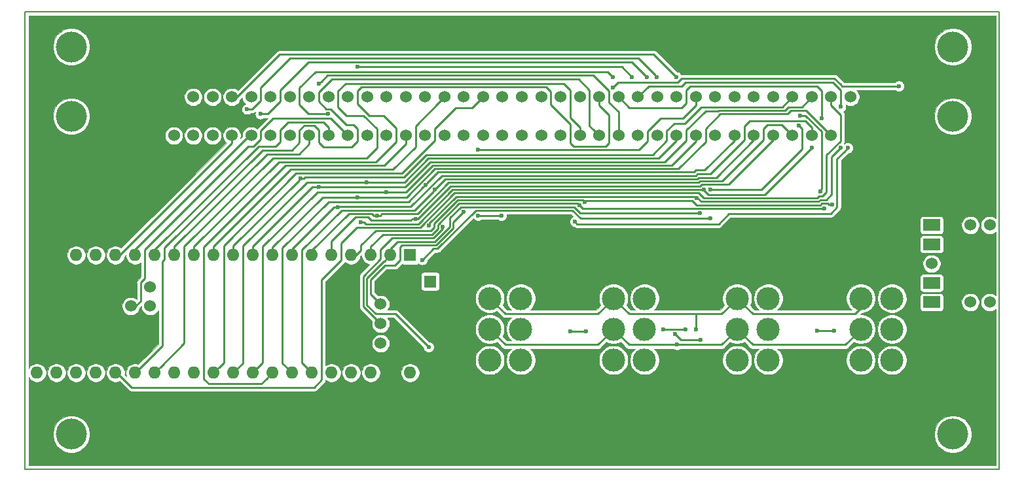
<source format=gbr>
G04 #@! TF.GenerationSoftware,KiCad,Pcbnew,5.1.5+dfsg1-2build2*
G04 #@! TF.CreationDate,2023-04-13T23:09:06-05:00*
G04 #@! TF.ProjectId,NES_backup,4e45535f-6261-4636-9b75-702e6b696361,rev?*
G04 #@! TF.SameCoordinates,Original*
G04 #@! TF.FileFunction,Copper,L2,Bot*
G04 #@! TF.FilePolarity,Positive*
%FSLAX46Y46*%
G04 Gerber Fmt 4.6, Leading zero omitted, Abs format (unit mm)*
G04 Created by KiCad (PCBNEW 5.1.5+dfsg1-2build2) date 2023-04-13 23:09:06*
%MOMM*%
%LPD*%
G04 APERTURE LIST*
%ADD10C,0.150000*%
%ADD11C,1.524000*%
%ADD12R,1.600000X1.600000*%
%ADD13O,1.600000X1.600000*%
%ADD14C,3.000000*%
%ADD15C,1.600000*%
%ADD16C,4.000000*%
%ADD17R,1.500000X2.200000*%
%ADD18R,2.200000X1.500000*%
%ADD19C,0.600000*%
%ADD20C,0.250000*%
%ADD21C,2.000000*%
%ADD22C,0.100000*%
G04 APERTURE END LIST*
D10*
X211500000Y-150700000D02*
X211500000Y-91500000D01*
X85500000Y-150700000D02*
X85500000Y-91500000D01*
X85500000Y-91500000D02*
X211500000Y-91500000D01*
X85500000Y-150700000D02*
X211500000Y-150700000D01*
D11*
X96700000Y-127100000D03*
X99200000Y-127100000D03*
X101700000Y-127100000D03*
D12*
X135300000Y-123000000D03*
D13*
X87040000Y-138240000D03*
X132760000Y-123000000D03*
X89580000Y-138240000D03*
X130220000Y-123000000D03*
X92120000Y-138240000D03*
X127680000Y-123000000D03*
X94660000Y-138240000D03*
X125140000Y-123000000D03*
X97200000Y-138240000D03*
X122600000Y-123000000D03*
X99740000Y-138240000D03*
X120060000Y-123000000D03*
X102280000Y-138240000D03*
X117520000Y-123000000D03*
X104820000Y-138240000D03*
X114980000Y-123000000D03*
X107360000Y-138240000D03*
X112440000Y-123000000D03*
X109900000Y-138240000D03*
X109900000Y-123000000D03*
X112440000Y-138240000D03*
X107360000Y-123000000D03*
X114980000Y-138240000D03*
X104820000Y-123000000D03*
X117520000Y-138240000D03*
X102280000Y-123000000D03*
X120060000Y-138240000D03*
X99740000Y-123000000D03*
X122600000Y-138240000D03*
X97200000Y-123000000D03*
X125140000Y-138240000D03*
X94660000Y-123000000D03*
X127680000Y-138240000D03*
X92120000Y-123000000D03*
X130220000Y-138240000D03*
X89580000Y-123000000D03*
X132760000Y-138240000D03*
X87040000Y-123000000D03*
X135300000Y-138240000D03*
D11*
X131490000Y-134430000D03*
X131490000Y-131890000D03*
X131490000Y-129350000D03*
X131490000Y-126810000D03*
X101700000Y-129600000D03*
X99200000Y-129600000D03*
X96700000Y-129600000D03*
D14*
X145600000Y-132600000D03*
X145600000Y-128600000D03*
X149600000Y-132600000D03*
X149600000Y-128600000D03*
X145600000Y-136600000D03*
X149600000Y-136600000D03*
X145600000Y-124600000D03*
X161600000Y-124600000D03*
X165600000Y-136600000D03*
X161600000Y-136600000D03*
X165600000Y-128600000D03*
X165600000Y-132600000D03*
X161600000Y-128600000D03*
X161600000Y-132600000D03*
D12*
X137900000Y-126400000D03*
D15*
X137900000Y-129900000D03*
D16*
X91501100Y-105003600D03*
D11*
X192251100Y-107503600D03*
X189751100Y-107503600D03*
X187251100Y-107503600D03*
X184751100Y-107503600D03*
X182251100Y-107503600D03*
X179751100Y-107503600D03*
X177251100Y-107503600D03*
X174751100Y-107503600D03*
X172251100Y-107503600D03*
X169751100Y-107503600D03*
X167251100Y-107503600D03*
X164751100Y-107503600D03*
X162251100Y-107503600D03*
X159751100Y-107503600D03*
X157251100Y-107503600D03*
X154751100Y-107503600D03*
X152251100Y-107503600D03*
X149751100Y-107503600D03*
X147251100Y-107503600D03*
X144751100Y-107503600D03*
X142251100Y-107503600D03*
X139751100Y-107503600D03*
X137251100Y-107503600D03*
X134751100Y-107503600D03*
X132251100Y-107503600D03*
X129751100Y-107503600D03*
X127251100Y-107503600D03*
X124751100Y-107503600D03*
X122251100Y-107503600D03*
X119751100Y-107503600D03*
X117251100Y-107503600D03*
X114751100Y-107503600D03*
X112251100Y-107503600D03*
X109751100Y-107503600D03*
X107251100Y-107503600D03*
X104751100Y-107503600D03*
X192251100Y-102503600D03*
X189751100Y-102503600D03*
X187251100Y-102503600D03*
X184751100Y-102503600D03*
X182251100Y-102503600D03*
X179751100Y-102503600D03*
X177251100Y-102503600D03*
X174751100Y-102503600D03*
X172251100Y-102503600D03*
X169751100Y-102503600D03*
X167251100Y-102503600D03*
X164751100Y-102503600D03*
X162251100Y-102503600D03*
X159751100Y-102503600D03*
X157251100Y-102503600D03*
X154751100Y-102503600D03*
X152251100Y-102503600D03*
X149751100Y-102503600D03*
X147251100Y-102503600D03*
X144751100Y-102503600D03*
X142251100Y-102503600D03*
X139751100Y-102503600D03*
X137251100Y-102503600D03*
X134751100Y-102503600D03*
X132251100Y-102503600D03*
X129751100Y-102503600D03*
X127251100Y-102503600D03*
X124751100Y-102503600D03*
X122251100Y-102503600D03*
X119751100Y-102503600D03*
X117251100Y-102503600D03*
X114751100Y-102503600D03*
X112251100Y-102503600D03*
X109751100Y-102503600D03*
X107251100Y-102503600D03*
X104751100Y-102503600D03*
D16*
X205501100Y-105003600D03*
X205500000Y-96000000D03*
X91500000Y-96000000D03*
X205500000Y-146200000D03*
D11*
X202750000Y-124100000D03*
X207750000Y-119100000D03*
X207750000Y-129100000D03*
X210250000Y-119100000D03*
X210250000Y-129100000D03*
D17*
X207750000Y-124100000D03*
D18*
X202750000Y-121600000D03*
X202750000Y-126600000D03*
X202750000Y-129100000D03*
X202750000Y-119100000D03*
D16*
X91500000Y-146200000D03*
D14*
X177600000Y-132600000D03*
X177600000Y-128600000D03*
X181600000Y-132600000D03*
X181600000Y-128600000D03*
X177600000Y-136600000D03*
X181600000Y-136600000D03*
X177600000Y-124600000D03*
X193600000Y-124600000D03*
X197600000Y-136600000D03*
X193600000Y-136600000D03*
X197600000Y-128600000D03*
X197600000Y-132600000D03*
X193600000Y-128600000D03*
X193600000Y-132600000D03*
D19*
X157900000Y-138500000D03*
X156550000Y-138500000D03*
X172200000Y-138600000D03*
X188550000Y-138650000D03*
X189900000Y-138650000D03*
X174200000Y-138600000D03*
X144700000Y-138550000D03*
X146500000Y-138550000D03*
X128502129Y-115474990D03*
X125958051Y-116758051D03*
X131000000Y-117874957D03*
X136000000Y-118300000D03*
X138500000Y-114500000D03*
X137300000Y-113900000D03*
X132200000Y-114800000D03*
X129700000Y-113525011D03*
X128500000Y-98607704D03*
X164000000Y-99899992D03*
X161500000Y-99900000D03*
X124700000Y-104674968D03*
X123500000Y-100800000D03*
X142250000Y-117400000D03*
X139496640Y-119346640D03*
X128900000Y-118700000D03*
X188500000Y-105300000D03*
X187250000Y-109100000D03*
X173249996Y-114500000D03*
X191000000Y-103775000D03*
X191000000Y-109100000D03*
X137767025Y-119167025D03*
X172350000Y-115600000D03*
X115931587Y-104707011D03*
X165899998Y-99900000D03*
X167200000Y-99900000D03*
X114200000Y-104100000D03*
X123516944Y-114150021D03*
X121141949Y-113058051D03*
X185700000Y-104900000D03*
X188350299Y-114749967D03*
X185600000Y-106200000D03*
X174100013Y-114500000D03*
X156600000Y-118650000D03*
X191900000Y-109100000D03*
X169700000Y-99900000D03*
X147100000Y-117850000D03*
X144100000Y-109350000D03*
X144075010Y-117850000D03*
X198500000Y-101100000D03*
X161500000Y-101300000D03*
X174100002Y-118250000D03*
X136850000Y-123600000D03*
X172900000Y-133950000D03*
X169600000Y-133250000D03*
X137700000Y-134900000D03*
X172793251Y-117575032D03*
X169800000Y-134600000D03*
X172250000Y-132600000D03*
X190100000Y-132750000D03*
X187950000Y-132750000D03*
X158050000Y-132850000D03*
X156000000Y-132850000D03*
X157881016Y-116130195D03*
X189850000Y-116450000D03*
X157200000Y-116550000D03*
X188850000Y-116950002D03*
X168050000Y-132600000D03*
X170900000Y-132600000D03*
D20*
X207750000Y-124150000D02*
X207300000Y-124150000D01*
X195133600Y-107503600D02*
X192251100Y-107503600D01*
X205740000Y-123090000D02*
X205740000Y-118110000D01*
X206750000Y-124100000D02*
X205740000Y-123090000D01*
X205740000Y-118110000D02*
X195133600Y-107503600D01*
X206750000Y-124100000D02*
X207750000Y-124100000D01*
D21*
X145600000Y-124600000D02*
X161600000Y-124600000D01*
X177600000Y-124600000D02*
X193600000Y-124600000D01*
X163746322Y-124625002D02*
X175453678Y-124625002D01*
X175478680Y-124600000D02*
X177600000Y-124600000D01*
X161600000Y-124600000D02*
X163721320Y-124600000D01*
X163721320Y-124600000D02*
X163746322Y-124625002D01*
X175453678Y-124625002D02*
X175478680Y-124600000D01*
D20*
X158324264Y-138500000D02*
X158424264Y-138600000D01*
X157900000Y-138500000D02*
X158324264Y-138500000D01*
D21*
X144300000Y-124600000D02*
X145600000Y-124600000D01*
X139000000Y-129900000D02*
X144300000Y-124600000D01*
X137900000Y-129900000D02*
X139000000Y-129900000D01*
D20*
X156550000Y-138500000D02*
X157900000Y-138500000D01*
X158424264Y-138600000D02*
X172200000Y-138600000D01*
X198375501Y-138650000D02*
X190324264Y-138650000D01*
X204600000Y-132425501D02*
X198375501Y-138650000D01*
X190324264Y-138650000D02*
X189900000Y-138650000D01*
X204600000Y-126250000D02*
X204600000Y-132425501D01*
X206750000Y-124100000D02*
X204600000Y-126250000D01*
X188550000Y-138650000D02*
X189900000Y-138650000D01*
X174250000Y-138650000D02*
X174200000Y-138600000D01*
X188550000Y-138650000D02*
X174250000Y-138650000D01*
X172200000Y-138600000D02*
X174200000Y-138600000D01*
X138499956Y-111800044D02*
X134825010Y-115474990D01*
X169999956Y-111800044D02*
X138499956Y-111800044D01*
X173500000Y-108300000D02*
X169999956Y-111800044D01*
X173500000Y-106600000D02*
X173500000Y-108300000D01*
X175400000Y-104700000D02*
X173500000Y-106600000D01*
X184100000Y-104700000D02*
X175400000Y-104700000D01*
X184550000Y-104250000D02*
X184100000Y-104700000D01*
X186497500Y-104250000D02*
X184550000Y-104250000D01*
X189751100Y-107503600D02*
X186497500Y-104250000D01*
X134825010Y-115474990D02*
X128926393Y-115474990D01*
X128926393Y-115474990D02*
X128502129Y-115474990D01*
X128077865Y-115474990D02*
X128502129Y-115474990D01*
X124025010Y-115474990D02*
X128077865Y-115474990D01*
X117520000Y-121980000D02*
X124025010Y-115474990D01*
X117520000Y-123000000D02*
X117520000Y-121980000D01*
X125441949Y-116758051D02*
X125958051Y-116758051D01*
X120000000Y-122200000D02*
X125441949Y-116758051D01*
X120000000Y-122940000D02*
X120000000Y-122200000D01*
X120060000Y-123000000D02*
X120000000Y-122940000D01*
X186400129Y-105574999D02*
X179225001Y-105574999D01*
X187251100Y-107503600D02*
X187251100Y-106425970D01*
X135375034Y-116724966D02*
X125991136Y-116724966D01*
X125991136Y-116724966D02*
X125958051Y-116758051D01*
X187251100Y-106425970D02*
X186400129Y-105574999D01*
X172236345Y-112700066D02*
X139399934Y-112700066D01*
X179225001Y-105574999D02*
X178500000Y-106300000D01*
X178500000Y-108100000D02*
X174100000Y-112500000D01*
X178500000Y-106300000D02*
X178500000Y-108100000D01*
X174100000Y-112500000D02*
X172436411Y-112500000D01*
X172436411Y-112500000D02*
X172236345Y-112700066D01*
X139399934Y-112700066D02*
X135375034Y-116724966D01*
X131424264Y-117874957D02*
X131000000Y-117874957D01*
X136249989Y-117649989D02*
X131649232Y-117649989D01*
X172609145Y-113600088D02*
X140299890Y-113600088D01*
X140299890Y-113600088D02*
X136249989Y-117649989D01*
X181500000Y-106100000D02*
X181000000Y-106600000D01*
X184751100Y-107503600D02*
X183347500Y-106100000D01*
X131649232Y-117649989D02*
X131424264Y-117874957D01*
X183347500Y-106100000D02*
X181500000Y-106100000D01*
X181000000Y-108100000D02*
X175699978Y-113400022D01*
X172809211Y-113400022D02*
X172609145Y-113600088D01*
X181000000Y-106600000D02*
X181000000Y-108100000D01*
X175699978Y-113400022D02*
X172809211Y-113400022D01*
X130575736Y-117874957D02*
X131000000Y-117874957D01*
X130325767Y-117624988D02*
X130575736Y-117874957D01*
X127375012Y-117624988D02*
X130325767Y-117624988D01*
X122600000Y-122400000D02*
X127375012Y-117624988D01*
X122600000Y-123000000D02*
X122600000Y-122400000D01*
X182251100Y-107503600D02*
X182251100Y-108098900D01*
X172999967Y-113850033D02*
X172799901Y-114050099D01*
X136300000Y-118300000D02*
X136000000Y-118300000D01*
X176499967Y-113850033D02*
X172999967Y-113850033D01*
X172799901Y-114050099D02*
X140549901Y-114050099D01*
X140549901Y-114050099D02*
X136300000Y-118300000D01*
X182251100Y-108098900D02*
X176499967Y-113850033D01*
X135575736Y-118300000D02*
X136000000Y-118300000D01*
X135375769Y-118499967D02*
X135575736Y-118300000D01*
X130270800Y-118499967D02*
X135375769Y-118499967D01*
X129845832Y-118074999D02*
X130270800Y-118499967D01*
X128275001Y-118074999D02*
X129845832Y-118074999D01*
X125140000Y-121210000D02*
X128275001Y-118074999D01*
X125140000Y-123000000D02*
X125140000Y-121210000D01*
X122600000Y-138240000D02*
X121325000Y-136965000D01*
X135825023Y-117174977D02*
X138200001Y-114799999D01*
X121325000Y-136965000D02*
X121325000Y-122275000D01*
X121325000Y-122275000D02*
X126425023Y-117174977D01*
X138200001Y-114799999D02*
X138500000Y-114500000D01*
X126425023Y-117174977D02*
X135825023Y-117174977D01*
X138799999Y-114200001D02*
X138500000Y-114500000D01*
X139849923Y-113150077D02*
X138799999Y-114200001D01*
X172622811Y-112950011D02*
X172422745Y-113150077D01*
X174899989Y-112950011D02*
X172622811Y-112950011D01*
X172422745Y-113150077D02*
X139849923Y-113150077D01*
X179751100Y-107503600D02*
X179751100Y-108098900D01*
X179751100Y-108098900D02*
X174899989Y-112950011D01*
X177251100Y-108148900D02*
X173399945Y-112000055D01*
X137599999Y-113600001D02*
X137300000Y-113900000D01*
X172049945Y-112250055D02*
X138949945Y-112250055D01*
X173399945Y-112000055D02*
X172299945Y-112000055D01*
X177251100Y-107503600D02*
X177251100Y-108148900D01*
X172299945Y-112000055D02*
X172049945Y-112250055D01*
X138949945Y-112250055D02*
X137599999Y-113600001D01*
X137000001Y-114199999D02*
X137300000Y-113900000D01*
X135100001Y-116099999D02*
X137000001Y-114199999D01*
X124750001Y-116099999D02*
X135100001Y-116099999D01*
X118800000Y-122050000D02*
X124750001Y-116099999D01*
X118800000Y-136980000D02*
X118800000Y-122050000D01*
X120060000Y-138240000D02*
X118800000Y-136980000D01*
X116720001Y-139039999D02*
X117520000Y-138240000D01*
X108625000Y-139025000D02*
X109275000Y-139675000D01*
X108625000Y-121925000D02*
X108625000Y-139025000D01*
X119150000Y-111400000D02*
X108625000Y-121925000D01*
X131950000Y-111400000D02*
X119150000Y-111400000D01*
X109275000Y-139675000D02*
X116085000Y-139675000D01*
X134751100Y-108598900D02*
X131950000Y-111400000D01*
X116085000Y-139675000D02*
X116720001Y-139039999D01*
X134751100Y-107503600D02*
X134751100Y-108598900D01*
X114980000Y-138240000D02*
X116250000Y-136970000D01*
X116250000Y-136970000D02*
X116250000Y-121850000D01*
X116250000Y-121850000D02*
X123300000Y-114800000D01*
X123300000Y-114800000D02*
X131775736Y-114800000D01*
X131775736Y-114800000D02*
X132200000Y-114800000D01*
X132624264Y-114800000D02*
X132200000Y-114800000D01*
X134800000Y-114800000D02*
X132624264Y-114800000D01*
X138249967Y-111350033D02*
X134800000Y-114800000D01*
X169099967Y-111350033D02*
X138249967Y-111350033D01*
X172251100Y-108198900D02*
X169099967Y-111350033D01*
X172251100Y-107503600D02*
X172251100Y-108198900D01*
X130124264Y-113525011D02*
X129700000Y-113525011D01*
X134574989Y-113525011D02*
X130124264Y-113525011D01*
X137649989Y-110450011D02*
X134574989Y-113525011D01*
X167449989Y-110450011D02*
X137649989Y-110450011D01*
X169751100Y-108148900D02*
X167449989Y-110450011D01*
X169751100Y-107503600D02*
X169751100Y-108148900D01*
X129275736Y-113525011D02*
X129700000Y-113525011D01*
X121974989Y-113525011D02*
X129275736Y-113525011D01*
X113700000Y-121800000D02*
X121974989Y-113525011D01*
X113700000Y-136980000D02*
X113700000Y-121800000D01*
X112440000Y-138240000D02*
X113700000Y-136980000D01*
X164000000Y-99899992D02*
X162707712Y-98607704D01*
X128924264Y-98607704D02*
X128500000Y-98607704D01*
X162707712Y-98607704D02*
X128924264Y-98607704D01*
X126489101Y-106741601D02*
X127251100Y-107503600D01*
X101000000Y-126000000D02*
X101000000Y-122275000D01*
X99300000Y-129500000D02*
X99900000Y-129500000D01*
X125047478Y-105299978D02*
X126489101Y-106741601D01*
X99200000Y-129600000D02*
X99300000Y-129500000D01*
X100450000Y-126550000D02*
X101000000Y-126000000D01*
X99900000Y-129500000D02*
X100450000Y-128950000D01*
X101000000Y-122275000D02*
X114375000Y-108900000D01*
X114375000Y-108900000D02*
X115063590Y-108900000D01*
X100450000Y-128950000D02*
X100450000Y-126550000D01*
X116000000Y-107963590D02*
X116000000Y-106900000D01*
X115063590Y-108900000D02*
X116000000Y-107963590D01*
X117600022Y-105299978D02*
X125047478Y-105299978D01*
X116000000Y-106900000D02*
X117600022Y-105299978D01*
X161200001Y-99600001D02*
X161500000Y-99900000D01*
X123067286Y-99232714D02*
X160832714Y-99232714D01*
X121000000Y-101300000D02*
X123067286Y-99232714D01*
X121000000Y-103500000D02*
X121000000Y-101300000D01*
X160832714Y-99232714D02*
X161200001Y-99600001D01*
X122174968Y-104674968D02*
X121000000Y-103500000D01*
X124700000Y-104674968D02*
X122174968Y-104674968D01*
X119550011Y-105749989D02*
X124075119Y-105749989D01*
X124075119Y-105749989D02*
X124751100Y-106425970D01*
X118500000Y-106800000D02*
X119550011Y-105749989D01*
X115700000Y-108900000D02*
X117900000Y-108900000D01*
X102280000Y-122320000D02*
X115700000Y-108900000D01*
X124751100Y-106425970D02*
X124751100Y-107503600D01*
X118500000Y-108300000D02*
X118500000Y-106800000D01*
X117900000Y-108900000D02*
X118500000Y-108300000D01*
X102280000Y-123000000D02*
X102280000Y-122320000D01*
X104820000Y-123000000D02*
X104820000Y-121868630D01*
X104820000Y-121868630D02*
X116788630Y-109900000D01*
X116788630Y-109900000D02*
X120932330Y-109900000D01*
X120932330Y-109900000D02*
X122251100Y-108581230D01*
X122251100Y-108581230D02*
X122251100Y-107503600D01*
X123799999Y-100500001D02*
X123500000Y-100800000D01*
X128940401Y-99700000D02*
X128940379Y-99700022D01*
X124599978Y-99700022D02*
X123799999Y-100500001D01*
X159000000Y-99700000D02*
X128940401Y-99700000D01*
X161000000Y-101700000D02*
X159000000Y-99700000D01*
X162251100Y-104451100D02*
X161000000Y-103200000D01*
X162251100Y-107503600D02*
X162251100Y-104451100D01*
X161000000Y-103200000D02*
X161000000Y-101700000D01*
X128940379Y-99700022D02*
X124599978Y-99700022D01*
X158500000Y-106252500D02*
X158989101Y-106741601D01*
X125000001Y-104049967D02*
X124449967Y-104049967D01*
X127050034Y-106100000D02*
X125000001Y-104049967D01*
X128500000Y-106600000D02*
X128000000Y-106100000D01*
X157099980Y-100199980D02*
X158500000Y-101600000D01*
X127700000Y-109000000D02*
X128500000Y-108200000D01*
X125200020Y-100199980D02*
X157099980Y-100199980D01*
X124100000Y-109000000D02*
X127700000Y-109000000D01*
X123500000Y-101900000D02*
X125200020Y-100199980D01*
X128500000Y-108200000D02*
X128500000Y-106600000D01*
X123500000Y-108400000D02*
X124100000Y-109000000D01*
X158500000Y-101600000D02*
X158500000Y-106252500D01*
X128000000Y-106100000D02*
X127050034Y-106100000D01*
X99760000Y-138240000D02*
X103250000Y-134750000D01*
X158989101Y-106741601D02*
X159751100Y-107503600D01*
X103250000Y-134750000D02*
X103250000Y-123850000D01*
X124449967Y-104049967D02*
X123500000Y-103100000D01*
X122900000Y-106200000D02*
X123500000Y-106800000D01*
X123500000Y-103100000D02*
X123500000Y-101900000D01*
X99740000Y-138240000D02*
X99760000Y-138240000D01*
X123500000Y-106800000D02*
X123500000Y-108400000D01*
X121000000Y-108400000D02*
X121000000Y-106800000D01*
X103550000Y-122075000D02*
X116225000Y-109400000D01*
X103250000Y-123850000D02*
X103550000Y-123550000D01*
X116225000Y-109400000D02*
X120000000Y-109400000D01*
X103550000Y-123550000D02*
X103550000Y-122075000D01*
X120000000Y-109400000D02*
X121000000Y-108400000D01*
X121000000Y-106800000D02*
X121600000Y-106200000D01*
X121600000Y-106200000D02*
X122900000Y-106200000D01*
X103079999Y-137440001D02*
X102280000Y-138240000D01*
X106100000Y-134420000D02*
X103079999Y-137440001D01*
X126000000Y-101700000D02*
X126000000Y-103800000D01*
X129700000Y-110400000D02*
X117550000Y-110400000D01*
X157251100Y-107503600D02*
X157251100Y-106425970D01*
X157251100Y-106425970D02*
X156000000Y-105174870D01*
X117550000Y-110400000D02*
X106100000Y-121850000D01*
X156000000Y-101600000D02*
X155149989Y-100749989D01*
X106100000Y-121850000D02*
X106100000Y-134420000D01*
X126000000Y-103800000D02*
X127100000Y-104900000D01*
X156000000Y-105174870D02*
X156000000Y-101600000D01*
X155149989Y-100749989D02*
X126950011Y-100749989D01*
X127100000Y-104900000D02*
X129300000Y-104900000D01*
X129300000Y-104900000D02*
X131000000Y-106600000D01*
X126950011Y-100749989D02*
X126000000Y-101700000D01*
X131000000Y-106600000D02*
X131000000Y-109100000D01*
X131000000Y-109100000D02*
X129700000Y-110400000D01*
X130728001Y-128588001D02*
X131490000Y-129350000D01*
X130150000Y-126200000D02*
X130150000Y-128010000D01*
X134000000Y-121950000D02*
X134000000Y-123650000D01*
X134250000Y-121700000D02*
X134000000Y-121950000D01*
X132050000Y-124300000D02*
X130150000Y-126200000D01*
X138663590Y-121700000D02*
X134250000Y-121700000D01*
X134000000Y-123650000D02*
X133350000Y-124300000D01*
X140899989Y-119463601D02*
X138663590Y-121700000D01*
X140899989Y-118750011D02*
X140899989Y-119463601D01*
X130150000Y-128010000D02*
X130728001Y-128588001D01*
X133350000Y-124300000D02*
X132050000Y-124300000D01*
X142250000Y-117400000D02*
X140899989Y-118750011D01*
X129249978Y-129649978D02*
X129249978Y-125750022D01*
X131500000Y-123500000D02*
X131500000Y-122250000D01*
X129249978Y-125750022D02*
X131500000Y-123500000D01*
X138340769Y-120750000D02*
X139496640Y-119594130D01*
X139496640Y-119594130D02*
X139496640Y-119346640D01*
X133000000Y-120750000D02*
X138340769Y-120750000D01*
X131490000Y-131890000D02*
X129249978Y-129649978D01*
X131500000Y-122250000D02*
X133000000Y-120750000D01*
X162251100Y-102503600D02*
X163647500Y-103900000D01*
X188500000Y-101700000D02*
X188500000Y-103200000D01*
X163647500Y-103900000D02*
X170400000Y-103900000D01*
X171000000Y-103300000D02*
X171000000Y-101600000D01*
X170400000Y-103900000D02*
X171000000Y-103300000D01*
X171000000Y-101600000D02*
X171500000Y-101100000D01*
X171500000Y-101100000D02*
X187900000Y-101100000D01*
X187900000Y-101100000D02*
X188500000Y-101700000D01*
X188500000Y-103200000D02*
X188500000Y-105300000D01*
X140799890Y-114500110D02*
X172825622Y-114500110D01*
X136350033Y-118949967D02*
X140799890Y-114500110D01*
X187250000Y-109100000D02*
X181200022Y-115149978D01*
X181200022Y-115149978D02*
X173849978Y-115149978D01*
X129574231Y-118949967D02*
X136350033Y-118949967D01*
X128900000Y-118700000D02*
X129324264Y-118700000D01*
X173849978Y-115149978D02*
X173249996Y-114549996D01*
X172825732Y-114500000D02*
X173249996Y-114500000D01*
X129324264Y-118700000D02*
X129574231Y-118949967D01*
X172825622Y-114500110D02*
X172825732Y-114500000D01*
X173249996Y-114549996D02*
X173249996Y-114500000D01*
X164751100Y-102503600D02*
X166154700Y-101100000D01*
X166154700Y-101100000D02*
X170450000Y-101100000D01*
X170450000Y-101100000D02*
X170950000Y-100600000D01*
X170950000Y-100600000D02*
X190000000Y-100600000D01*
X190000000Y-100600000D02*
X191000000Y-101600000D01*
X191000000Y-101600000D02*
X191000000Y-103350736D01*
X191000000Y-103350736D02*
X191000000Y-103775000D01*
X172150132Y-115400132D02*
X172350000Y-115600000D01*
X141245322Y-115400132D02*
X172150132Y-115400132D01*
X137767025Y-118878429D02*
X141245322Y-115400132D01*
X137767025Y-119167025D02*
X137767025Y-118878429D01*
X172927178Y-116050000D02*
X172477178Y-115600000D01*
X188138587Y-116050000D02*
X172927178Y-116050000D01*
X189086437Y-115824988D02*
X188363599Y-115824988D01*
X189800000Y-115111425D02*
X189086437Y-115824988D01*
X172477178Y-115600000D02*
X172350000Y-115600000D01*
X189800000Y-110300000D02*
X189800000Y-115111425D01*
X188363599Y-115824988D02*
X188138587Y-116050000D01*
X191000000Y-109100000D02*
X189800000Y-110300000D01*
X118500000Y-101600000D02*
X118500000Y-103100000D01*
X116355851Y-104707011D02*
X115931587Y-104707011D01*
X118500000Y-103100000D02*
X116892989Y-104707011D01*
X163974996Y-97974998D02*
X122125002Y-97974998D01*
X122125002Y-97974998D02*
X118500000Y-101600000D01*
X165899998Y-99900000D02*
X163974996Y-97974998D01*
X116892989Y-104707011D02*
X116355851Y-104707011D01*
X114496400Y-107503600D02*
X114751100Y-107503600D01*
X99740000Y-122260000D02*
X114496400Y-107503600D01*
X99740000Y-123000000D02*
X99740000Y-122260000D01*
X119799977Y-97500023D02*
X164800023Y-97500023D01*
X166900001Y-99600001D02*
X167200000Y-99900000D01*
X114200000Y-104100000D02*
X114863589Y-104100000D01*
X116000000Y-102963589D02*
X116000000Y-101300000D01*
X114863589Y-104100000D02*
X116000000Y-102963589D01*
X116000000Y-101300000D02*
X119799977Y-97500023D01*
X164800023Y-97500023D02*
X166900001Y-99600001D01*
X112251100Y-107503600D02*
X112251100Y-108523900D01*
X112251100Y-108523900D02*
X97775000Y-123000000D01*
X97775000Y-123000000D02*
X97200000Y-123000000D01*
X97285000Y-138325000D02*
X97200000Y-138240000D01*
X97700000Y-138325000D02*
X97285000Y-138325000D01*
X99300011Y-140125011D02*
X97700000Y-138525000D01*
X122874989Y-140125011D02*
X99300011Y-140125011D01*
X123850000Y-126200000D02*
X123850000Y-139150000D01*
X97700000Y-138525000D02*
X97700000Y-138325000D01*
X126400000Y-121450000D02*
X126400000Y-123650000D01*
X126400000Y-123650000D02*
X123850000Y-126200000D01*
X128450022Y-119399978D02*
X126400000Y-121450000D01*
X187952187Y-115599989D02*
X173274993Y-115599989D01*
X189751100Y-103581230D02*
X191000000Y-104830130D01*
X191000000Y-104830130D02*
X191000000Y-108200000D01*
X191000000Y-108200000D02*
X189150000Y-110050000D01*
X189150000Y-110050000D02*
X189150000Y-114850000D01*
X189150000Y-114850000D02*
X188625023Y-115374977D01*
X188625023Y-115374977D02*
X188177199Y-115374977D01*
X136600022Y-119399978D02*
X128450022Y-119399978D01*
X188177199Y-115374977D02*
X187952187Y-115599989D01*
X173274993Y-115599989D02*
X172625125Y-114950121D01*
X141049879Y-114950121D02*
X136600022Y-119399978D01*
X123850000Y-139150000D02*
X122874989Y-140125011D01*
X189751100Y-102503600D02*
X189751100Y-103581230D01*
X172625125Y-114950121D02*
X141049879Y-114950121D01*
X114980000Y-121868630D02*
X122698609Y-114150021D01*
X123092680Y-114150021D02*
X123516944Y-114150021D01*
X122698609Y-114150021D02*
X123092680Y-114150021D01*
X114980000Y-123000000D02*
X114980000Y-121868630D01*
X123941208Y-114150021D02*
X123516944Y-114150021D01*
X134649979Y-114150021D02*
X123941208Y-114150021D01*
X137899978Y-110900022D02*
X134649979Y-114150021D01*
X168218268Y-110900022D02*
X137899978Y-110900022D01*
X171000000Y-108118290D02*
X168218268Y-110900022D01*
X171000000Y-106800000D02*
X171000000Y-108118290D01*
X173500011Y-104299989D02*
X171000000Y-106800000D01*
X175163600Y-104299989D02*
X173500011Y-104299989D01*
X184200000Y-103800000D02*
X183750011Y-104249989D01*
X175213600Y-104249989D02*
X175163600Y-104299989D01*
X185954700Y-103800000D02*
X184200000Y-103800000D01*
X187251100Y-102503600D02*
X185954700Y-103800000D01*
X183750011Y-104249989D02*
X175213600Y-104249989D01*
X120841950Y-113358050D02*
X121141949Y-113058051D01*
X112440000Y-121760000D02*
X120841950Y-113358050D01*
X112440000Y-123000000D02*
X112440000Y-121760000D01*
X121566213Y-113058051D02*
X121141949Y-113058051D01*
X184751100Y-102503600D02*
X183454722Y-103799978D01*
X137400000Y-110000000D02*
X134541948Y-112858052D01*
X183454722Y-103799978D02*
X175027200Y-103799978D01*
X134541948Y-112858052D02*
X121766212Y-112858052D01*
X121766212Y-112858052D02*
X121566213Y-113058051D01*
X175027200Y-103799978D02*
X175027178Y-103800000D01*
X172950000Y-103800000D02*
X170800000Y-105950000D01*
X170800000Y-105950000D02*
X169450000Y-105950000D01*
X169450000Y-105950000D02*
X168500000Y-106900000D01*
X168500000Y-106900000D02*
X168500000Y-108150000D01*
X175027178Y-103800000D02*
X172950000Y-103800000D01*
X168500000Y-108150000D02*
X166650000Y-110000000D01*
X166650000Y-110000000D02*
X137400000Y-110000000D01*
X136000000Y-106254700D02*
X138989101Y-103265599D01*
X136000000Y-109000000D02*
X136000000Y-106254700D01*
X133100000Y-111900000D02*
X136000000Y-109000000D01*
X119868630Y-111900000D02*
X133100000Y-111900000D01*
X109900000Y-121868630D02*
X119868630Y-111900000D01*
X138989101Y-103265599D02*
X139751100Y-102503600D01*
X109900000Y-123000000D02*
X109900000Y-121868630D01*
X188500000Y-114400000D02*
X188350299Y-114549701D01*
X188350299Y-114549701D02*
X188350299Y-114749967D01*
X188500000Y-106950000D02*
X188500000Y-114400000D01*
X186450000Y-104900000D02*
X188500000Y-106950000D01*
X185700000Y-104900000D02*
X186450000Y-104900000D01*
X174524277Y-114500000D02*
X174100013Y-114500000D01*
X180750000Y-114500000D02*
X174524277Y-114500000D01*
X186000000Y-109250000D02*
X180750000Y-114500000D01*
X186000000Y-106600000D02*
X186000000Y-109250000D01*
X185600000Y-106200000D02*
X186000000Y-106600000D01*
X191450000Y-109550000D02*
X191900000Y-109100000D01*
X190500000Y-110500000D02*
X191450000Y-109550000D01*
X189700000Y-117600000D02*
X190500000Y-116800000D01*
X176543476Y-117600000D02*
X189700000Y-117600000D01*
X175193477Y-118949999D02*
X176543476Y-117600000D01*
X156899999Y-118949999D02*
X175193477Y-118949999D01*
X190500000Y-116800000D02*
X190500000Y-110500000D01*
X156600000Y-118650000D02*
X156899999Y-118949999D01*
X169400001Y-99600001D02*
X169700000Y-99900000D01*
X166800000Y-97000000D02*
X169400001Y-99600001D01*
X118450000Y-97000000D02*
X166800000Y-97000000D01*
X112946400Y-102503600D02*
X118450000Y-97000000D01*
X112251100Y-102503600D02*
X112946400Y-102503600D01*
X147100000Y-117850000D02*
X144075010Y-117850000D01*
X144524264Y-109350000D02*
X144100000Y-109350000D01*
X164900000Y-109350000D02*
X144524264Y-109350000D01*
X166000000Y-108250000D02*
X164900000Y-109350000D01*
X167700000Y-105250000D02*
X166000000Y-106950000D01*
X166000000Y-106950000D02*
X166000000Y-108250000D01*
X170582330Y-105250000D02*
X167700000Y-105250000D01*
X172251100Y-103581230D02*
X170582330Y-105250000D01*
X172251100Y-102503600D02*
X172251100Y-103581230D01*
X131900000Y-104900000D02*
X133500000Y-106500000D01*
X159751100Y-102503600D02*
X159751100Y-103581230D01*
X159751100Y-103581230D02*
X161000000Y-104830130D01*
X128500000Y-103400000D02*
X130000000Y-104900000D01*
X156399989Y-108899989D02*
X156000000Y-108500000D01*
X129000000Y-101200000D02*
X128500000Y-101700000D01*
X133500000Y-106500000D02*
X133500000Y-108300000D01*
X161000000Y-104830130D02*
X161000000Y-108500000D01*
X130000000Y-104900000D02*
X131900000Y-104900000D01*
X156000000Y-108500000D02*
X156000000Y-106000000D01*
X128500000Y-101700000D02*
X128500000Y-103400000D01*
X133500000Y-108300000D02*
X130900000Y-110900000D01*
X161000000Y-108500000D02*
X160600011Y-108899989D01*
X160600011Y-108899989D02*
X156399989Y-108899989D01*
X130900000Y-110900000D02*
X118328630Y-110900000D01*
X152900000Y-101200000D02*
X129000000Y-101200000D01*
X118328630Y-110900000D02*
X107360000Y-121868630D01*
X156000000Y-106000000D02*
X153500000Y-103500000D01*
X107360000Y-121868630D02*
X107360000Y-123000000D01*
X153500000Y-103500000D02*
X153500000Y-101800000D01*
X153500000Y-101800000D02*
X152900000Y-101200000D01*
X190150000Y-100100000D02*
X170400000Y-100100000D01*
X169899999Y-100600001D02*
X162199999Y-100600001D01*
X170400000Y-100100000D02*
X169899999Y-100600001D01*
X191150000Y-101100000D02*
X198500000Y-101100000D01*
X190950000Y-100900000D02*
X190150000Y-100100000D01*
X190950000Y-100900000D02*
X191150000Y-101100000D01*
X161799999Y-101000001D02*
X161500000Y-101300000D01*
X162199999Y-100600001D02*
X161799999Y-101000001D01*
X111200000Y-136940000D02*
X110699999Y-137440001D01*
X120550000Y-112400000D02*
X111200000Y-121750000D01*
X111200000Y-121750000D02*
X111200000Y-136940000D01*
X134288590Y-112400000D02*
X120550000Y-112400000D01*
X138500000Y-106600000D02*
X138500000Y-108188590D01*
X141200000Y-103900000D02*
X138500000Y-106600000D01*
X110699999Y-137440001D02*
X109900000Y-138240000D01*
X138500000Y-108188590D02*
X134288590Y-112400000D01*
X143354700Y-103900000D02*
X141200000Y-103900000D01*
X144751100Y-102503600D02*
X143354700Y-103900000D01*
X138300000Y-122150000D02*
X136850000Y-123600000D01*
X143799824Y-117200176D02*
X138850000Y-122150000D01*
X156300176Y-117200176D02*
X143799824Y-117200176D01*
X157350000Y-118250000D02*
X156300176Y-117200176D01*
X138850000Y-122150000D02*
X138300000Y-122150000D01*
X174100002Y-118250000D02*
X157350000Y-118250000D01*
X172900000Y-133950000D02*
X170300000Y-133950000D01*
X170300000Y-133950000D02*
X169600000Y-133250000D01*
X133400000Y-130600000D02*
X137400001Y-134600001D01*
X130836410Y-130600000D02*
X133400000Y-130600000D01*
X129699989Y-126013600D02*
X129699989Y-129463579D01*
X131913590Y-123799999D02*
X129699989Y-126013600D01*
X131960001Y-123799999D02*
X131913590Y-123799999D01*
X132760000Y-123000000D02*
X131960001Y-123799999D01*
X137400001Y-134600001D02*
X137700000Y-134900000D01*
X129699989Y-129463579D02*
X130836410Y-130600000D01*
X157290790Y-117554380D02*
X172772599Y-117554380D01*
X156486576Y-116750165D02*
X157290790Y-117554380D01*
X141849835Y-116750165D02*
X156486576Y-116750165D01*
X140429451Y-119297729D02*
X140429451Y-118170549D01*
X138477190Y-121249989D02*
X140429451Y-119297729D01*
X172772599Y-117554380D02*
X172793251Y-117575032D01*
X133700011Y-121249989D02*
X138477190Y-121249989D01*
X140429451Y-118170549D02*
X141849835Y-116750165D01*
X132760000Y-122190000D02*
X133700011Y-121249989D01*
X132760000Y-123000000D02*
X132760000Y-122190000D01*
X145600000Y-132600000D02*
X147600000Y-134600000D01*
X159600000Y-134600000D02*
X161600000Y-132600000D01*
X147600000Y-134600000D02*
X159600000Y-134600000D01*
X161600000Y-132600000D02*
X163600000Y-134600000D01*
X177600000Y-132600000D02*
X179600000Y-134600000D01*
X191600000Y-134600000D02*
X193600000Y-132600000D01*
X179600000Y-134600000D02*
X191600000Y-134600000D01*
X168850000Y-134600000D02*
X169800000Y-134600000D01*
X163600000Y-134600000D02*
X168850000Y-134600000D01*
X175600000Y-134600000D02*
X177600000Y-132600000D01*
X169800000Y-134600000D02*
X175600000Y-134600000D01*
X177600000Y-128600000D02*
X175600000Y-130600000D01*
X163600000Y-130600000D02*
X161600000Y-128600000D01*
X161600000Y-128600000D02*
X159600000Y-130600000D01*
X147600000Y-130600000D02*
X145600000Y-128600000D01*
X159600000Y-130600000D02*
X147600000Y-130600000D01*
X172250000Y-130600000D02*
X163600000Y-130600000D01*
X175600000Y-130600000D02*
X172250000Y-130600000D01*
X172250000Y-130600000D02*
X172250000Y-132600000D01*
X179600000Y-130600000D02*
X177600000Y-128600000D01*
X193600000Y-129850000D02*
X192850000Y-130600000D01*
X192850000Y-130600000D02*
X179600000Y-130600000D01*
X193600000Y-128600000D02*
X193600000Y-129850000D01*
X190100000Y-132750000D02*
X188250000Y-132750000D01*
X188250000Y-132750000D02*
X187950000Y-132750000D01*
X158050000Y-132850000D02*
X156200000Y-132850000D01*
X156200000Y-132850000D02*
X156000000Y-132850000D01*
X87040000Y-138240000D02*
X87360000Y-138240000D01*
X157881016Y-116130195D02*
X157600964Y-115850143D01*
X128300000Y-123000000D02*
X127680000Y-123000000D01*
X157600964Y-115850143D02*
X141431722Y-115850143D01*
X141431722Y-115850143D02*
X138421627Y-118860238D01*
X138421627Y-118860238D02*
X138421627Y-119396322D01*
X130830022Y-119849978D02*
X128950000Y-121730000D01*
X138421627Y-119396322D02*
X137967970Y-119849978D01*
X137967970Y-119849978D02*
X130830022Y-119849978D01*
X128950000Y-122350000D02*
X128300000Y-123000000D01*
X128950000Y-121730000D02*
X128950000Y-122350000D01*
X189425736Y-116450000D02*
X189850000Y-116450000D01*
X189250735Y-116274999D02*
X189425736Y-116450000D01*
X188324987Y-116500011D02*
X188549999Y-116274999D01*
X172350011Y-116500011D02*
X188324987Y-116500011D01*
X171750000Y-115900000D02*
X172350011Y-116500011D01*
X188549999Y-116274999D02*
X189250735Y-116274999D01*
X158111211Y-115900000D02*
X171750000Y-115900000D01*
X157881016Y-116130195D02*
X158111211Y-115900000D01*
X138871638Y-119582722D02*
X138871638Y-119046638D01*
X156950154Y-116300154D02*
X157200000Y-116550000D01*
X131788641Y-120299989D02*
X138154370Y-120299989D01*
X130220000Y-123000000D02*
X130220000Y-121868630D01*
X138154370Y-120299989D02*
X138871638Y-119582722D01*
X130220000Y-121868630D02*
X131788641Y-120299989D01*
X138871638Y-119046638D02*
X141618122Y-116300154D01*
X141618122Y-116300154D02*
X156950154Y-116300154D01*
X157600022Y-116950022D02*
X188425716Y-116950022D01*
X157200000Y-116550000D02*
X157600022Y-116950022D01*
X188425736Y-116950002D02*
X188850000Y-116950002D01*
X188425716Y-116950022D02*
X188425736Y-116950002D01*
X168050000Y-132600000D02*
X170900000Y-132600000D01*
D22*
G36*
X211025001Y-118231685D02*
G01*
X210990732Y-118197416D01*
X210800413Y-118070249D01*
X210588943Y-117982655D01*
X210364447Y-117938000D01*
X210135553Y-117938000D01*
X209911057Y-117982655D01*
X209699587Y-118070249D01*
X209509268Y-118197416D01*
X209347416Y-118359268D01*
X209220249Y-118549587D01*
X209132655Y-118761057D01*
X209088000Y-118985553D01*
X209088000Y-119214447D01*
X209132655Y-119438943D01*
X209220249Y-119650413D01*
X209347416Y-119840732D01*
X209509268Y-120002584D01*
X209699587Y-120129751D01*
X209911057Y-120217345D01*
X210135553Y-120262000D01*
X210364447Y-120262000D01*
X210588943Y-120217345D01*
X210800413Y-120129751D01*
X210990732Y-120002584D01*
X211025001Y-119968315D01*
X211025000Y-128231684D01*
X210990732Y-128197416D01*
X210800413Y-128070249D01*
X210588943Y-127982655D01*
X210364447Y-127938000D01*
X210135553Y-127938000D01*
X209911057Y-127982655D01*
X209699587Y-128070249D01*
X209509268Y-128197416D01*
X209347416Y-128359268D01*
X209220249Y-128549587D01*
X209132655Y-128761057D01*
X209088000Y-128985553D01*
X209088000Y-129214447D01*
X209132655Y-129438943D01*
X209220249Y-129650413D01*
X209347416Y-129840732D01*
X209509268Y-130002584D01*
X209699587Y-130129751D01*
X209911057Y-130217345D01*
X210135553Y-130262000D01*
X210364447Y-130262000D01*
X210588943Y-130217345D01*
X210800413Y-130129751D01*
X210990732Y-130002584D01*
X211025000Y-129968316D01*
X211025000Y-150225000D01*
X85975000Y-150225000D01*
X85975000Y-145963621D01*
X89100000Y-145963621D01*
X89100000Y-146436379D01*
X89192230Y-146900054D01*
X89373147Y-147336826D01*
X89635798Y-147729911D01*
X89970089Y-148064202D01*
X90363174Y-148326853D01*
X90799946Y-148507770D01*
X91263621Y-148600000D01*
X91736379Y-148600000D01*
X92200054Y-148507770D01*
X92636826Y-148326853D01*
X93029911Y-148064202D01*
X93364202Y-147729911D01*
X93626853Y-147336826D01*
X93807770Y-146900054D01*
X93900000Y-146436379D01*
X93900000Y-145963621D01*
X203100000Y-145963621D01*
X203100000Y-146436379D01*
X203192230Y-146900054D01*
X203373147Y-147336826D01*
X203635798Y-147729911D01*
X203970089Y-148064202D01*
X204363174Y-148326853D01*
X204799946Y-148507770D01*
X205263621Y-148600000D01*
X205736379Y-148600000D01*
X206200054Y-148507770D01*
X206636826Y-148326853D01*
X207029911Y-148064202D01*
X207364202Y-147729911D01*
X207626853Y-147336826D01*
X207807770Y-146900054D01*
X207900000Y-146436379D01*
X207900000Y-145963621D01*
X207807770Y-145499946D01*
X207626853Y-145063174D01*
X207364202Y-144670089D01*
X207029911Y-144335798D01*
X206636826Y-144073147D01*
X206200054Y-143892230D01*
X205736379Y-143800000D01*
X205263621Y-143800000D01*
X204799946Y-143892230D01*
X204363174Y-144073147D01*
X203970089Y-144335798D01*
X203635798Y-144670089D01*
X203373147Y-145063174D01*
X203192230Y-145499946D01*
X203100000Y-145963621D01*
X93900000Y-145963621D01*
X93807770Y-145499946D01*
X93626853Y-145063174D01*
X93364202Y-144670089D01*
X93029911Y-144335798D01*
X92636826Y-144073147D01*
X92200054Y-143892230D01*
X91736379Y-143800000D01*
X91263621Y-143800000D01*
X90799946Y-143892230D01*
X90363174Y-144073147D01*
X89970089Y-144335798D01*
X89635798Y-144670089D01*
X89373147Y-145063174D01*
X89192230Y-145499946D01*
X89100000Y-145963621D01*
X85975000Y-145963621D01*
X85975000Y-138804613D01*
X85976574Y-138808413D01*
X86107899Y-139004955D01*
X86275045Y-139172101D01*
X86471587Y-139303426D01*
X86689973Y-139393884D01*
X86921810Y-139440000D01*
X87158190Y-139440000D01*
X87390027Y-139393884D01*
X87608413Y-139303426D01*
X87804955Y-139172101D01*
X87972101Y-139004955D01*
X88103426Y-138808413D01*
X88193884Y-138590027D01*
X88240000Y-138358190D01*
X88240000Y-138121810D01*
X88380000Y-138121810D01*
X88380000Y-138358190D01*
X88426116Y-138590027D01*
X88516574Y-138808413D01*
X88647899Y-139004955D01*
X88815045Y-139172101D01*
X89011587Y-139303426D01*
X89229973Y-139393884D01*
X89461810Y-139440000D01*
X89698190Y-139440000D01*
X89930027Y-139393884D01*
X90148413Y-139303426D01*
X90344955Y-139172101D01*
X90512101Y-139004955D01*
X90643426Y-138808413D01*
X90733884Y-138590027D01*
X90780000Y-138358190D01*
X90780000Y-138121810D01*
X90920000Y-138121810D01*
X90920000Y-138358190D01*
X90966116Y-138590027D01*
X91056574Y-138808413D01*
X91187899Y-139004955D01*
X91355045Y-139172101D01*
X91551587Y-139303426D01*
X91769973Y-139393884D01*
X92001810Y-139440000D01*
X92238190Y-139440000D01*
X92470027Y-139393884D01*
X92688413Y-139303426D01*
X92884955Y-139172101D01*
X93052101Y-139004955D01*
X93183426Y-138808413D01*
X93273884Y-138590027D01*
X93320000Y-138358190D01*
X93320000Y-138121810D01*
X93460000Y-138121810D01*
X93460000Y-138358190D01*
X93506116Y-138590027D01*
X93596574Y-138808413D01*
X93727899Y-139004955D01*
X93895045Y-139172101D01*
X94091587Y-139303426D01*
X94309973Y-139393884D01*
X94541810Y-139440000D01*
X94778190Y-139440000D01*
X95010027Y-139393884D01*
X95228413Y-139303426D01*
X95424955Y-139172101D01*
X95592101Y-139004955D01*
X95723426Y-138808413D01*
X95813884Y-138590027D01*
X95860000Y-138358190D01*
X95860000Y-138121810D01*
X95813884Y-137889973D01*
X95723426Y-137671587D01*
X95592101Y-137475045D01*
X95424955Y-137307899D01*
X95228413Y-137176574D01*
X95010027Y-137086116D01*
X94778190Y-137040000D01*
X94541810Y-137040000D01*
X94309973Y-137086116D01*
X94091587Y-137176574D01*
X93895045Y-137307899D01*
X93727899Y-137475045D01*
X93596574Y-137671587D01*
X93506116Y-137889973D01*
X93460000Y-138121810D01*
X93320000Y-138121810D01*
X93273884Y-137889973D01*
X93183426Y-137671587D01*
X93052101Y-137475045D01*
X92884955Y-137307899D01*
X92688413Y-137176574D01*
X92470027Y-137086116D01*
X92238190Y-137040000D01*
X92001810Y-137040000D01*
X91769973Y-137086116D01*
X91551587Y-137176574D01*
X91355045Y-137307899D01*
X91187899Y-137475045D01*
X91056574Y-137671587D01*
X90966116Y-137889973D01*
X90920000Y-138121810D01*
X90780000Y-138121810D01*
X90733884Y-137889973D01*
X90643426Y-137671587D01*
X90512101Y-137475045D01*
X90344955Y-137307899D01*
X90148413Y-137176574D01*
X89930027Y-137086116D01*
X89698190Y-137040000D01*
X89461810Y-137040000D01*
X89229973Y-137086116D01*
X89011587Y-137176574D01*
X88815045Y-137307899D01*
X88647899Y-137475045D01*
X88516574Y-137671587D01*
X88426116Y-137889973D01*
X88380000Y-138121810D01*
X88240000Y-138121810D01*
X88193884Y-137889973D01*
X88103426Y-137671587D01*
X87972101Y-137475045D01*
X87804955Y-137307899D01*
X87608413Y-137176574D01*
X87390027Y-137086116D01*
X87158190Y-137040000D01*
X86921810Y-137040000D01*
X86689973Y-137086116D01*
X86471587Y-137176574D01*
X86275045Y-137307899D01*
X86107899Y-137475045D01*
X85976574Y-137671587D01*
X85975000Y-137675387D01*
X85975000Y-122881810D01*
X90920000Y-122881810D01*
X90920000Y-123118190D01*
X90966116Y-123350027D01*
X91056574Y-123568413D01*
X91187899Y-123764955D01*
X91355045Y-123932101D01*
X91551587Y-124063426D01*
X91769973Y-124153884D01*
X92001810Y-124200000D01*
X92238190Y-124200000D01*
X92470027Y-124153884D01*
X92688413Y-124063426D01*
X92884955Y-123932101D01*
X93052101Y-123764955D01*
X93183426Y-123568413D01*
X93273884Y-123350027D01*
X93320000Y-123118190D01*
X93320000Y-122881810D01*
X93460000Y-122881810D01*
X93460000Y-123118190D01*
X93506116Y-123350027D01*
X93596574Y-123568413D01*
X93727899Y-123764955D01*
X93895045Y-123932101D01*
X94091587Y-124063426D01*
X94309973Y-124153884D01*
X94541810Y-124200000D01*
X94778190Y-124200000D01*
X95010027Y-124153884D01*
X95228413Y-124063426D01*
X95424955Y-123932101D01*
X95592101Y-123764955D01*
X95723426Y-123568413D01*
X95813884Y-123350027D01*
X95860000Y-123118190D01*
X95860000Y-122881810D01*
X96000000Y-122881810D01*
X96000000Y-123118190D01*
X96046116Y-123350027D01*
X96136574Y-123568413D01*
X96267899Y-123764955D01*
X96435045Y-123932101D01*
X96631587Y-124063426D01*
X96849973Y-124153884D01*
X97081810Y-124200000D01*
X97318190Y-124200000D01*
X97550027Y-124153884D01*
X97768413Y-124063426D01*
X97964955Y-123932101D01*
X98132101Y-123764955D01*
X98263426Y-123568413D01*
X98353884Y-123350027D01*
X98400000Y-123118190D01*
X98400000Y-123117461D01*
X98540000Y-122977461D01*
X98540000Y-123118190D01*
X98586116Y-123350027D01*
X98676574Y-123568413D01*
X98807899Y-123764955D01*
X98975045Y-123932101D01*
X99171587Y-124063426D01*
X99389973Y-124153884D01*
X99621810Y-124200000D01*
X99858190Y-124200000D01*
X100090027Y-124153884D01*
X100308413Y-124063426D01*
X100475001Y-123952116D01*
X100475000Y-125782538D01*
X100097005Y-126160534D01*
X100076974Y-126176973D01*
X100050476Y-126209261D01*
X100011367Y-126256915D01*
X99962617Y-126348120D01*
X99932597Y-126447083D01*
X99922461Y-126550000D01*
X99925001Y-126575790D01*
X99925000Y-128686904D01*
X99750413Y-128570249D01*
X99538943Y-128482655D01*
X99314447Y-128438000D01*
X99085553Y-128438000D01*
X98861057Y-128482655D01*
X98649587Y-128570249D01*
X98459268Y-128697416D01*
X98297416Y-128859268D01*
X98170249Y-129049587D01*
X98082655Y-129261057D01*
X98038000Y-129485553D01*
X98038000Y-129714447D01*
X98082655Y-129938943D01*
X98170249Y-130150413D01*
X98297416Y-130340732D01*
X98459268Y-130502584D01*
X98649587Y-130629751D01*
X98861057Y-130717345D01*
X99085553Y-130762000D01*
X99314447Y-130762000D01*
X99538943Y-130717345D01*
X99750413Y-130629751D01*
X99940732Y-130502584D01*
X100102584Y-130340732D01*
X100229751Y-130150413D01*
X100317345Y-129938943D01*
X100345609Y-129796853D01*
X100538000Y-129604461D01*
X100538000Y-129714447D01*
X100582655Y-129938943D01*
X100670249Y-130150413D01*
X100797416Y-130340732D01*
X100959268Y-130502584D01*
X101149587Y-130629751D01*
X101361057Y-130717345D01*
X101585553Y-130762000D01*
X101814447Y-130762000D01*
X102038943Y-130717345D01*
X102250413Y-130629751D01*
X102440732Y-130502584D01*
X102602584Y-130340732D01*
X102725000Y-130157523D01*
X102725000Y-134532538D01*
X100147583Y-137109956D01*
X100090027Y-137086116D01*
X99858190Y-137040000D01*
X99621810Y-137040000D01*
X99389973Y-137086116D01*
X99171587Y-137176574D01*
X98975045Y-137307899D01*
X98807899Y-137475045D01*
X98676574Y-137671587D01*
X98586116Y-137889973D01*
X98540000Y-138121810D01*
X98540000Y-138358190D01*
X98586116Y-138590027D01*
X98641714Y-138724252D01*
X98379369Y-138461908D01*
X98400000Y-138358190D01*
X98400000Y-138121810D01*
X98353884Y-137889973D01*
X98263426Y-137671587D01*
X98132101Y-137475045D01*
X97964955Y-137307899D01*
X97768413Y-137176574D01*
X97550027Y-137086116D01*
X97318190Y-137040000D01*
X97081810Y-137040000D01*
X96849973Y-137086116D01*
X96631587Y-137176574D01*
X96435045Y-137307899D01*
X96267899Y-137475045D01*
X96136574Y-137671587D01*
X96046116Y-137889973D01*
X96000000Y-138121810D01*
X96000000Y-138358190D01*
X96046116Y-138590027D01*
X96136574Y-138808413D01*
X96267899Y-139004955D01*
X96435045Y-139172101D01*
X96631587Y-139303426D01*
X96849973Y-139393884D01*
X97081810Y-139440000D01*
X97318190Y-139440000D01*
X97550027Y-139393884D01*
X97745469Y-139312930D01*
X98910545Y-140478007D01*
X98926984Y-140498038D01*
X99006925Y-140563644D01*
X99098130Y-140612394D01*
X99197093Y-140642414D01*
X99274223Y-140650011D01*
X99274230Y-140650011D01*
X99300010Y-140652550D01*
X99325790Y-140650011D01*
X122849209Y-140650011D01*
X122874989Y-140652550D01*
X122900769Y-140650011D01*
X122900777Y-140650011D01*
X122977907Y-140642414D01*
X123076870Y-140612394D01*
X123168075Y-140563644D01*
X123248016Y-140498038D01*
X123264460Y-140478002D01*
X124203001Y-139539462D01*
X124223027Y-139523027D01*
X124239462Y-139503001D01*
X124239466Y-139502997D01*
X124263985Y-139473120D01*
X124288633Y-139443086D01*
X124337383Y-139351881D01*
X124367403Y-139252918D01*
X124375000Y-139175788D01*
X124375000Y-139175780D01*
X124375343Y-139172300D01*
X124571587Y-139303426D01*
X124789973Y-139393884D01*
X125021810Y-139440000D01*
X125258190Y-139440000D01*
X125490027Y-139393884D01*
X125708413Y-139303426D01*
X125904955Y-139172101D01*
X126072101Y-139004955D01*
X126203426Y-138808413D01*
X126293884Y-138590027D01*
X126340000Y-138358190D01*
X126340000Y-138121810D01*
X126480000Y-138121810D01*
X126480000Y-138358190D01*
X126526116Y-138590027D01*
X126616574Y-138808413D01*
X126747899Y-139004955D01*
X126915045Y-139172101D01*
X127111587Y-139303426D01*
X127329973Y-139393884D01*
X127561810Y-139440000D01*
X127798190Y-139440000D01*
X128030027Y-139393884D01*
X128248413Y-139303426D01*
X128444955Y-139172101D01*
X128612101Y-139004955D01*
X128743426Y-138808413D01*
X128833884Y-138590027D01*
X128880000Y-138358190D01*
X128880000Y-138121810D01*
X129020000Y-138121810D01*
X129020000Y-138358190D01*
X129066116Y-138590027D01*
X129156574Y-138808413D01*
X129287899Y-139004955D01*
X129455045Y-139172101D01*
X129651587Y-139303426D01*
X129869973Y-139393884D01*
X130101810Y-139440000D01*
X130338190Y-139440000D01*
X130570027Y-139393884D01*
X130788413Y-139303426D01*
X130984955Y-139172101D01*
X131152101Y-139004955D01*
X131283426Y-138808413D01*
X131373884Y-138590027D01*
X131420000Y-138358190D01*
X131420000Y-138121810D01*
X134100000Y-138121810D01*
X134100000Y-138358190D01*
X134146116Y-138590027D01*
X134236574Y-138808413D01*
X134367899Y-139004955D01*
X134535045Y-139172101D01*
X134731587Y-139303426D01*
X134949973Y-139393884D01*
X135181810Y-139440000D01*
X135418190Y-139440000D01*
X135650027Y-139393884D01*
X135868413Y-139303426D01*
X136064955Y-139172101D01*
X136232101Y-139004955D01*
X136363426Y-138808413D01*
X136453884Y-138590027D01*
X136500000Y-138358190D01*
X136500000Y-138121810D01*
X136453884Y-137889973D01*
X136363426Y-137671587D01*
X136232101Y-137475045D01*
X136064955Y-137307899D01*
X135868413Y-137176574D01*
X135650027Y-137086116D01*
X135418190Y-137040000D01*
X135181810Y-137040000D01*
X134949973Y-137086116D01*
X134731587Y-137176574D01*
X134535045Y-137307899D01*
X134367899Y-137475045D01*
X134236574Y-137671587D01*
X134146116Y-137889973D01*
X134100000Y-138121810D01*
X131420000Y-138121810D01*
X131373884Y-137889973D01*
X131283426Y-137671587D01*
X131152101Y-137475045D01*
X130984955Y-137307899D01*
X130788413Y-137176574D01*
X130570027Y-137086116D01*
X130338190Y-137040000D01*
X130101810Y-137040000D01*
X129869973Y-137086116D01*
X129651587Y-137176574D01*
X129455045Y-137307899D01*
X129287899Y-137475045D01*
X129156574Y-137671587D01*
X129066116Y-137889973D01*
X129020000Y-138121810D01*
X128880000Y-138121810D01*
X128833884Y-137889973D01*
X128743426Y-137671587D01*
X128612101Y-137475045D01*
X128444955Y-137307899D01*
X128248413Y-137176574D01*
X128030027Y-137086116D01*
X127798190Y-137040000D01*
X127561810Y-137040000D01*
X127329973Y-137086116D01*
X127111587Y-137176574D01*
X126915045Y-137307899D01*
X126747899Y-137475045D01*
X126616574Y-137671587D01*
X126526116Y-137889973D01*
X126480000Y-138121810D01*
X126340000Y-138121810D01*
X126293884Y-137889973D01*
X126203426Y-137671587D01*
X126072101Y-137475045D01*
X125904955Y-137307899D01*
X125708413Y-137176574D01*
X125490027Y-137086116D01*
X125258190Y-137040000D01*
X125021810Y-137040000D01*
X124789973Y-137086116D01*
X124571587Y-137176574D01*
X124375045Y-137307899D01*
X124375000Y-137307944D01*
X124375000Y-136412866D01*
X143700000Y-136412866D01*
X143700000Y-136787134D01*
X143773016Y-137154209D01*
X143916242Y-137499987D01*
X144124174Y-137811179D01*
X144388821Y-138075826D01*
X144700013Y-138283758D01*
X145045791Y-138426984D01*
X145412866Y-138500000D01*
X145787134Y-138500000D01*
X146154209Y-138426984D01*
X146499987Y-138283758D01*
X146811179Y-138075826D01*
X147075826Y-137811179D01*
X147283758Y-137499987D01*
X147426984Y-137154209D01*
X147500000Y-136787134D01*
X147500000Y-136412866D01*
X147426984Y-136045791D01*
X147283758Y-135700013D01*
X147075826Y-135388821D01*
X146811179Y-135124174D01*
X146499987Y-134916242D01*
X146154209Y-134773016D01*
X145787134Y-134700000D01*
X145412866Y-134700000D01*
X145045791Y-134773016D01*
X144700013Y-134916242D01*
X144388821Y-135124174D01*
X144124174Y-135388821D01*
X143916242Y-135700013D01*
X143773016Y-136045791D01*
X143700000Y-136412866D01*
X124375000Y-136412866D01*
X124375000Y-134315553D01*
X130328000Y-134315553D01*
X130328000Y-134544447D01*
X130372655Y-134768943D01*
X130460249Y-134980413D01*
X130587416Y-135170732D01*
X130749268Y-135332584D01*
X130939587Y-135459751D01*
X131151057Y-135547345D01*
X131375553Y-135592000D01*
X131604447Y-135592000D01*
X131828943Y-135547345D01*
X132040413Y-135459751D01*
X132230732Y-135332584D01*
X132392584Y-135170732D01*
X132519751Y-134980413D01*
X132607345Y-134768943D01*
X132652000Y-134544447D01*
X132652000Y-134315553D01*
X132607345Y-134091057D01*
X132519751Y-133879587D01*
X132392584Y-133689268D01*
X132230732Y-133527416D01*
X132040413Y-133400249D01*
X131828943Y-133312655D01*
X131604447Y-133268000D01*
X131375553Y-133268000D01*
X131151057Y-133312655D01*
X130939587Y-133400249D01*
X130749268Y-133527416D01*
X130587416Y-133689268D01*
X130460249Y-133879587D01*
X130372655Y-134091057D01*
X130328000Y-134315553D01*
X124375000Y-134315553D01*
X124375000Y-126417461D01*
X126752996Y-124039466D01*
X126773027Y-124023027D01*
X126838633Y-123943086D01*
X126869076Y-123886132D01*
X126915045Y-123932101D01*
X127111587Y-124063426D01*
X127329973Y-124153884D01*
X127561810Y-124200000D01*
X127798190Y-124200000D01*
X128030027Y-124153884D01*
X128248413Y-124063426D01*
X128444955Y-123932101D01*
X128612101Y-123764955D01*
X128743426Y-123568413D01*
X128833884Y-123350027D01*
X128869007Y-123173455D01*
X129020000Y-123022462D01*
X129020000Y-123118190D01*
X129066116Y-123350027D01*
X129156574Y-123568413D01*
X129287899Y-123764955D01*
X129455045Y-123932101D01*
X129651587Y-124063426D01*
X129869973Y-124153884D01*
X130064884Y-124192655D01*
X128896983Y-125360556D01*
X128876952Y-125376995D01*
X128860513Y-125397026D01*
X128811345Y-125456937D01*
X128762595Y-125548142D01*
X128732575Y-125647105D01*
X128722439Y-125750022D01*
X128724979Y-125775812D01*
X128724978Y-129624198D01*
X128722439Y-129649978D01*
X128724978Y-129675758D01*
X128724978Y-129675765D01*
X128732575Y-129752895D01*
X128762595Y-129851858D01*
X128811345Y-129943064D01*
X128876951Y-130023005D01*
X128896988Y-130039449D01*
X130383182Y-131525643D01*
X130372655Y-131551057D01*
X130328000Y-131775553D01*
X130328000Y-132004447D01*
X130372655Y-132228943D01*
X130460249Y-132440413D01*
X130587416Y-132630732D01*
X130749268Y-132792584D01*
X130939587Y-132919751D01*
X131151057Y-133007345D01*
X131375553Y-133052000D01*
X131604447Y-133052000D01*
X131828943Y-133007345D01*
X132040413Y-132919751D01*
X132230732Y-132792584D01*
X132392584Y-132630732D01*
X132519751Y-132440413D01*
X132607345Y-132228943D01*
X132652000Y-132004447D01*
X132652000Y-131775553D01*
X132607345Y-131551057D01*
X132519751Y-131339587D01*
X132392584Y-131149268D01*
X132368316Y-131125000D01*
X133182539Y-131125000D01*
X137000000Y-134942462D01*
X137000000Y-134968944D01*
X137026901Y-135104182D01*
X137079668Y-135231574D01*
X137156274Y-135346224D01*
X137253776Y-135443726D01*
X137368426Y-135520332D01*
X137495818Y-135573099D01*
X137631056Y-135600000D01*
X137768944Y-135600000D01*
X137904182Y-135573099D01*
X138031574Y-135520332D01*
X138146224Y-135443726D01*
X138243726Y-135346224D01*
X138320332Y-135231574D01*
X138373099Y-135104182D01*
X138400000Y-134968944D01*
X138400000Y-134831056D01*
X138373099Y-134695818D01*
X138320332Y-134568426D01*
X138243726Y-134453776D01*
X138146224Y-134356274D01*
X138031574Y-134279668D01*
X137904182Y-134226901D01*
X137768944Y-134200000D01*
X137742462Y-134200000D01*
X133789471Y-130247010D01*
X133773027Y-130226973D01*
X133693086Y-130161367D01*
X133601881Y-130112617D01*
X133502918Y-130082597D01*
X133425788Y-130075000D01*
X133425780Y-130075000D01*
X133400000Y-130072461D01*
X133374220Y-130075000D01*
X132403096Y-130075000D01*
X132519751Y-129900413D01*
X132607345Y-129688943D01*
X132652000Y-129464447D01*
X132652000Y-129235553D01*
X132607345Y-129011057D01*
X132519751Y-128799587D01*
X132392584Y-128609268D01*
X132230732Y-128447416D01*
X132179025Y-128412866D01*
X143700000Y-128412866D01*
X143700000Y-128787134D01*
X143773016Y-129154209D01*
X143916242Y-129499987D01*
X144124174Y-129811179D01*
X144388821Y-130075826D01*
X144700013Y-130283758D01*
X145045791Y-130426984D01*
X145412866Y-130500000D01*
X145787134Y-130500000D01*
X146154209Y-130426984D01*
X146499987Y-130283758D01*
X146524750Y-130267212D01*
X147210534Y-130952996D01*
X147226973Y-130973027D01*
X147306914Y-131038633D01*
X147398119Y-131087383D01*
X147497082Y-131117403D01*
X147574212Y-131125000D01*
X147574219Y-131125000D01*
X147599999Y-131127539D01*
X147625779Y-131125000D01*
X148387995Y-131125000D01*
X148124174Y-131388821D01*
X147916242Y-131700013D01*
X147773016Y-132045791D01*
X147700000Y-132412866D01*
X147700000Y-132787134D01*
X147773016Y-133154209D01*
X147916242Y-133499987D01*
X148124174Y-133811179D01*
X148387995Y-134075000D01*
X147817462Y-134075000D01*
X147267212Y-133524750D01*
X147283758Y-133499987D01*
X147426984Y-133154209D01*
X147500000Y-132787134D01*
X147500000Y-132412866D01*
X147426984Y-132045791D01*
X147283758Y-131700013D01*
X147075826Y-131388821D01*
X146811179Y-131124174D01*
X146499987Y-130916242D01*
X146154209Y-130773016D01*
X145787134Y-130700000D01*
X145412866Y-130700000D01*
X145045791Y-130773016D01*
X144700013Y-130916242D01*
X144388821Y-131124174D01*
X144124174Y-131388821D01*
X143916242Y-131700013D01*
X143773016Y-132045791D01*
X143700000Y-132412866D01*
X143700000Y-132787134D01*
X143773016Y-133154209D01*
X143916242Y-133499987D01*
X144124174Y-133811179D01*
X144388821Y-134075826D01*
X144700013Y-134283758D01*
X145045791Y-134426984D01*
X145412866Y-134500000D01*
X145787134Y-134500000D01*
X146154209Y-134426984D01*
X146499987Y-134283758D01*
X146524750Y-134267212D01*
X147210534Y-134952996D01*
X147226973Y-134973027D01*
X147306914Y-135038633D01*
X147398119Y-135087383D01*
X147497082Y-135117403D01*
X147574212Y-135125000D01*
X147574219Y-135125000D01*
X147599999Y-135127539D01*
X147625779Y-135125000D01*
X148387995Y-135125000D01*
X148124174Y-135388821D01*
X147916242Y-135700013D01*
X147773016Y-136045791D01*
X147700000Y-136412866D01*
X147700000Y-136787134D01*
X147773016Y-137154209D01*
X147916242Y-137499987D01*
X148124174Y-137811179D01*
X148388821Y-138075826D01*
X148700013Y-138283758D01*
X149045791Y-138426984D01*
X149412866Y-138500000D01*
X149787134Y-138500000D01*
X150154209Y-138426984D01*
X150499987Y-138283758D01*
X150811179Y-138075826D01*
X151075826Y-137811179D01*
X151283758Y-137499987D01*
X151426984Y-137154209D01*
X151500000Y-136787134D01*
X151500000Y-136412866D01*
X159700000Y-136412866D01*
X159700000Y-136787134D01*
X159773016Y-137154209D01*
X159916242Y-137499987D01*
X160124174Y-137811179D01*
X160388821Y-138075826D01*
X160700013Y-138283758D01*
X161045791Y-138426984D01*
X161412866Y-138500000D01*
X161787134Y-138500000D01*
X162154209Y-138426984D01*
X162499987Y-138283758D01*
X162811179Y-138075826D01*
X163075826Y-137811179D01*
X163283758Y-137499987D01*
X163426984Y-137154209D01*
X163500000Y-136787134D01*
X163500000Y-136412866D01*
X163426984Y-136045791D01*
X163283758Y-135700013D01*
X163075826Y-135388821D01*
X162811179Y-135124174D01*
X162499987Y-134916242D01*
X162154209Y-134773016D01*
X161787134Y-134700000D01*
X161412866Y-134700000D01*
X161045791Y-134773016D01*
X160700013Y-134916242D01*
X160388821Y-135124174D01*
X160124174Y-135388821D01*
X159916242Y-135700013D01*
X159773016Y-136045791D01*
X159700000Y-136412866D01*
X151500000Y-136412866D01*
X151426984Y-136045791D01*
X151283758Y-135700013D01*
X151075826Y-135388821D01*
X150812005Y-135125000D01*
X159574220Y-135125000D01*
X159600000Y-135127539D01*
X159625780Y-135125000D01*
X159625788Y-135125000D01*
X159702918Y-135117403D01*
X159801881Y-135087383D01*
X159893086Y-135038633D01*
X159973027Y-134973027D01*
X159989471Y-134952990D01*
X160675250Y-134267212D01*
X160700013Y-134283758D01*
X161045791Y-134426984D01*
X161412866Y-134500000D01*
X161787134Y-134500000D01*
X162154209Y-134426984D01*
X162499987Y-134283758D01*
X162524750Y-134267212D01*
X163210534Y-134952996D01*
X163226973Y-134973027D01*
X163306914Y-135038633D01*
X163398119Y-135087383D01*
X163497082Y-135117403D01*
X163574212Y-135125000D01*
X163574219Y-135125000D01*
X163599999Y-135127539D01*
X163625779Y-135125000D01*
X164387995Y-135125000D01*
X164124174Y-135388821D01*
X163916242Y-135700013D01*
X163773016Y-136045791D01*
X163700000Y-136412866D01*
X163700000Y-136787134D01*
X163773016Y-137154209D01*
X163916242Y-137499987D01*
X164124174Y-137811179D01*
X164388821Y-138075826D01*
X164700013Y-138283758D01*
X165045791Y-138426984D01*
X165412866Y-138500000D01*
X165787134Y-138500000D01*
X166154209Y-138426984D01*
X166499987Y-138283758D01*
X166811179Y-138075826D01*
X167075826Y-137811179D01*
X167283758Y-137499987D01*
X167426984Y-137154209D01*
X167500000Y-136787134D01*
X167500000Y-136412866D01*
X175700000Y-136412866D01*
X175700000Y-136787134D01*
X175773016Y-137154209D01*
X175916242Y-137499987D01*
X176124174Y-137811179D01*
X176388821Y-138075826D01*
X176700013Y-138283758D01*
X177045791Y-138426984D01*
X177412866Y-138500000D01*
X177787134Y-138500000D01*
X178154209Y-138426984D01*
X178499987Y-138283758D01*
X178811179Y-138075826D01*
X179075826Y-137811179D01*
X179283758Y-137499987D01*
X179426984Y-137154209D01*
X179500000Y-136787134D01*
X179500000Y-136412866D01*
X179426984Y-136045791D01*
X179283758Y-135700013D01*
X179075826Y-135388821D01*
X178811179Y-135124174D01*
X178499987Y-134916242D01*
X178154209Y-134773016D01*
X177787134Y-134700000D01*
X177412866Y-134700000D01*
X177045791Y-134773016D01*
X176700013Y-134916242D01*
X176388821Y-135124174D01*
X176124174Y-135388821D01*
X175916242Y-135700013D01*
X175773016Y-136045791D01*
X175700000Y-136412866D01*
X167500000Y-136412866D01*
X167426984Y-136045791D01*
X167283758Y-135700013D01*
X167075826Y-135388821D01*
X166812005Y-135125000D01*
X169335050Y-135125000D01*
X169353776Y-135143726D01*
X169468426Y-135220332D01*
X169595818Y-135273099D01*
X169731056Y-135300000D01*
X169868944Y-135300000D01*
X170004182Y-135273099D01*
X170131574Y-135220332D01*
X170246224Y-135143726D01*
X170264950Y-135125000D01*
X175574220Y-135125000D01*
X175600000Y-135127539D01*
X175625780Y-135125000D01*
X175625788Y-135125000D01*
X175702918Y-135117403D01*
X175801881Y-135087383D01*
X175893086Y-135038633D01*
X175973027Y-134973027D01*
X175989471Y-134952990D01*
X176675250Y-134267212D01*
X176700013Y-134283758D01*
X177045791Y-134426984D01*
X177412866Y-134500000D01*
X177787134Y-134500000D01*
X178154209Y-134426984D01*
X178499987Y-134283758D01*
X178524750Y-134267212D01*
X179210534Y-134952996D01*
X179226973Y-134973027D01*
X179306914Y-135038633D01*
X179398119Y-135087383D01*
X179497082Y-135117403D01*
X179574212Y-135125000D01*
X179574219Y-135125000D01*
X179599999Y-135127539D01*
X179625779Y-135125000D01*
X180387995Y-135125000D01*
X180124174Y-135388821D01*
X179916242Y-135700013D01*
X179773016Y-136045791D01*
X179700000Y-136412866D01*
X179700000Y-136787134D01*
X179773016Y-137154209D01*
X179916242Y-137499987D01*
X180124174Y-137811179D01*
X180388821Y-138075826D01*
X180700013Y-138283758D01*
X181045791Y-138426984D01*
X181412866Y-138500000D01*
X181787134Y-138500000D01*
X182154209Y-138426984D01*
X182499987Y-138283758D01*
X182811179Y-138075826D01*
X183075826Y-137811179D01*
X183283758Y-137499987D01*
X183426984Y-137154209D01*
X183500000Y-136787134D01*
X183500000Y-136412866D01*
X191700000Y-136412866D01*
X191700000Y-136787134D01*
X191773016Y-137154209D01*
X191916242Y-137499987D01*
X192124174Y-137811179D01*
X192388821Y-138075826D01*
X192700013Y-138283758D01*
X193045791Y-138426984D01*
X193412866Y-138500000D01*
X193787134Y-138500000D01*
X194154209Y-138426984D01*
X194499987Y-138283758D01*
X194811179Y-138075826D01*
X195075826Y-137811179D01*
X195283758Y-137499987D01*
X195426984Y-137154209D01*
X195500000Y-136787134D01*
X195500000Y-136412866D01*
X195700000Y-136412866D01*
X195700000Y-136787134D01*
X195773016Y-137154209D01*
X195916242Y-137499987D01*
X196124174Y-137811179D01*
X196388821Y-138075826D01*
X196700013Y-138283758D01*
X197045791Y-138426984D01*
X197412866Y-138500000D01*
X197787134Y-138500000D01*
X198154209Y-138426984D01*
X198499987Y-138283758D01*
X198811179Y-138075826D01*
X199075826Y-137811179D01*
X199283758Y-137499987D01*
X199426984Y-137154209D01*
X199500000Y-136787134D01*
X199500000Y-136412866D01*
X199426984Y-136045791D01*
X199283758Y-135700013D01*
X199075826Y-135388821D01*
X198811179Y-135124174D01*
X198499987Y-134916242D01*
X198154209Y-134773016D01*
X197787134Y-134700000D01*
X197412866Y-134700000D01*
X197045791Y-134773016D01*
X196700013Y-134916242D01*
X196388821Y-135124174D01*
X196124174Y-135388821D01*
X195916242Y-135700013D01*
X195773016Y-136045791D01*
X195700000Y-136412866D01*
X195500000Y-136412866D01*
X195426984Y-136045791D01*
X195283758Y-135700013D01*
X195075826Y-135388821D01*
X194811179Y-135124174D01*
X194499987Y-134916242D01*
X194154209Y-134773016D01*
X193787134Y-134700000D01*
X193412866Y-134700000D01*
X193045791Y-134773016D01*
X192700013Y-134916242D01*
X192388821Y-135124174D01*
X192124174Y-135388821D01*
X191916242Y-135700013D01*
X191773016Y-136045791D01*
X191700000Y-136412866D01*
X183500000Y-136412866D01*
X183426984Y-136045791D01*
X183283758Y-135700013D01*
X183075826Y-135388821D01*
X182812005Y-135125000D01*
X191574220Y-135125000D01*
X191600000Y-135127539D01*
X191625780Y-135125000D01*
X191625788Y-135125000D01*
X191702918Y-135117403D01*
X191801881Y-135087383D01*
X191893086Y-135038633D01*
X191973027Y-134973027D01*
X191989471Y-134952990D01*
X192675250Y-134267212D01*
X192700013Y-134283758D01*
X193045791Y-134426984D01*
X193412866Y-134500000D01*
X193787134Y-134500000D01*
X194154209Y-134426984D01*
X194499987Y-134283758D01*
X194811179Y-134075826D01*
X195075826Y-133811179D01*
X195283758Y-133499987D01*
X195426984Y-133154209D01*
X195500000Y-132787134D01*
X195500000Y-132412866D01*
X195700000Y-132412866D01*
X195700000Y-132787134D01*
X195773016Y-133154209D01*
X195916242Y-133499987D01*
X196124174Y-133811179D01*
X196388821Y-134075826D01*
X196700013Y-134283758D01*
X197045791Y-134426984D01*
X197412866Y-134500000D01*
X197787134Y-134500000D01*
X198154209Y-134426984D01*
X198499987Y-134283758D01*
X198811179Y-134075826D01*
X199075826Y-133811179D01*
X199283758Y-133499987D01*
X199426984Y-133154209D01*
X199500000Y-132787134D01*
X199500000Y-132412866D01*
X199426984Y-132045791D01*
X199283758Y-131700013D01*
X199075826Y-131388821D01*
X198811179Y-131124174D01*
X198499987Y-130916242D01*
X198154209Y-130773016D01*
X197787134Y-130700000D01*
X197412866Y-130700000D01*
X197045791Y-130773016D01*
X196700013Y-130916242D01*
X196388821Y-131124174D01*
X196124174Y-131388821D01*
X195916242Y-131700013D01*
X195773016Y-132045791D01*
X195700000Y-132412866D01*
X195500000Y-132412866D01*
X195426984Y-132045791D01*
X195283758Y-131700013D01*
X195075826Y-131388821D01*
X194811179Y-131124174D01*
X194499987Y-130916242D01*
X194154209Y-130773016D01*
X193787134Y-130700000D01*
X193492461Y-130700000D01*
X193692462Y-130500000D01*
X193787134Y-130500000D01*
X194154209Y-130426984D01*
X194499987Y-130283758D01*
X194811179Y-130075826D01*
X195075826Y-129811179D01*
X195283758Y-129499987D01*
X195426984Y-129154209D01*
X195500000Y-128787134D01*
X195500000Y-128412866D01*
X195700000Y-128412866D01*
X195700000Y-128787134D01*
X195773016Y-129154209D01*
X195916242Y-129499987D01*
X196124174Y-129811179D01*
X196388821Y-130075826D01*
X196700013Y-130283758D01*
X197045791Y-130426984D01*
X197412866Y-130500000D01*
X197787134Y-130500000D01*
X198154209Y-130426984D01*
X198499987Y-130283758D01*
X198811179Y-130075826D01*
X199075826Y-129811179D01*
X199283758Y-129499987D01*
X199426984Y-129154209D01*
X199500000Y-128787134D01*
X199500000Y-128412866D01*
X199487496Y-128350000D01*
X201248065Y-128350000D01*
X201248065Y-129850000D01*
X201255788Y-129928414D01*
X201278660Y-130003814D01*
X201315803Y-130073303D01*
X201365789Y-130134211D01*
X201426697Y-130184197D01*
X201496186Y-130221340D01*
X201571586Y-130244212D01*
X201650000Y-130251935D01*
X203850000Y-130251935D01*
X203928414Y-130244212D01*
X204003814Y-130221340D01*
X204073303Y-130184197D01*
X204134211Y-130134211D01*
X204184197Y-130073303D01*
X204221340Y-130003814D01*
X204244212Y-129928414D01*
X204251935Y-129850000D01*
X204251935Y-128985553D01*
X206588000Y-128985553D01*
X206588000Y-129214447D01*
X206632655Y-129438943D01*
X206720249Y-129650413D01*
X206847416Y-129840732D01*
X207009268Y-130002584D01*
X207199587Y-130129751D01*
X207411057Y-130217345D01*
X207635553Y-130262000D01*
X207864447Y-130262000D01*
X208088943Y-130217345D01*
X208300413Y-130129751D01*
X208490732Y-130002584D01*
X208652584Y-129840732D01*
X208779751Y-129650413D01*
X208867345Y-129438943D01*
X208912000Y-129214447D01*
X208912000Y-128985553D01*
X208867345Y-128761057D01*
X208779751Y-128549587D01*
X208652584Y-128359268D01*
X208490732Y-128197416D01*
X208300413Y-128070249D01*
X208088943Y-127982655D01*
X207864447Y-127938000D01*
X207635553Y-127938000D01*
X207411057Y-127982655D01*
X207199587Y-128070249D01*
X207009268Y-128197416D01*
X206847416Y-128359268D01*
X206720249Y-128549587D01*
X206632655Y-128761057D01*
X206588000Y-128985553D01*
X204251935Y-128985553D01*
X204251935Y-128350000D01*
X204244212Y-128271586D01*
X204221340Y-128196186D01*
X204184197Y-128126697D01*
X204134211Y-128065789D01*
X204073303Y-128015803D01*
X204003814Y-127978660D01*
X203928414Y-127955788D01*
X203850000Y-127948065D01*
X201650000Y-127948065D01*
X201571586Y-127955788D01*
X201496186Y-127978660D01*
X201426697Y-128015803D01*
X201365789Y-128065789D01*
X201315803Y-128126697D01*
X201278660Y-128196186D01*
X201255788Y-128271586D01*
X201248065Y-128350000D01*
X199487496Y-128350000D01*
X199426984Y-128045791D01*
X199283758Y-127700013D01*
X199075826Y-127388821D01*
X198811179Y-127124174D01*
X198499987Y-126916242D01*
X198154209Y-126773016D01*
X197787134Y-126700000D01*
X197412866Y-126700000D01*
X197045791Y-126773016D01*
X196700013Y-126916242D01*
X196388821Y-127124174D01*
X196124174Y-127388821D01*
X195916242Y-127700013D01*
X195773016Y-128045791D01*
X195700000Y-128412866D01*
X195500000Y-128412866D01*
X195426984Y-128045791D01*
X195283758Y-127700013D01*
X195075826Y-127388821D01*
X194811179Y-127124174D01*
X194499987Y-126916242D01*
X194154209Y-126773016D01*
X193787134Y-126700000D01*
X193412866Y-126700000D01*
X193045791Y-126773016D01*
X192700013Y-126916242D01*
X192388821Y-127124174D01*
X192124174Y-127388821D01*
X191916242Y-127700013D01*
X191773016Y-128045791D01*
X191700000Y-128412866D01*
X191700000Y-128787134D01*
X191773016Y-129154209D01*
X191916242Y-129499987D01*
X192124174Y-129811179D01*
X192387995Y-130075000D01*
X182812005Y-130075000D01*
X183075826Y-129811179D01*
X183283758Y-129499987D01*
X183426984Y-129154209D01*
X183500000Y-128787134D01*
X183500000Y-128412866D01*
X183426984Y-128045791D01*
X183283758Y-127700013D01*
X183075826Y-127388821D01*
X182811179Y-127124174D01*
X182499987Y-126916242D01*
X182154209Y-126773016D01*
X181787134Y-126700000D01*
X181412866Y-126700000D01*
X181045791Y-126773016D01*
X180700013Y-126916242D01*
X180388821Y-127124174D01*
X180124174Y-127388821D01*
X179916242Y-127700013D01*
X179773016Y-128045791D01*
X179700000Y-128412866D01*
X179700000Y-128787134D01*
X179773016Y-129154209D01*
X179916242Y-129499987D01*
X180124174Y-129811179D01*
X180387995Y-130075000D01*
X179817462Y-130075000D01*
X179267212Y-129524750D01*
X179283758Y-129499987D01*
X179426984Y-129154209D01*
X179500000Y-128787134D01*
X179500000Y-128412866D01*
X179426984Y-128045791D01*
X179283758Y-127700013D01*
X179075826Y-127388821D01*
X178811179Y-127124174D01*
X178499987Y-126916242D01*
X178154209Y-126773016D01*
X177787134Y-126700000D01*
X177412866Y-126700000D01*
X177045791Y-126773016D01*
X176700013Y-126916242D01*
X176388821Y-127124174D01*
X176124174Y-127388821D01*
X175916242Y-127700013D01*
X175773016Y-128045791D01*
X175700000Y-128412866D01*
X175700000Y-128787134D01*
X175773016Y-129154209D01*
X175916242Y-129499987D01*
X175932788Y-129524750D01*
X175382539Y-130075000D01*
X172275788Y-130075000D01*
X172250000Y-130072460D01*
X172224212Y-130075000D01*
X166812005Y-130075000D01*
X167075826Y-129811179D01*
X167283758Y-129499987D01*
X167426984Y-129154209D01*
X167500000Y-128787134D01*
X167500000Y-128412866D01*
X167426984Y-128045791D01*
X167283758Y-127700013D01*
X167075826Y-127388821D01*
X166811179Y-127124174D01*
X166499987Y-126916242D01*
X166154209Y-126773016D01*
X165787134Y-126700000D01*
X165412866Y-126700000D01*
X165045791Y-126773016D01*
X164700013Y-126916242D01*
X164388821Y-127124174D01*
X164124174Y-127388821D01*
X163916242Y-127700013D01*
X163773016Y-128045791D01*
X163700000Y-128412866D01*
X163700000Y-128787134D01*
X163773016Y-129154209D01*
X163916242Y-129499987D01*
X164124174Y-129811179D01*
X164387995Y-130075000D01*
X163817462Y-130075000D01*
X163267212Y-129524750D01*
X163283758Y-129499987D01*
X163426984Y-129154209D01*
X163500000Y-128787134D01*
X163500000Y-128412866D01*
X163426984Y-128045791D01*
X163283758Y-127700013D01*
X163075826Y-127388821D01*
X162811179Y-127124174D01*
X162499987Y-126916242D01*
X162154209Y-126773016D01*
X161787134Y-126700000D01*
X161412866Y-126700000D01*
X161045791Y-126773016D01*
X160700013Y-126916242D01*
X160388821Y-127124174D01*
X160124174Y-127388821D01*
X159916242Y-127700013D01*
X159773016Y-128045791D01*
X159700000Y-128412866D01*
X159700000Y-128787134D01*
X159773016Y-129154209D01*
X159916242Y-129499987D01*
X159932788Y-129524750D01*
X159382539Y-130075000D01*
X150812005Y-130075000D01*
X151075826Y-129811179D01*
X151283758Y-129499987D01*
X151426984Y-129154209D01*
X151500000Y-128787134D01*
X151500000Y-128412866D01*
X151426984Y-128045791D01*
X151283758Y-127700013D01*
X151075826Y-127388821D01*
X150811179Y-127124174D01*
X150499987Y-126916242D01*
X150154209Y-126773016D01*
X149787134Y-126700000D01*
X149412866Y-126700000D01*
X149045791Y-126773016D01*
X148700013Y-126916242D01*
X148388821Y-127124174D01*
X148124174Y-127388821D01*
X147916242Y-127700013D01*
X147773016Y-128045791D01*
X147700000Y-128412866D01*
X147700000Y-128787134D01*
X147773016Y-129154209D01*
X147916242Y-129499987D01*
X148124174Y-129811179D01*
X148387995Y-130075000D01*
X147817462Y-130075000D01*
X147267212Y-129524750D01*
X147283758Y-129499987D01*
X147426984Y-129154209D01*
X147500000Y-128787134D01*
X147500000Y-128412866D01*
X147426984Y-128045791D01*
X147283758Y-127700013D01*
X147075826Y-127388821D01*
X146811179Y-127124174D01*
X146499987Y-126916242D01*
X146154209Y-126773016D01*
X145787134Y-126700000D01*
X145412866Y-126700000D01*
X145045791Y-126773016D01*
X144700013Y-126916242D01*
X144388821Y-127124174D01*
X144124174Y-127388821D01*
X143916242Y-127700013D01*
X143773016Y-128045791D01*
X143700000Y-128412866D01*
X132179025Y-128412866D01*
X132040413Y-128320249D01*
X131828943Y-128232655D01*
X131604447Y-128188000D01*
X131375553Y-128188000D01*
X131151057Y-128232655D01*
X131125643Y-128243182D01*
X131117476Y-128235015D01*
X131117467Y-128235004D01*
X130675000Y-127792538D01*
X130675000Y-126417461D01*
X131492462Y-125600000D01*
X136698065Y-125600000D01*
X136698065Y-127200000D01*
X136705788Y-127278414D01*
X136728660Y-127353814D01*
X136765803Y-127423303D01*
X136815789Y-127484211D01*
X136876697Y-127534197D01*
X136946186Y-127571340D01*
X137021586Y-127594212D01*
X137100000Y-127601935D01*
X138700000Y-127601935D01*
X138778414Y-127594212D01*
X138853814Y-127571340D01*
X138923303Y-127534197D01*
X138984211Y-127484211D01*
X139034197Y-127423303D01*
X139071340Y-127353814D01*
X139094212Y-127278414D01*
X139101935Y-127200000D01*
X139101935Y-125850000D01*
X201248065Y-125850000D01*
X201248065Y-127350000D01*
X201255788Y-127428414D01*
X201278660Y-127503814D01*
X201315803Y-127573303D01*
X201365789Y-127634211D01*
X201426697Y-127684197D01*
X201496186Y-127721340D01*
X201571586Y-127744212D01*
X201650000Y-127751935D01*
X203850000Y-127751935D01*
X203928414Y-127744212D01*
X204003814Y-127721340D01*
X204073303Y-127684197D01*
X204134211Y-127634211D01*
X204184197Y-127573303D01*
X204221340Y-127503814D01*
X204244212Y-127428414D01*
X204251935Y-127350000D01*
X204251935Y-125850000D01*
X204244212Y-125771586D01*
X204221340Y-125696186D01*
X204184197Y-125626697D01*
X204134211Y-125565789D01*
X204073303Y-125515803D01*
X204003814Y-125478660D01*
X203928414Y-125455788D01*
X203850000Y-125448065D01*
X201650000Y-125448065D01*
X201571586Y-125455788D01*
X201496186Y-125478660D01*
X201426697Y-125515803D01*
X201365789Y-125565789D01*
X201315803Y-125626697D01*
X201278660Y-125696186D01*
X201255788Y-125771586D01*
X201248065Y-125850000D01*
X139101935Y-125850000D01*
X139101935Y-125600000D01*
X139094212Y-125521586D01*
X139071340Y-125446186D01*
X139034197Y-125376697D01*
X138984211Y-125315789D01*
X138923303Y-125265803D01*
X138853814Y-125228660D01*
X138778414Y-125205788D01*
X138700000Y-125198065D01*
X137100000Y-125198065D01*
X137021586Y-125205788D01*
X136946186Y-125228660D01*
X136876697Y-125265803D01*
X136815789Y-125315789D01*
X136765803Y-125376697D01*
X136728660Y-125446186D01*
X136705788Y-125521586D01*
X136698065Y-125600000D01*
X131492462Y-125600000D01*
X132267463Y-124825000D01*
X133324220Y-124825000D01*
X133350000Y-124827539D01*
X133375780Y-124825000D01*
X133375788Y-124825000D01*
X133452918Y-124817403D01*
X133551881Y-124787383D01*
X133643086Y-124738633D01*
X133723027Y-124673027D01*
X133739470Y-124652991D01*
X134266574Y-124125889D01*
X134276697Y-124134197D01*
X134346186Y-124171340D01*
X134421586Y-124194212D01*
X134500000Y-124201935D01*
X136100000Y-124201935D01*
X136178414Y-124194212D01*
X136253814Y-124171340D01*
X136323303Y-124134197D01*
X136362269Y-124102219D01*
X136403776Y-124143726D01*
X136518426Y-124220332D01*
X136645818Y-124273099D01*
X136781056Y-124300000D01*
X136918944Y-124300000D01*
X137054182Y-124273099D01*
X137181574Y-124220332D01*
X137296224Y-124143726D01*
X137393726Y-124046224D01*
X137434264Y-123985553D01*
X201588000Y-123985553D01*
X201588000Y-124214447D01*
X201632655Y-124438943D01*
X201720249Y-124650413D01*
X201847416Y-124840732D01*
X202009268Y-125002584D01*
X202199587Y-125129751D01*
X202411057Y-125217345D01*
X202635553Y-125262000D01*
X202864447Y-125262000D01*
X203088943Y-125217345D01*
X203300413Y-125129751D01*
X203490732Y-125002584D01*
X203652584Y-124840732D01*
X203779751Y-124650413D01*
X203867345Y-124438943D01*
X203912000Y-124214447D01*
X203912000Y-123985553D01*
X203867345Y-123761057D01*
X203779751Y-123549587D01*
X203652584Y-123359268D01*
X203490732Y-123197416D01*
X203300413Y-123070249D01*
X203088943Y-122982655D01*
X202864447Y-122938000D01*
X202635553Y-122938000D01*
X202411057Y-122982655D01*
X202199587Y-123070249D01*
X202009268Y-123197416D01*
X201847416Y-123359268D01*
X201720249Y-123549587D01*
X201632655Y-123761057D01*
X201588000Y-123985553D01*
X137434264Y-123985553D01*
X137470332Y-123931574D01*
X137523099Y-123804182D01*
X137550000Y-123668944D01*
X137550000Y-123642461D01*
X138517462Y-122675000D01*
X138824220Y-122675000D01*
X138850000Y-122677539D01*
X138875780Y-122675000D01*
X138875788Y-122675000D01*
X138952918Y-122667403D01*
X139051881Y-122637383D01*
X139143086Y-122588633D01*
X139223027Y-122523027D01*
X139239471Y-122502990D01*
X140892461Y-120850000D01*
X201248065Y-120850000D01*
X201248065Y-122350000D01*
X201255788Y-122428414D01*
X201278660Y-122503814D01*
X201315803Y-122573303D01*
X201365789Y-122634211D01*
X201426697Y-122684197D01*
X201496186Y-122721340D01*
X201571586Y-122744212D01*
X201650000Y-122751935D01*
X203850000Y-122751935D01*
X203928414Y-122744212D01*
X204003814Y-122721340D01*
X204073303Y-122684197D01*
X204134211Y-122634211D01*
X204184197Y-122573303D01*
X204221340Y-122503814D01*
X204244212Y-122428414D01*
X204251935Y-122350000D01*
X204251935Y-120850000D01*
X204244212Y-120771586D01*
X204221340Y-120696186D01*
X204184197Y-120626697D01*
X204134211Y-120565789D01*
X204073303Y-120515803D01*
X204003814Y-120478660D01*
X203928414Y-120455788D01*
X203850000Y-120448065D01*
X201650000Y-120448065D01*
X201571586Y-120455788D01*
X201496186Y-120478660D01*
X201426697Y-120515803D01*
X201365789Y-120565789D01*
X201315803Y-120626697D01*
X201278660Y-120696186D01*
X201255788Y-120771586D01*
X201248065Y-120850000D01*
X140892461Y-120850000D01*
X143497219Y-118245242D01*
X143531284Y-118296224D01*
X143628786Y-118393726D01*
X143743436Y-118470332D01*
X143870828Y-118523099D01*
X144006066Y-118550000D01*
X144143954Y-118550000D01*
X144279192Y-118523099D01*
X144406584Y-118470332D01*
X144521234Y-118393726D01*
X144539960Y-118375000D01*
X146635050Y-118375000D01*
X146653776Y-118393726D01*
X146768426Y-118470332D01*
X146895818Y-118523099D01*
X147031056Y-118550000D01*
X147168944Y-118550000D01*
X147304182Y-118523099D01*
X147431574Y-118470332D01*
X147546224Y-118393726D01*
X147643726Y-118296224D01*
X147720332Y-118181574D01*
X147773099Y-118054182D01*
X147800000Y-117918944D01*
X147800000Y-117781056D01*
X147788885Y-117725176D01*
X156082715Y-117725176D01*
X156352417Y-117994878D01*
X156268426Y-118029668D01*
X156153776Y-118106274D01*
X156056274Y-118203776D01*
X155979668Y-118318426D01*
X155926901Y-118445818D01*
X155900000Y-118581056D01*
X155900000Y-118718944D01*
X155926901Y-118854182D01*
X155979668Y-118981574D01*
X156056274Y-119096224D01*
X156153776Y-119193726D01*
X156268426Y-119270332D01*
X156395818Y-119323099D01*
X156531056Y-119350000D01*
X156559840Y-119350000D01*
X156606913Y-119388632D01*
X156657337Y-119415584D01*
X156698118Y-119437382D01*
X156797081Y-119467402D01*
X156899999Y-119477539D01*
X156925787Y-119474999D01*
X175167697Y-119474999D01*
X175193477Y-119477538D01*
X175219257Y-119474999D01*
X175219265Y-119474999D01*
X175296395Y-119467402D01*
X175395358Y-119437382D01*
X175486563Y-119388632D01*
X175566504Y-119323026D01*
X175582948Y-119302989D01*
X176535938Y-118350000D01*
X201248065Y-118350000D01*
X201248065Y-119850000D01*
X201255788Y-119928414D01*
X201278660Y-120003814D01*
X201315803Y-120073303D01*
X201365789Y-120134211D01*
X201426697Y-120184197D01*
X201496186Y-120221340D01*
X201571586Y-120244212D01*
X201650000Y-120251935D01*
X203850000Y-120251935D01*
X203928414Y-120244212D01*
X204003814Y-120221340D01*
X204073303Y-120184197D01*
X204134211Y-120134211D01*
X204184197Y-120073303D01*
X204221340Y-120003814D01*
X204244212Y-119928414D01*
X204251935Y-119850000D01*
X204251935Y-118985553D01*
X206588000Y-118985553D01*
X206588000Y-119214447D01*
X206632655Y-119438943D01*
X206720249Y-119650413D01*
X206847416Y-119840732D01*
X207009268Y-120002584D01*
X207199587Y-120129751D01*
X207411057Y-120217345D01*
X207635553Y-120262000D01*
X207864447Y-120262000D01*
X208088943Y-120217345D01*
X208300413Y-120129751D01*
X208490732Y-120002584D01*
X208652584Y-119840732D01*
X208779751Y-119650413D01*
X208867345Y-119438943D01*
X208912000Y-119214447D01*
X208912000Y-118985553D01*
X208867345Y-118761057D01*
X208779751Y-118549587D01*
X208652584Y-118359268D01*
X208490732Y-118197416D01*
X208300413Y-118070249D01*
X208088943Y-117982655D01*
X207864447Y-117938000D01*
X207635553Y-117938000D01*
X207411057Y-117982655D01*
X207199587Y-118070249D01*
X207009268Y-118197416D01*
X206847416Y-118359268D01*
X206720249Y-118549587D01*
X206632655Y-118761057D01*
X206588000Y-118985553D01*
X204251935Y-118985553D01*
X204251935Y-118350000D01*
X204244212Y-118271586D01*
X204221340Y-118196186D01*
X204184197Y-118126697D01*
X204134211Y-118065789D01*
X204073303Y-118015803D01*
X204003814Y-117978660D01*
X203928414Y-117955788D01*
X203850000Y-117948065D01*
X201650000Y-117948065D01*
X201571586Y-117955788D01*
X201496186Y-117978660D01*
X201426697Y-118015803D01*
X201365789Y-118065789D01*
X201315803Y-118126697D01*
X201278660Y-118196186D01*
X201255788Y-118271586D01*
X201248065Y-118350000D01*
X176535938Y-118350000D01*
X176760939Y-118125000D01*
X189674220Y-118125000D01*
X189700000Y-118127539D01*
X189725780Y-118125000D01*
X189725788Y-118125000D01*
X189802918Y-118117403D01*
X189901881Y-118087383D01*
X189993086Y-118038633D01*
X190073027Y-117973027D01*
X190089470Y-117952991D01*
X190853001Y-117189462D01*
X190873027Y-117173027D01*
X190889462Y-117153001D01*
X190889466Y-117152997D01*
X190938633Y-117093086D01*
X190987383Y-117001881D01*
X191017403Y-116902918D01*
X191018810Y-116888633D01*
X191025000Y-116825788D01*
X191025000Y-116825780D01*
X191027539Y-116800000D01*
X191025000Y-116774220D01*
X191025000Y-110717461D01*
X191839466Y-109902997D01*
X191839475Y-109902986D01*
X191942461Y-109800000D01*
X191968944Y-109800000D01*
X192104182Y-109773099D01*
X192231574Y-109720332D01*
X192346224Y-109643726D01*
X192443726Y-109546224D01*
X192520332Y-109431574D01*
X192573099Y-109304182D01*
X192600000Y-109168944D01*
X192600000Y-109031056D01*
X192573099Y-108895818D01*
X192520332Y-108768426D01*
X192443726Y-108653776D01*
X192346224Y-108556274D01*
X192231574Y-108479668D01*
X192104182Y-108426901D01*
X191968944Y-108400000D01*
X191831056Y-108400000D01*
X191695818Y-108426901D01*
X191568426Y-108479668D01*
X191453776Y-108556274D01*
X191450000Y-108560050D01*
X191446224Y-108556274D01*
X191407830Y-108530620D01*
X191438633Y-108493086D01*
X191487383Y-108401881D01*
X191517403Y-108302918D01*
X191525000Y-108225788D01*
X191525000Y-108225781D01*
X191527539Y-108200001D01*
X191525000Y-108174221D01*
X191525000Y-104855909D01*
X191527539Y-104830129D01*
X191525000Y-104804349D01*
X191525000Y-104804342D01*
X191521344Y-104767221D01*
X203101100Y-104767221D01*
X203101100Y-105239979D01*
X203193330Y-105703654D01*
X203374247Y-106140426D01*
X203636898Y-106533511D01*
X203971189Y-106867802D01*
X204364274Y-107130453D01*
X204801046Y-107311370D01*
X205264721Y-107403600D01*
X205737479Y-107403600D01*
X206201154Y-107311370D01*
X206637926Y-107130453D01*
X207031011Y-106867802D01*
X207365302Y-106533511D01*
X207627953Y-106140426D01*
X207808870Y-105703654D01*
X207901100Y-105239979D01*
X207901100Y-104767221D01*
X207808870Y-104303546D01*
X207627953Y-103866774D01*
X207365302Y-103473689D01*
X207031011Y-103139398D01*
X206637926Y-102876747D01*
X206201154Y-102695830D01*
X205737479Y-102603600D01*
X205264721Y-102603600D01*
X204801046Y-102695830D01*
X204364274Y-102876747D01*
X203971189Y-103139398D01*
X203636898Y-103473689D01*
X203374247Y-103866774D01*
X203193330Y-104303546D01*
X203101100Y-104767221D01*
X191521344Y-104767221D01*
X191517403Y-104727212D01*
X191487383Y-104628249D01*
X191438633Y-104537044D01*
X191373027Y-104457103D01*
X191352996Y-104440664D01*
X191314667Y-104402335D01*
X191331574Y-104395332D01*
X191446224Y-104318726D01*
X191543726Y-104221224D01*
X191620332Y-104106574D01*
X191673099Y-103979182D01*
X191700000Y-103843944D01*
X191700000Y-103706056D01*
X191673099Y-103570818D01*
X191641084Y-103493525D01*
X191700687Y-103533351D01*
X191912157Y-103620945D01*
X192136653Y-103665600D01*
X192365547Y-103665600D01*
X192590043Y-103620945D01*
X192801513Y-103533351D01*
X192991832Y-103406184D01*
X193153684Y-103244332D01*
X193280851Y-103054013D01*
X193368445Y-102842543D01*
X193413100Y-102618047D01*
X193413100Y-102389153D01*
X193368445Y-102164657D01*
X193280851Y-101953187D01*
X193153684Y-101762868D01*
X193015816Y-101625000D01*
X198035050Y-101625000D01*
X198053776Y-101643726D01*
X198168426Y-101720332D01*
X198295818Y-101773099D01*
X198431056Y-101800000D01*
X198568944Y-101800000D01*
X198704182Y-101773099D01*
X198831574Y-101720332D01*
X198946224Y-101643726D01*
X199043726Y-101546224D01*
X199120332Y-101431574D01*
X199173099Y-101304182D01*
X199200000Y-101168944D01*
X199200000Y-101031056D01*
X199173099Y-100895818D01*
X199120332Y-100768426D01*
X199043726Y-100653776D01*
X198946224Y-100556274D01*
X198831574Y-100479668D01*
X198704182Y-100426901D01*
X198568944Y-100400000D01*
X198431056Y-100400000D01*
X198295818Y-100426901D01*
X198168426Y-100479668D01*
X198053776Y-100556274D01*
X198035050Y-100575000D01*
X191367461Y-100575000D01*
X191339475Y-100547014D01*
X191339466Y-100547003D01*
X190539470Y-99747009D01*
X190523027Y-99726973D01*
X190443086Y-99661367D01*
X190351881Y-99612617D01*
X190252918Y-99582597D01*
X190175788Y-99575000D01*
X190175780Y-99575000D01*
X190150000Y-99572461D01*
X190124220Y-99575000D01*
X170425779Y-99575000D01*
X170399999Y-99572461D01*
X170374219Y-99575000D01*
X170374212Y-99575000D01*
X170325060Y-99579841D01*
X170320332Y-99568426D01*
X170243726Y-99453776D01*
X170146224Y-99356274D01*
X170031574Y-99279668D01*
X169904182Y-99226901D01*
X169768944Y-99200000D01*
X169742462Y-99200000D01*
X167189471Y-96647010D01*
X167173027Y-96626973D01*
X167093086Y-96561367D01*
X167001881Y-96512617D01*
X166902918Y-96482597D01*
X166825788Y-96475000D01*
X166825780Y-96475000D01*
X166800000Y-96472461D01*
X166774220Y-96475000D01*
X118475788Y-96475000D01*
X118450000Y-96472460D01*
X118424212Y-96475000D01*
X118347082Y-96482597D01*
X118248119Y-96512617D01*
X118156914Y-96561367D01*
X118126093Y-96586661D01*
X118097003Y-96610534D01*
X118096999Y-96610538D01*
X118076973Y-96626973D01*
X118060538Y-96646999D01*
X113049177Y-101658361D01*
X112991832Y-101601016D01*
X112801513Y-101473849D01*
X112590043Y-101386255D01*
X112365547Y-101341600D01*
X112136653Y-101341600D01*
X111912157Y-101386255D01*
X111700687Y-101473849D01*
X111510368Y-101601016D01*
X111348516Y-101762868D01*
X111221349Y-101953187D01*
X111133755Y-102164657D01*
X111089100Y-102389153D01*
X111089100Y-102618047D01*
X111133755Y-102842543D01*
X111221349Y-103054013D01*
X111348516Y-103244332D01*
X111510368Y-103406184D01*
X111700687Y-103533351D01*
X111912157Y-103620945D01*
X112136653Y-103665600D01*
X112365547Y-103665600D01*
X112590043Y-103620945D01*
X112801513Y-103533351D01*
X112991832Y-103406184D01*
X113153684Y-103244332D01*
X113280851Y-103054013D01*
X113368445Y-102842543D01*
X113373045Y-102819416D01*
X113589100Y-102603361D01*
X113589100Y-102618047D01*
X113633755Y-102842543D01*
X113721349Y-103054013D01*
X113848516Y-103244332D01*
X114010368Y-103406184D01*
X114030923Y-103419918D01*
X113995818Y-103426901D01*
X113868426Y-103479668D01*
X113753776Y-103556274D01*
X113656274Y-103653776D01*
X113579668Y-103768426D01*
X113526901Y-103895818D01*
X113500000Y-104031056D01*
X113500000Y-104168944D01*
X113526901Y-104304182D01*
X113579668Y-104431574D01*
X113656274Y-104546224D01*
X113753776Y-104643726D01*
X113868426Y-104720332D01*
X113995818Y-104773099D01*
X114131056Y-104800000D01*
X114268944Y-104800000D01*
X114404182Y-104773099D01*
X114531574Y-104720332D01*
X114646224Y-104643726D01*
X114664950Y-104625000D01*
X114837809Y-104625000D01*
X114863589Y-104627539D01*
X114889369Y-104625000D01*
X114889377Y-104625000D01*
X114966507Y-104617403D01*
X115065470Y-104587383D01*
X115156675Y-104538633D01*
X115236616Y-104473027D01*
X115253060Y-104452991D01*
X115297567Y-104408483D01*
X115258488Y-104502829D01*
X115231587Y-104638067D01*
X115231587Y-104775955D01*
X115258488Y-104911193D01*
X115311255Y-105038585D01*
X115387861Y-105153235D01*
X115485363Y-105250737D01*
X115600013Y-105327343D01*
X115727405Y-105380110D01*
X115862643Y-105407011D01*
X116000531Y-105407011D01*
X116135769Y-105380110D01*
X116263161Y-105327343D01*
X116377811Y-105250737D01*
X116396537Y-105232011D01*
X116867209Y-105232011D01*
X116892989Y-105234550D01*
X116918769Y-105232011D01*
X116918777Y-105232011D01*
X116926264Y-105231274D01*
X115647005Y-106510534D01*
X115626974Y-106526973D01*
X115610535Y-106547004D01*
X115561367Y-106606915D01*
X115539201Y-106648385D01*
X115491832Y-106601016D01*
X115301513Y-106473849D01*
X115090043Y-106386255D01*
X114865547Y-106341600D01*
X114636653Y-106341600D01*
X114412157Y-106386255D01*
X114200687Y-106473849D01*
X114010368Y-106601016D01*
X113848516Y-106762868D01*
X113721349Y-106953187D01*
X113633755Y-107164657D01*
X113589100Y-107389153D01*
X113589100Y-107618047D01*
X113597460Y-107660078D01*
X113335529Y-107922009D01*
X113368445Y-107842543D01*
X113413100Y-107618047D01*
X113413100Y-107389153D01*
X113368445Y-107164657D01*
X113280851Y-106953187D01*
X113153684Y-106762868D01*
X112991832Y-106601016D01*
X112801513Y-106473849D01*
X112590043Y-106386255D01*
X112365547Y-106341600D01*
X112136653Y-106341600D01*
X111912157Y-106386255D01*
X111700687Y-106473849D01*
X111510368Y-106601016D01*
X111348516Y-106762868D01*
X111221349Y-106953187D01*
X111133755Y-107164657D01*
X111089100Y-107389153D01*
X111089100Y-107618047D01*
X111133755Y-107842543D01*
X111221349Y-108054013D01*
X111348516Y-108244332D01*
X111510368Y-108406184D01*
X111579897Y-108452641D01*
X97964766Y-122067773D01*
X97768413Y-121936574D01*
X97550027Y-121846116D01*
X97318190Y-121800000D01*
X97081810Y-121800000D01*
X96849973Y-121846116D01*
X96631587Y-121936574D01*
X96435045Y-122067899D01*
X96267899Y-122235045D01*
X96136574Y-122431587D01*
X96046116Y-122649973D01*
X96000000Y-122881810D01*
X95860000Y-122881810D01*
X95813884Y-122649973D01*
X95723426Y-122431587D01*
X95592101Y-122235045D01*
X95424955Y-122067899D01*
X95228413Y-121936574D01*
X95010027Y-121846116D01*
X94778190Y-121800000D01*
X94541810Y-121800000D01*
X94309973Y-121846116D01*
X94091587Y-121936574D01*
X93895045Y-122067899D01*
X93727899Y-122235045D01*
X93596574Y-122431587D01*
X93506116Y-122649973D01*
X93460000Y-122881810D01*
X93320000Y-122881810D01*
X93273884Y-122649973D01*
X93183426Y-122431587D01*
X93052101Y-122235045D01*
X92884955Y-122067899D01*
X92688413Y-121936574D01*
X92470027Y-121846116D01*
X92238190Y-121800000D01*
X92001810Y-121800000D01*
X91769973Y-121846116D01*
X91551587Y-121936574D01*
X91355045Y-122067899D01*
X91187899Y-122235045D01*
X91056574Y-122431587D01*
X90966116Y-122649973D01*
X90920000Y-122881810D01*
X85975000Y-122881810D01*
X85975000Y-104767221D01*
X89101100Y-104767221D01*
X89101100Y-105239979D01*
X89193330Y-105703654D01*
X89374247Y-106140426D01*
X89636898Y-106533511D01*
X89971189Y-106867802D01*
X90364274Y-107130453D01*
X90801046Y-107311370D01*
X91264721Y-107403600D01*
X91737479Y-107403600D01*
X91810109Y-107389153D01*
X103589100Y-107389153D01*
X103589100Y-107618047D01*
X103633755Y-107842543D01*
X103721349Y-108054013D01*
X103848516Y-108244332D01*
X104010368Y-108406184D01*
X104200687Y-108533351D01*
X104412157Y-108620945D01*
X104636653Y-108665600D01*
X104865547Y-108665600D01*
X105090043Y-108620945D01*
X105301513Y-108533351D01*
X105491832Y-108406184D01*
X105653684Y-108244332D01*
X105780851Y-108054013D01*
X105868445Y-107842543D01*
X105913100Y-107618047D01*
X105913100Y-107389153D01*
X106089100Y-107389153D01*
X106089100Y-107618047D01*
X106133755Y-107842543D01*
X106221349Y-108054013D01*
X106348516Y-108244332D01*
X106510368Y-108406184D01*
X106700687Y-108533351D01*
X106912157Y-108620945D01*
X107136653Y-108665600D01*
X107365547Y-108665600D01*
X107590043Y-108620945D01*
X107801513Y-108533351D01*
X107991832Y-108406184D01*
X108153684Y-108244332D01*
X108280851Y-108054013D01*
X108368445Y-107842543D01*
X108413100Y-107618047D01*
X108413100Y-107389153D01*
X108589100Y-107389153D01*
X108589100Y-107618047D01*
X108633755Y-107842543D01*
X108721349Y-108054013D01*
X108848516Y-108244332D01*
X109010368Y-108406184D01*
X109200687Y-108533351D01*
X109412157Y-108620945D01*
X109636653Y-108665600D01*
X109865547Y-108665600D01*
X110090043Y-108620945D01*
X110301513Y-108533351D01*
X110491832Y-108406184D01*
X110653684Y-108244332D01*
X110780851Y-108054013D01*
X110868445Y-107842543D01*
X110913100Y-107618047D01*
X110913100Y-107389153D01*
X110868445Y-107164657D01*
X110780851Y-106953187D01*
X110653684Y-106762868D01*
X110491832Y-106601016D01*
X110301513Y-106473849D01*
X110090043Y-106386255D01*
X109865547Y-106341600D01*
X109636653Y-106341600D01*
X109412157Y-106386255D01*
X109200687Y-106473849D01*
X109010368Y-106601016D01*
X108848516Y-106762868D01*
X108721349Y-106953187D01*
X108633755Y-107164657D01*
X108589100Y-107389153D01*
X108413100Y-107389153D01*
X108368445Y-107164657D01*
X108280851Y-106953187D01*
X108153684Y-106762868D01*
X107991832Y-106601016D01*
X107801513Y-106473849D01*
X107590043Y-106386255D01*
X107365547Y-106341600D01*
X107136653Y-106341600D01*
X106912157Y-106386255D01*
X106700687Y-106473849D01*
X106510368Y-106601016D01*
X106348516Y-106762868D01*
X106221349Y-106953187D01*
X106133755Y-107164657D01*
X106089100Y-107389153D01*
X105913100Y-107389153D01*
X105868445Y-107164657D01*
X105780851Y-106953187D01*
X105653684Y-106762868D01*
X105491832Y-106601016D01*
X105301513Y-106473849D01*
X105090043Y-106386255D01*
X104865547Y-106341600D01*
X104636653Y-106341600D01*
X104412157Y-106386255D01*
X104200687Y-106473849D01*
X104010368Y-106601016D01*
X103848516Y-106762868D01*
X103721349Y-106953187D01*
X103633755Y-107164657D01*
X103589100Y-107389153D01*
X91810109Y-107389153D01*
X92201154Y-107311370D01*
X92637926Y-107130453D01*
X93031011Y-106867802D01*
X93365302Y-106533511D01*
X93627953Y-106140426D01*
X93808870Y-105703654D01*
X93901100Y-105239979D01*
X93901100Y-104767221D01*
X93808870Y-104303546D01*
X93627953Y-103866774D01*
X93365302Y-103473689D01*
X93031011Y-103139398D01*
X92637926Y-102876747D01*
X92201154Y-102695830D01*
X91737479Y-102603600D01*
X91264721Y-102603600D01*
X90801046Y-102695830D01*
X90364274Y-102876747D01*
X89971189Y-103139398D01*
X89636898Y-103473689D01*
X89374247Y-103866774D01*
X89193330Y-104303546D01*
X89101100Y-104767221D01*
X85975000Y-104767221D01*
X85975000Y-102389153D01*
X106089100Y-102389153D01*
X106089100Y-102618047D01*
X106133755Y-102842543D01*
X106221349Y-103054013D01*
X106348516Y-103244332D01*
X106510368Y-103406184D01*
X106700687Y-103533351D01*
X106912157Y-103620945D01*
X107136653Y-103665600D01*
X107365547Y-103665600D01*
X107590043Y-103620945D01*
X107801513Y-103533351D01*
X107991832Y-103406184D01*
X108153684Y-103244332D01*
X108280851Y-103054013D01*
X108368445Y-102842543D01*
X108413100Y-102618047D01*
X108413100Y-102389153D01*
X108589100Y-102389153D01*
X108589100Y-102618047D01*
X108633755Y-102842543D01*
X108721349Y-103054013D01*
X108848516Y-103244332D01*
X109010368Y-103406184D01*
X109200687Y-103533351D01*
X109412157Y-103620945D01*
X109636653Y-103665600D01*
X109865547Y-103665600D01*
X110090043Y-103620945D01*
X110301513Y-103533351D01*
X110491832Y-103406184D01*
X110653684Y-103244332D01*
X110780851Y-103054013D01*
X110868445Y-102842543D01*
X110913100Y-102618047D01*
X110913100Y-102389153D01*
X110868445Y-102164657D01*
X110780851Y-101953187D01*
X110653684Y-101762868D01*
X110491832Y-101601016D01*
X110301513Y-101473849D01*
X110090043Y-101386255D01*
X109865547Y-101341600D01*
X109636653Y-101341600D01*
X109412157Y-101386255D01*
X109200687Y-101473849D01*
X109010368Y-101601016D01*
X108848516Y-101762868D01*
X108721349Y-101953187D01*
X108633755Y-102164657D01*
X108589100Y-102389153D01*
X108413100Y-102389153D01*
X108368445Y-102164657D01*
X108280851Y-101953187D01*
X108153684Y-101762868D01*
X107991832Y-101601016D01*
X107801513Y-101473849D01*
X107590043Y-101386255D01*
X107365547Y-101341600D01*
X107136653Y-101341600D01*
X106912157Y-101386255D01*
X106700687Y-101473849D01*
X106510368Y-101601016D01*
X106348516Y-101762868D01*
X106221349Y-101953187D01*
X106133755Y-102164657D01*
X106089100Y-102389153D01*
X85975000Y-102389153D01*
X85975000Y-95763621D01*
X89100000Y-95763621D01*
X89100000Y-96236379D01*
X89192230Y-96700054D01*
X89373147Y-97136826D01*
X89635798Y-97529911D01*
X89970089Y-97864202D01*
X90363174Y-98126853D01*
X90799946Y-98307770D01*
X91263621Y-98400000D01*
X91736379Y-98400000D01*
X92200054Y-98307770D01*
X92636826Y-98126853D01*
X93029911Y-97864202D01*
X93364202Y-97529911D01*
X93626853Y-97136826D01*
X93807770Y-96700054D01*
X93900000Y-96236379D01*
X93900000Y-95763621D01*
X203100000Y-95763621D01*
X203100000Y-96236379D01*
X203192230Y-96700054D01*
X203373147Y-97136826D01*
X203635798Y-97529911D01*
X203970089Y-97864202D01*
X204363174Y-98126853D01*
X204799946Y-98307770D01*
X205263621Y-98400000D01*
X205736379Y-98400000D01*
X206200054Y-98307770D01*
X206636826Y-98126853D01*
X207029911Y-97864202D01*
X207364202Y-97529911D01*
X207626853Y-97136826D01*
X207807770Y-96700054D01*
X207900000Y-96236379D01*
X207900000Y-95763621D01*
X207807770Y-95299946D01*
X207626853Y-94863174D01*
X207364202Y-94470089D01*
X207029911Y-94135798D01*
X206636826Y-93873147D01*
X206200054Y-93692230D01*
X205736379Y-93600000D01*
X205263621Y-93600000D01*
X204799946Y-93692230D01*
X204363174Y-93873147D01*
X203970089Y-94135798D01*
X203635798Y-94470089D01*
X203373147Y-94863174D01*
X203192230Y-95299946D01*
X203100000Y-95763621D01*
X93900000Y-95763621D01*
X93807770Y-95299946D01*
X93626853Y-94863174D01*
X93364202Y-94470089D01*
X93029911Y-94135798D01*
X92636826Y-93873147D01*
X92200054Y-93692230D01*
X91736379Y-93600000D01*
X91263621Y-93600000D01*
X90799946Y-93692230D01*
X90363174Y-93873147D01*
X89970089Y-94135798D01*
X89635798Y-94470089D01*
X89373147Y-94863174D01*
X89192230Y-95299946D01*
X89100000Y-95763621D01*
X85975000Y-95763621D01*
X85975000Y-91975000D01*
X211025001Y-91975000D01*
X211025001Y-118231685D01*
G37*
X211025001Y-118231685D02*
X210990732Y-118197416D01*
X210800413Y-118070249D01*
X210588943Y-117982655D01*
X210364447Y-117938000D01*
X210135553Y-117938000D01*
X209911057Y-117982655D01*
X209699587Y-118070249D01*
X209509268Y-118197416D01*
X209347416Y-118359268D01*
X209220249Y-118549587D01*
X209132655Y-118761057D01*
X209088000Y-118985553D01*
X209088000Y-119214447D01*
X209132655Y-119438943D01*
X209220249Y-119650413D01*
X209347416Y-119840732D01*
X209509268Y-120002584D01*
X209699587Y-120129751D01*
X209911057Y-120217345D01*
X210135553Y-120262000D01*
X210364447Y-120262000D01*
X210588943Y-120217345D01*
X210800413Y-120129751D01*
X210990732Y-120002584D01*
X211025001Y-119968315D01*
X211025000Y-128231684D01*
X210990732Y-128197416D01*
X210800413Y-128070249D01*
X210588943Y-127982655D01*
X210364447Y-127938000D01*
X210135553Y-127938000D01*
X209911057Y-127982655D01*
X209699587Y-128070249D01*
X209509268Y-128197416D01*
X209347416Y-128359268D01*
X209220249Y-128549587D01*
X209132655Y-128761057D01*
X209088000Y-128985553D01*
X209088000Y-129214447D01*
X209132655Y-129438943D01*
X209220249Y-129650413D01*
X209347416Y-129840732D01*
X209509268Y-130002584D01*
X209699587Y-130129751D01*
X209911057Y-130217345D01*
X210135553Y-130262000D01*
X210364447Y-130262000D01*
X210588943Y-130217345D01*
X210800413Y-130129751D01*
X210990732Y-130002584D01*
X211025000Y-129968316D01*
X211025000Y-150225000D01*
X85975000Y-150225000D01*
X85975000Y-145963621D01*
X89100000Y-145963621D01*
X89100000Y-146436379D01*
X89192230Y-146900054D01*
X89373147Y-147336826D01*
X89635798Y-147729911D01*
X89970089Y-148064202D01*
X90363174Y-148326853D01*
X90799946Y-148507770D01*
X91263621Y-148600000D01*
X91736379Y-148600000D01*
X92200054Y-148507770D01*
X92636826Y-148326853D01*
X93029911Y-148064202D01*
X93364202Y-147729911D01*
X93626853Y-147336826D01*
X93807770Y-146900054D01*
X93900000Y-146436379D01*
X93900000Y-145963621D01*
X203100000Y-145963621D01*
X203100000Y-146436379D01*
X203192230Y-146900054D01*
X203373147Y-147336826D01*
X203635798Y-147729911D01*
X203970089Y-148064202D01*
X204363174Y-148326853D01*
X204799946Y-148507770D01*
X205263621Y-148600000D01*
X205736379Y-148600000D01*
X206200054Y-148507770D01*
X206636826Y-148326853D01*
X207029911Y-148064202D01*
X207364202Y-147729911D01*
X207626853Y-147336826D01*
X207807770Y-146900054D01*
X207900000Y-146436379D01*
X207900000Y-145963621D01*
X207807770Y-145499946D01*
X207626853Y-145063174D01*
X207364202Y-144670089D01*
X207029911Y-144335798D01*
X206636826Y-144073147D01*
X206200054Y-143892230D01*
X205736379Y-143800000D01*
X205263621Y-143800000D01*
X204799946Y-143892230D01*
X204363174Y-144073147D01*
X203970089Y-144335798D01*
X203635798Y-144670089D01*
X203373147Y-145063174D01*
X203192230Y-145499946D01*
X203100000Y-145963621D01*
X93900000Y-145963621D01*
X93807770Y-145499946D01*
X93626853Y-145063174D01*
X93364202Y-144670089D01*
X93029911Y-144335798D01*
X92636826Y-144073147D01*
X92200054Y-143892230D01*
X91736379Y-143800000D01*
X91263621Y-143800000D01*
X90799946Y-143892230D01*
X90363174Y-144073147D01*
X89970089Y-144335798D01*
X89635798Y-144670089D01*
X89373147Y-145063174D01*
X89192230Y-145499946D01*
X89100000Y-145963621D01*
X85975000Y-145963621D01*
X85975000Y-138804613D01*
X85976574Y-138808413D01*
X86107899Y-139004955D01*
X86275045Y-139172101D01*
X86471587Y-139303426D01*
X86689973Y-139393884D01*
X86921810Y-139440000D01*
X87158190Y-139440000D01*
X87390027Y-139393884D01*
X87608413Y-139303426D01*
X87804955Y-139172101D01*
X87972101Y-139004955D01*
X88103426Y-138808413D01*
X88193884Y-138590027D01*
X88240000Y-138358190D01*
X88240000Y-138121810D01*
X88380000Y-138121810D01*
X88380000Y-138358190D01*
X88426116Y-138590027D01*
X88516574Y-138808413D01*
X88647899Y-139004955D01*
X88815045Y-139172101D01*
X89011587Y-139303426D01*
X89229973Y-139393884D01*
X89461810Y-139440000D01*
X89698190Y-139440000D01*
X89930027Y-139393884D01*
X90148413Y-139303426D01*
X90344955Y-139172101D01*
X90512101Y-139004955D01*
X90643426Y-138808413D01*
X90733884Y-138590027D01*
X90780000Y-138358190D01*
X90780000Y-138121810D01*
X90920000Y-138121810D01*
X90920000Y-138358190D01*
X90966116Y-138590027D01*
X91056574Y-138808413D01*
X91187899Y-139004955D01*
X91355045Y-139172101D01*
X91551587Y-139303426D01*
X91769973Y-139393884D01*
X92001810Y-139440000D01*
X92238190Y-139440000D01*
X92470027Y-139393884D01*
X92688413Y-139303426D01*
X92884955Y-139172101D01*
X93052101Y-139004955D01*
X93183426Y-138808413D01*
X93273884Y-138590027D01*
X93320000Y-138358190D01*
X93320000Y-138121810D01*
X93460000Y-138121810D01*
X93460000Y-138358190D01*
X93506116Y-138590027D01*
X93596574Y-138808413D01*
X93727899Y-139004955D01*
X93895045Y-139172101D01*
X94091587Y-139303426D01*
X94309973Y-139393884D01*
X94541810Y-139440000D01*
X94778190Y-139440000D01*
X95010027Y-139393884D01*
X95228413Y-139303426D01*
X95424955Y-139172101D01*
X95592101Y-139004955D01*
X95723426Y-138808413D01*
X95813884Y-138590027D01*
X95860000Y-138358190D01*
X95860000Y-138121810D01*
X95813884Y-137889973D01*
X95723426Y-137671587D01*
X95592101Y-137475045D01*
X95424955Y-137307899D01*
X95228413Y-137176574D01*
X95010027Y-137086116D01*
X94778190Y-137040000D01*
X94541810Y-137040000D01*
X94309973Y-137086116D01*
X94091587Y-137176574D01*
X93895045Y-137307899D01*
X93727899Y-137475045D01*
X93596574Y-137671587D01*
X93506116Y-137889973D01*
X93460000Y-138121810D01*
X93320000Y-138121810D01*
X93273884Y-137889973D01*
X93183426Y-137671587D01*
X93052101Y-137475045D01*
X92884955Y-137307899D01*
X92688413Y-137176574D01*
X92470027Y-137086116D01*
X92238190Y-137040000D01*
X92001810Y-137040000D01*
X91769973Y-137086116D01*
X91551587Y-137176574D01*
X91355045Y-137307899D01*
X91187899Y-137475045D01*
X91056574Y-137671587D01*
X90966116Y-137889973D01*
X90920000Y-138121810D01*
X90780000Y-138121810D01*
X90733884Y-137889973D01*
X90643426Y-137671587D01*
X90512101Y-137475045D01*
X90344955Y-137307899D01*
X90148413Y-137176574D01*
X89930027Y-137086116D01*
X89698190Y-137040000D01*
X89461810Y-137040000D01*
X89229973Y-137086116D01*
X89011587Y-137176574D01*
X88815045Y-137307899D01*
X88647899Y-137475045D01*
X88516574Y-137671587D01*
X88426116Y-137889973D01*
X88380000Y-138121810D01*
X88240000Y-138121810D01*
X88193884Y-137889973D01*
X88103426Y-137671587D01*
X87972101Y-137475045D01*
X87804955Y-137307899D01*
X87608413Y-137176574D01*
X87390027Y-137086116D01*
X87158190Y-137040000D01*
X86921810Y-137040000D01*
X86689973Y-137086116D01*
X86471587Y-137176574D01*
X86275045Y-137307899D01*
X86107899Y-137475045D01*
X85976574Y-137671587D01*
X85975000Y-137675387D01*
X85975000Y-122881810D01*
X90920000Y-122881810D01*
X90920000Y-123118190D01*
X90966116Y-123350027D01*
X91056574Y-123568413D01*
X91187899Y-123764955D01*
X91355045Y-123932101D01*
X91551587Y-124063426D01*
X91769973Y-124153884D01*
X92001810Y-124200000D01*
X92238190Y-124200000D01*
X92470027Y-124153884D01*
X92688413Y-124063426D01*
X92884955Y-123932101D01*
X93052101Y-123764955D01*
X93183426Y-123568413D01*
X93273884Y-123350027D01*
X93320000Y-123118190D01*
X93320000Y-122881810D01*
X93460000Y-122881810D01*
X93460000Y-123118190D01*
X93506116Y-123350027D01*
X93596574Y-123568413D01*
X93727899Y-123764955D01*
X93895045Y-123932101D01*
X94091587Y-124063426D01*
X94309973Y-124153884D01*
X94541810Y-124200000D01*
X94778190Y-124200000D01*
X95010027Y-124153884D01*
X95228413Y-124063426D01*
X95424955Y-123932101D01*
X95592101Y-123764955D01*
X95723426Y-123568413D01*
X95813884Y-123350027D01*
X95860000Y-123118190D01*
X95860000Y-122881810D01*
X96000000Y-122881810D01*
X96000000Y-123118190D01*
X96046116Y-123350027D01*
X96136574Y-123568413D01*
X96267899Y-123764955D01*
X96435045Y-123932101D01*
X96631587Y-124063426D01*
X96849973Y-124153884D01*
X97081810Y-124200000D01*
X97318190Y-124200000D01*
X97550027Y-124153884D01*
X97768413Y-124063426D01*
X97964955Y-123932101D01*
X98132101Y-123764955D01*
X98263426Y-123568413D01*
X98353884Y-123350027D01*
X98400000Y-123118190D01*
X98400000Y-123117461D01*
X98540000Y-122977461D01*
X98540000Y-123118190D01*
X98586116Y-123350027D01*
X98676574Y-123568413D01*
X98807899Y-123764955D01*
X98975045Y-123932101D01*
X99171587Y-124063426D01*
X99389973Y-124153884D01*
X99621810Y-124200000D01*
X99858190Y-124200000D01*
X100090027Y-124153884D01*
X100308413Y-124063426D01*
X100475001Y-123952116D01*
X100475000Y-125782538D01*
X100097005Y-126160534D01*
X100076974Y-126176973D01*
X100050476Y-126209261D01*
X100011367Y-126256915D01*
X99962617Y-126348120D01*
X99932597Y-126447083D01*
X99922461Y-126550000D01*
X99925001Y-126575790D01*
X99925000Y-128686904D01*
X99750413Y-128570249D01*
X99538943Y-128482655D01*
X99314447Y-128438000D01*
X99085553Y-128438000D01*
X98861057Y-128482655D01*
X98649587Y-128570249D01*
X98459268Y-128697416D01*
X98297416Y-128859268D01*
X98170249Y-129049587D01*
X98082655Y-129261057D01*
X98038000Y-129485553D01*
X98038000Y-129714447D01*
X98082655Y-129938943D01*
X98170249Y-130150413D01*
X98297416Y-130340732D01*
X98459268Y-130502584D01*
X98649587Y-130629751D01*
X98861057Y-130717345D01*
X99085553Y-130762000D01*
X99314447Y-130762000D01*
X99538943Y-130717345D01*
X99750413Y-130629751D01*
X99940732Y-130502584D01*
X100102584Y-130340732D01*
X100229751Y-130150413D01*
X100317345Y-129938943D01*
X100345609Y-129796853D01*
X100538000Y-129604461D01*
X100538000Y-129714447D01*
X100582655Y-129938943D01*
X100670249Y-130150413D01*
X100797416Y-130340732D01*
X100959268Y-130502584D01*
X101149587Y-130629751D01*
X101361057Y-130717345D01*
X101585553Y-130762000D01*
X101814447Y-130762000D01*
X102038943Y-130717345D01*
X102250413Y-130629751D01*
X102440732Y-130502584D01*
X102602584Y-130340732D01*
X102725000Y-130157523D01*
X102725000Y-134532538D01*
X100147583Y-137109956D01*
X100090027Y-137086116D01*
X99858190Y-137040000D01*
X99621810Y-137040000D01*
X99389973Y-137086116D01*
X99171587Y-137176574D01*
X98975045Y-137307899D01*
X98807899Y-137475045D01*
X98676574Y-137671587D01*
X98586116Y-137889973D01*
X98540000Y-138121810D01*
X98540000Y-138358190D01*
X98586116Y-138590027D01*
X98641714Y-138724252D01*
X98379369Y-138461908D01*
X98400000Y-138358190D01*
X98400000Y-138121810D01*
X98353884Y-137889973D01*
X98263426Y-137671587D01*
X98132101Y-137475045D01*
X97964955Y-137307899D01*
X97768413Y-137176574D01*
X97550027Y-137086116D01*
X97318190Y-137040000D01*
X97081810Y-137040000D01*
X96849973Y-137086116D01*
X96631587Y-137176574D01*
X96435045Y-137307899D01*
X96267899Y-137475045D01*
X96136574Y-137671587D01*
X96046116Y-137889973D01*
X96000000Y-138121810D01*
X96000000Y-138358190D01*
X96046116Y-138590027D01*
X96136574Y-138808413D01*
X96267899Y-139004955D01*
X96435045Y-139172101D01*
X96631587Y-139303426D01*
X96849973Y-139393884D01*
X97081810Y-139440000D01*
X97318190Y-139440000D01*
X97550027Y-139393884D01*
X97745469Y-139312930D01*
X98910545Y-140478007D01*
X98926984Y-140498038D01*
X99006925Y-140563644D01*
X99098130Y-140612394D01*
X99197093Y-140642414D01*
X99274223Y-140650011D01*
X99274230Y-140650011D01*
X99300010Y-140652550D01*
X99325790Y-140650011D01*
X122849209Y-140650011D01*
X122874989Y-140652550D01*
X122900769Y-140650011D01*
X122900777Y-140650011D01*
X122977907Y-140642414D01*
X123076870Y-140612394D01*
X123168075Y-140563644D01*
X123248016Y-140498038D01*
X123264460Y-140478002D01*
X124203001Y-139539462D01*
X124223027Y-139523027D01*
X124239462Y-139503001D01*
X124239466Y-139502997D01*
X124263985Y-139473120D01*
X124288633Y-139443086D01*
X124337383Y-139351881D01*
X124367403Y-139252918D01*
X124375000Y-139175788D01*
X124375000Y-139175780D01*
X124375343Y-139172300D01*
X124571587Y-139303426D01*
X124789973Y-139393884D01*
X125021810Y-139440000D01*
X125258190Y-139440000D01*
X125490027Y-139393884D01*
X125708413Y-139303426D01*
X125904955Y-139172101D01*
X126072101Y-139004955D01*
X126203426Y-138808413D01*
X126293884Y-138590027D01*
X126340000Y-138358190D01*
X126340000Y-138121810D01*
X126480000Y-138121810D01*
X126480000Y-138358190D01*
X126526116Y-138590027D01*
X126616574Y-138808413D01*
X126747899Y-139004955D01*
X126915045Y-139172101D01*
X127111587Y-139303426D01*
X127329973Y-139393884D01*
X127561810Y-139440000D01*
X127798190Y-139440000D01*
X128030027Y-139393884D01*
X128248413Y-139303426D01*
X128444955Y-139172101D01*
X128612101Y-139004955D01*
X128743426Y-138808413D01*
X128833884Y-138590027D01*
X128880000Y-138358190D01*
X128880000Y-138121810D01*
X129020000Y-138121810D01*
X129020000Y-138358190D01*
X129066116Y-138590027D01*
X129156574Y-138808413D01*
X129287899Y-139004955D01*
X129455045Y-139172101D01*
X129651587Y-139303426D01*
X129869973Y-139393884D01*
X130101810Y-139440000D01*
X130338190Y-139440000D01*
X130570027Y-139393884D01*
X130788413Y-139303426D01*
X130984955Y-139172101D01*
X131152101Y-139004955D01*
X131283426Y-138808413D01*
X131373884Y-138590027D01*
X131420000Y-138358190D01*
X131420000Y-138121810D01*
X134100000Y-138121810D01*
X134100000Y-138358190D01*
X134146116Y-138590027D01*
X134236574Y-138808413D01*
X134367899Y-139004955D01*
X134535045Y-139172101D01*
X134731587Y-139303426D01*
X134949973Y-139393884D01*
X135181810Y-139440000D01*
X135418190Y-139440000D01*
X135650027Y-139393884D01*
X135868413Y-139303426D01*
X136064955Y-139172101D01*
X136232101Y-139004955D01*
X136363426Y-138808413D01*
X136453884Y-138590027D01*
X136500000Y-138358190D01*
X136500000Y-138121810D01*
X136453884Y-137889973D01*
X136363426Y-137671587D01*
X136232101Y-137475045D01*
X136064955Y-137307899D01*
X135868413Y-137176574D01*
X135650027Y-137086116D01*
X135418190Y-137040000D01*
X135181810Y-137040000D01*
X134949973Y-137086116D01*
X134731587Y-137176574D01*
X134535045Y-137307899D01*
X134367899Y-137475045D01*
X134236574Y-137671587D01*
X134146116Y-137889973D01*
X134100000Y-138121810D01*
X131420000Y-138121810D01*
X131373884Y-137889973D01*
X131283426Y-137671587D01*
X131152101Y-137475045D01*
X130984955Y-137307899D01*
X130788413Y-137176574D01*
X130570027Y-137086116D01*
X130338190Y-137040000D01*
X130101810Y-137040000D01*
X129869973Y-137086116D01*
X129651587Y-137176574D01*
X129455045Y-137307899D01*
X129287899Y-137475045D01*
X129156574Y-137671587D01*
X129066116Y-137889973D01*
X129020000Y-138121810D01*
X128880000Y-138121810D01*
X128833884Y-137889973D01*
X128743426Y-137671587D01*
X128612101Y-137475045D01*
X128444955Y-137307899D01*
X128248413Y-137176574D01*
X128030027Y-137086116D01*
X127798190Y-137040000D01*
X127561810Y-137040000D01*
X127329973Y-137086116D01*
X127111587Y-137176574D01*
X126915045Y-137307899D01*
X126747899Y-137475045D01*
X126616574Y-137671587D01*
X126526116Y-137889973D01*
X126480000Y-138121810D01*
X126340000Y-138121810D01*
X126293884Y-137889973D01*
X126203426Y-137671587D01*
X126072101Y-137475045D01*
X125904955Y-137307899D01*
X125708413Y-137176574D01*
X125490027Y-137086116D01*
X125258190Y-137040000D01*
X125021810Y-137040000D01*
X124789973Y-137086116D01*
X124571587Y-137176574D01*
X124375045Y-137307899D01*
X124375000Y-137307944D01*
X124375000Y-136412866D01*
X143700000Y-136412866D01*
X143700000Y-136787134D01*
X143773016Y-137154209D01*
X143916242Y-137499987D01*
X144124174Y-137811179D01*
X144388821Y-138075826D01*
X144700013Y-138283758D01*
X145045791Y-138426984D01*
X145412866Y-138500000D01*
X145787134Y-138500000D01*
X146154209Y-138426984D01*
X146499987Y-138283758D01*
X146811179Y-138075826D01*
X147075826Y-137811179D01*
X147283758Y-137499987D01*
X147426984Y-137154209D01*
X147500000Y-136787134D01*
X147500000Y-136412866D01*
X147426984Y-136045791D01*
X147283758Y-135700013D01*
X147075826Y-135388821D01*
X146811179Y-135124174D01*
X146499987Y-134916242D01*
X146154209Y-134773016D01*
X145787134Y-134700000D01*
X145412866Y-134700000D01*
X145045791Y-134773016D01*
X144700013Y-134916242D01*
X144388821Y-135124174D01*
X144124174Y-135388821D01*
X143916242Y-135700013D01*
X143773016Y-136045791D01*
X143700000Y-136412866D01*
X124375000Y-136412866D01*
X124375000Y-134315553D01*
X130328000Y-134315553D01*
X130328000Y-134544447D01*
X130372655Y-134768943D01*
X130460249Y-134980413D01*
X130587416Y-135170732D01*
X130749268Y-135332584D01*
X130939587Y-135459751D01*
X131151057Y-135547345D01*
X131375553Y-135592000D01*
X131604447Y-135592000D01*
X131828943Y-135547345D01*
X132040413Y-135459751D01*
X132230732Y-135332584D01*
X132392584Y-135170732D01*
X132519751Y-134980413D01*
X132607345Y-134768943D01*
X132652000Y-134544447D01*
X132652000Y-134315553D01*
X132607345Y-134091057D01*
X132519751Y-133879587D01*
X132392584Y-133689268D01*
X132230732Y-133527416D01*
X132040413Y-133400249D01*
X131828943Y-133312655D01*
X131604447Y-133268000D01*
X131375553Y-133268000D01*
X131151057Y-133312655D01*
X130939587Y-133400249D01*
X130749268Y-133527416D01*
X130587416Y-133689268D01*
X130460249Y-133879587D01*
X130372655Y-134091057D01*
X130328000Y-134315553D01*
X124375000Y-134315553D01*
X124375000Y-126417461D01*
X126752996Y-124039466D01*
X126773027Y-124023027D01*
X126838633Y-123943086D01*
X126869076Y-123886132D01*
X126915045Y-123932101D01*
X127111587Y-124063426D01*
X127329973Y-124153884D01*
X127561810Y-124200000D01*
X127798190Y-124200000D01*
X128030027Y-124153884D01*
X128248413Y-124063426D01*
X128444955Y-123932101D01*
X128612101Y-123764955D01*
X128743426Y-123568413D01*
X128833884Y-123350027D01*
X128869007Y-123173455D01*
X129020000Y-123022462D01*
X129020000Y-123118190D01*
X129066116Y-123350027D01*
X129156574Y-123568413D01*
X129287899Y-123764955D01*
X129455045Y-123932101D01*
X129651587Y-124063426D01*
X129869973Y-124153884D01*
X130064884Y-124192655D01*
X128896983Y-125360556D01*
X128876952Y-125376995D01*
X128860513Y-125397026D01*
X128811345Y-125456937D01*
X128762595Y-125548142D01*
X128732575Y-125647105D01*
X128722439Y-125750022D01*
X128724979Y-125775812D01*
X128724978Y-129624198D01*
X128722439Y-129649978D01*
X128724978Y-129675758D01*
X128724978Y-129675765D01*
X128732575Y-129752895D01*
X128762595Y-129851858D01*
X128811345Y-129943064D01*
X128876951Y-130023005D01*
X128896988Y-130039449D01*
X130383182Y-131525643D01*
X130372655Y-131551057D01*
X130328000Y-131775553D01*
X130328000Y-132004447D01*
X130372655Y-132228943D01*
X130460249Y-132440413D01*
X130587416Y-132630732D01*
X130749268Y-132792584D01*
X130939587Y-132919751D01*
X131151057Y-133007345D01*
X131375553Y-133052000D01*
X131604447Y-133052000D01*
X131828943Y-133007345D01*
X132040413Y-132919751D01*
X132230732Y-132792584D01*
X132392584Y-132630732D01*
X132519751Y-132440413D01*
X132607345Y-132228943D01*
X132652000Y-132004447D01*
X132652000Y-131775553D01*
X132607345Y-131551057D01*
X132519751Y-131339587D01*
X132392584Y-131149268D01*
X132368316Y-131125000D01*
X133182539Y-131125000D01*
X137000000Y-134942462D01*
X137000000Y-134968944D01*
X137026901Y-135104182D01*
X137079668Y-135231574D01*
X137156274Y-135346224D01*
X137253776Y-135443726D01*
X137368426Y-135520332D01*
X137495818Y-135573099D01*
X137631056Y-135600000D01*
X137768944Y-135600000D01*
X137904182Y-135573099D01*
X138031574Y-135520332D01*
X138146224Y-135443726D01*
X138243726Y-135346224D01*
X138320332Y-135231574D01*
X138373099Y-135104182D01*
X138400000Y-134968944D01*
X138400000Y-134831056D01*
X138373099Y-134695818D01*
X138320332Y-134568426D01*
X138243726Y-134453776D01*
X138146224Y-134356274D01*
X138031574Y-134279668D01*
X137904182Y-134226901D01*
X137768944Y-134200000D01*
X137742462Y-134200000D01*
X133789471Y-130247010D01*
X133773027Y-130226973D01*
X133693086Y-130161367D01*
X133601881Y-130112617D01*
X133502918Y-130082597D01*
X133425788Y-130075000D01*
X133425780Y-130075000D01*
X133400000Y-130072461D01*
X133374220Y-130075000D01*
X132403096Y-130075000D01*
X132519751Y-129900413D01*
X132607345Y-129688943D01*
X132652000Y-129464447D01*
X132652000Y-129235553D01*
X132607345Y-129011057D01*
X132519751Y-128799587D01*
X132392584Y-128609268D01*
X132230732Y-128447416D01*
X132179025Y-128412866D01*
X143700000Y-128412866D01*
X143700000Y-128787134D01*
X143773016Y-129154209D01*
X143916242Y-129499987D01*
X144124174Y-129811179D01*
X144388821Y-130075826D01*
X144700013Y-130283758D01*
X145045791Y-130426984D01*
X145412866Y-130500000D01*
X145787134Y-130500000D01*
X146154209Y-130426984D01*
X146499987Y-130283758D01*
X146524750Y-130267212D01*
X147210534Y-130952996D01*
X147226973Y-130973027D01*
X147306914Y-131038633D01*
X147398119Y-131087383D01*
X147497082Y-131117403D01*
X147574212Y-131125000D01*
X147574219Y-131125000D01*
X147599999Y-131127539D01*
X147625779Y-131125000D01*
X148387995Y-131125000D01*
X148124174Y-131388821D01*
X147916242Y-131700013D01*
X147773016Y-132045791D01*
X147700000Y-132412866D01*
X147700000Y-132787134D01*
X147773016Y-133154209D01*
X147916242Y-133499987D01*
X148124174Y-133811179D01*
X148387995Y-134075000D01*
X147817462Y-134075000D01*
X147267212Y-133524750D01*
X147283758Y-133499987D01*
X147426984Y-133154209D01*
X147500000Y-132787134D01*
X147500000Y-132412866D01*
X147426984Y-132045791D01*
X147283758Y-131700013D01*
X147075826Y-131388821D01*
X146811179Y-131124174D01*
X146499987Y-130916242D01*
X146154209Y-130773016D01*
X145787134Y-130700000D01*
X145412866Y-130700000D01*
X145045791Y-130773016D01*
X144700013Y-130916242D01*
X144388821Y-131124174D01*
X144124174Y-131388821D01*
X143916242Y-131700013D01*
X143773016Y-132045791D01*
X143700000Y-132412866D01*
X143700000Y-132787134D01*
X143773016Y-133154209D01*
X143916242Y-133499987D01*
X144124174Y-133811179D01*
X144388821Y-134075826D01*
X144700013Y-134283758D01*
X145045791Y-134426984D01*
X145412866Y-134500000D01*
X145787134Y-134500000D01*
X146154209Y-134426984D01*
X146499987Y-134283758D01*
X146524750Y-134267212D01*
X147210534Y-134952996D01*
X147226973Y-134973027D01*
X147306914Y-135038633D01*
X147398119Y-135087383D01*
X147497082Y-135117403D01*
X147574212Y-135125000D01*
X147574219Y-135125000D01*
X147599999Y-135127539D01*
X147625779Y-135125000D01*
X148387995Y-135125000D01*
X148124174Y-135388821D01*
X147916242Y-135700013D01*
X147773016Y-136045791D01*
X147700000Y-136412866D01*
X147700000Y-136787134D01*
X147773016Y-137154209D01*
X147916242Y-137499987D01*
X148124174Y-137811179D01*
X148388821Y-138075826D01*
X148700013Y-138283758D01*
X149045791Y-138426984D01*
X149412866Y-138500000D01*
X149787134Y-138500000D01*
X150154209Y-138426984D01*
X150499987Y-138283758D01*
X150811179Y-138075826D01*
X151075826Y-137811179D01*
X151283758Y-137499987D01*
X151426984Y-137154209D01*
X151500000Y-136787134D01*
X151500000Y-136412866D01*
X159700000Y-136412866D01*
X159700000Y-136787134D01*
X159773016Y-137154209D01*
X159916242Y-137499987D01*
X160124174Y-137811179D01*
X160388821Y-138075826D01*
X160700013Y-138283758D01*
X161045791Y-138426984D01*
X161412866Y-138500000D01*
X161787134Y-138500000D01*
X162154209Y-138426984D01*
X162499987Y-138283758D01*
X162811179Y-138075826D01*
X163075826Y-137811179D01*
X163283758Y-137499987D01*
X163426984Y-137154209D01*
X163500000Y-136787134D01*
X163500000Y-136412866D01*
X163426984Y-136045791D01*
X163283758Y-135700013D01*
X163075826Y-135388821D01*
X162811179Y-135124174D01*
X162499987Y-134916242D01*
X162154209Y-134773016D01*
X161787134Y-134700000D01*
X161412866Y-134700000D01*
X161045791Y-134773016D01*
X160700013Y-134916242D01*
X160388821Y-135124174D01*
X160124174Y-135388821D01*
X159916242Y-135700013D01*
X159773016Y-136045791D01*
X159700000Y-136412866D01*
X151500000Y-136412866D01*
X151426984Y-136045791D01*
X151283758Y-135700013D01*
X151075826Y-135388821D01*
X150812005Y-135125000D01*
X159574220Y-135125000D01*
X159600000Y-135127539D01*
X159625780Y-135125000D01*
X159625788Y-135125000D01*
X159702918Y-135117403D01*
X159801881Y-135087383D01*
X159893086Y-135038633D01*
X159973027Y-134973027D01*
X159989471Y-134952990D01*
X160675250Y-134267212D01*
X160700013Y-134283758D01*
X161045791Y-134426984D01*
X161412866Y-134500000D01*
X161787134Y-134500000D01*
X162154209Y-134426984D01*
X162499987Y-134283758D01*
X162524750Y-134267212D01*
X163210534Y-134952996D01*
X163226973Y-134973027D01*
X163306914Y-135038633D01*
X163398119Y-135087383D01*
X163497082Y-135117403D01*
X163574212Y-135125000D01*
X163574219Y-135125000D01*
X163599999Y-135127539D01*
X163625779Y-135125000D01*
X164387995Y-135125000D01*
X164124174Y-135388821D01*
X163916242Y-135700013D01*
X163773016Y-136045791D01*
X163700000Y-136412866D01*
X163700000Y-136787134D01*
X163773016Y-137154209D01*
X163916242Y-137499987D01*
X164124174Y-137811179D01*
X164388821Y-138075826D01*
X164700013Y-138283758D01*
X165045791Y-138426984D01*
X165412866Y-138500000D01*
X165787134Y-138500000D01*
X166154209Y-138426984D01*
X166499987Y-138283758D01*
X166811179Y-138075826D01*
X167075826Y-137811179D01*
X167283758Y-137499987D01*
X167426984Y-137154209D01*
X167500000Y-136787134D01*
X167500000Y-136412866D01*
X175700000Y-136412866D01*
X175700000Y-136787134D01*
X175773016Y-137154209D01*
X175916242Y-137499987D01*
X176124174Y-137811179D01*
X176388821Y-138075826D01*
X176700013Y-138283758D01*
X177045791Y-138426984D01*
X177412866Y-138500000D01*
X177787134Y-138500000D01*
X178154209Y-138426984D01*
X178499987Y-138283758D01*
X178811179Y-138075826D01*
X179075826Y-137811179D01*
X179283758Y-137499987D01*
X179426984Y-137154209D01*
X179500000Y-136787134D01*
X179500000Y-136412866D01*
X179426984Y-136045791D01*
X179283758Y-135700013D01*
X179075826Y-135388821D01*
X178811179Y-135124174D01*
X178499987Y-134916242D01*
X178154209Y-134773016D01*
X177787134Y-134700000D01*
X177412866Y-134700000D01*
X177045791Y-134773016D01*
X176700013Y-134916242D01*
X176388821Y-135124174D01*
X176124174Y-135388821D01*
X175916242Y-135700013D01*
X175773016Y-136045791D01*
X175700000Y-136412866D01*
X167500000Y-136412866D01*
X167426984Y-136045791D01*
X167283758Y-135700013D01*
X167075826Y-135388821D01*
X166812005Y-135125000D01*
X169335050Y-135125000D01*
X169353776Y-135143726D01*
X169468426Y-135220332D01*
X169595818Y-135273099D01*
X169731056Y-135300000D01*
X169868944Y-135300000D01*
X170004182Y-135273099D01*
X170131574Y-135220332D01*
X170246224Y-135143726D01*
X170264950Y-135125000D01*
X175574220Y-135125000D01*
X175600000Y-135127539D01*
X175625780Y-135125000D01*
X175625788Y-135125000D01*
X175702918Y-135117403D01*
X175801881Y-135087383D01*
X175893086Y-135038633D01*
X175973027Y-134973027D01*
X175989471Y-134952990D01*
X176675250Y-134267212D01*
X176700013Y-134283758D01*
X177045791Y-134426984D01*
X177412866Y-134500000D01*
X177787134Y-134500000D01*
X178154209Y-134426984D01*
X178499987Y-134283758D01*
X178524750Y-134267212D01*
X179210534Y-134952996D01*
X179226973Y-134973027D01*
X179306914Y-135038633D01*
X179398119Y-135087383D01*
X179497082Y-135117403D01*
X179574212Y-135125000D01*
X179574219Y-135125000D01*
X179599999Y-135127539D01*
X179625779Y-135125000D01*
X180387995Y-135125000D01*
X180124174Y-135388821D01*
X179916242Y-135700013D01*
X179773016Y-136045791D01*
X179700000Y-136412866D01*
X179700000Y-136787134D01*
X179773016Y-137154209D01*
X179916242Y-137499987D01*
X180124174Y-137811179D01*
X180388821Y-138075826D01*
X180700013Y-138283758D01*
X181045791Y-138426984D01*
X181412866Y-138500000D01*
X181787134Y-138500000D01*
X182154209Y-138426984D01*
X182499987Y-138283758D01*
X182811179Y-138075826D01*
X183075826Y-137811179D01*
X183283758Y-137499987D01*
X183426984Y-137154209D01*
X183500000Y-136787134D01*
X183500000Y-136412866D01*
X191700000Y-136412866D01*
X191700000Y-136787134D01*
X191773016Y-137154209D01*
X191916242Y-137499987D01*
X192124174Y-137811179D01*
X192388821Y-138075826D01*
X192700013Y-138283758D01*
X193045791Y-138426984D01*
X193412866Y-138500000D01*
X193787134Y-138500000D01*
X194154209Y-138426984D01*
X194499987Y-138283758D01*
X194811179Y-138075826D01*
X195075826Y-137811179D01*
X195283758Y-137499987D01*
X195426984Y-137154209D01*
X195500000Y-136787134D01*
X195500000Y-136412866D01*
X195700000Y-136412866D01*
X195700000Y-136787134D01*
X195773016Y-137154209D01*
X195916242Y-137499987D01*
X196124174Y-137811179D01*
X196388821Y-138075826D01*
X196700013Y-138283758D01*
X197045791Y-138426984D01*
X197412866Y-138500000D01*
X197787134Y-138500000D01*
X198154209Y-138426984D01*
X198499987Y-138283758D01*
X198811179Y-138075826D01*
X199075826Y-137811179D01*
X199283758Y-137499987D01*
X199426984Y-137154209D01*
X199500000Y-136787134D01*
X199500000Y-136412866D01*
X199426984Y-136045791D01*
X199283758Y-135700013D01*
X199075826Y-135388821D01*
X198811179Y-135124174D01*
X198499987Y-134916242D01*
X198154209Y-134773016D01*
X197787134Y-134700000D01*
X197412866Y-134700000D01*
X197045791Y-134773016D01*
X196700013Y-134916242D01*
X196388821Y-135124174D01*
X196124174Y-135388821D01*
X195916242Y-135700013D01*
X195773016Y-136045791D01*
X195700000Y-136412866D01*
X195500000Y-136412866D01*
X195426984Y-136045791D01*
X195283758Y-135700013D01*
X195075826Y-135388821D01*
X194811179Y-135124174D01*
X194499987Y-134916242D01*
X194154209Y-134773016D01*
X193787134Y-134700000D01*
X193412866Y-134700000D01*
X193045791Y-134773016D01*
X192700013Y-134916242D01*
X192388821Y-135124174D01*
X192124174Y-135388821D01*
X191916242Y-135700013D01*
X191773016Y-136045791D01*
X191700000Y-136412866D01*
X183500000Y-136412866D01*
X183426984Y-136045791D01*
X183283758Y-135700013D01*
X183075826Y-135388821D01*
X182812005Y-135125000D01*
X191574220Y-135125000D01*
X191600000Y-135127539D01*
X191625780Y-135125000D01*
X191625788Y-135125000D01*
X191702918Y-135117403D01*
X191801881Y-135087383D01*
X191893086Y-135038633D01*
X191973027Y-134973027D01*
X191989471Y-134952990D01*
X192675250Y-134267212D01*
X192700013Y-134283758D01*
X193045791Y-134426984D01*
X193412866Y-134500000D01*
X193787134Y-134500000D01*
X194154209Y-134426984D01*
X194499987Y-134283758D01*
X194811179Y-134075826D01*
X195075826Y-133811179D01*
X195283758Y-133499987D01*
X195426984Y-133154209D01*
X195500000Y-132787134D01*
X195500000Y-132412866D01*
X195700000Y-132412866D01*
X195700000Y-132787134D01*
X195773016Y-133154209D01*
X195916242Y-133499987D01*
X196124174Y-133811179D01*
X196388821Y-134075826D01*
X196700013Y-134283758D01*
X197045791Y-134426984D01*
X197412866Y-134500000D01*
X197787134Y-134500000D01*
X198154209Y-134426984D01*
X198499987Y-134283758D01*
X198811179Y-134075826D01*
X199075826Y-133811179D01*
X199283758Y-133499987D01*
X199426984Y-133154209D01*
X199500000Y-132787134D01*
X199500000Y-132412866D01*
X199426984Y-132045791D01*
X199283758Y-131700013D01*
X199075826Y-131388821D01*
X198811179Y-131124174D01*
X198499987Y-130916242D01*
X198154209Y-130773016D01*
X197787134Y-130700000D01*
X197412866Y-130700000D01*
X197045791Y-130773016D01*
X196700013Y-130916242D01*
X196388821Y-131124174D01*
X196124174Y-131388821D01*
X195916242Y-131700013D01*
X195773016Y-132045791D01*
X195700000Y-132412866D01*
X195500000Y-132412866D01*
X195426984Y-132045791D01*
X195283758Y-131700013D01*
X195075826Y-131388821D01*
X194811179Y-131124174D01*
X194499987Y-130916242D01*
X194154209Y-130773016D01*
X193787134Y-130700000D01*
X193492461Y-130700000D01*
X193692462Y-130500000D01*
X193787134Y-130500000D01*
X194154209Y-130426984D01*
X194499987Y-130283758D01*
X194811179Y-130075826D01*
X195075826Y-129811179D01*
X195283758Y-129499987D01*
X195426984Y-129154209D01*
X195500000Y-128787134D01*
X195500000Y-128412866D01*
X195700000Y-128412866D01*
X195700000Y-128787134D01*
X195773016Y-129154209D01*
X195916242Y-129499987D01*
X196124174Y-129811179D01*
X196388821Y-130075826D01*
X196700013Y-130283758D01*
X197045791Y-130426984D01*
X197412866Y-130500000D01*
X197787134Y-130500000D01*
X198154209Y-130426984D01*
X198499987Y-130283758D01*
X198811179Y-130075826D01*
X199075826Y-129811179D01*
X199283758Y-129499987D01*
X199426984Y-129154209D01*
X199500000Y-128787134D01*
X199500000Y-128412866D01*
X199487496Y-128350000D01*
X201248065Y-128350000D01*
X201248065Y-129850000D01*
X201255788Y-129928414D01*
X201278660Y-130003814D01*
X201315803Y-130073303D01*
X201365789Y-130134211D01*
X201426697Y-130184197D01*
X201496186Y-130221340D01*
X201571586Y-130244212D01*
X201650000Y-130251935D01*
X203850000Y-130251935D01*
X203928414Y-130244212D01*
X204003814Y-130221340D01*
X204073303Y-130184197D01*
X204134211Y-130134211D01*
X204184197Y-130073303D01*
X204221340Y-130003814D01*
X204244212Y-129928414D01*
X204251935Y-129850000D01*
X204251935Y-128985553D01*
X206588000Y-128985553D01*
X206588000Y-129214447D01*
X206632655Y-129438943D01*
X206720249Y-129650413D01*
X206847416Y-129840732D01*
X207009268Y-130002584D01*
X207199587Y-130129751D01*
X207411057Y-130217345D01*
X207635553Y-130262000D01*
X207864447Y-130262000D01*
X208088943Y-130217345D01*
X208300413Y-130129751D01*
X208490732Y-130002584D01*
X208652584Y-129840732D01*
X208779751Y-129650413D01*
X208867345Y-129438943D01*
X208912000Y-129214447D01*
X208912000Y-128985553D01*
X208867345Y-128761057D01*
X208779751Y-128549587D01*
X208652584Y-128359268D01*
X208490732Y-128197416D01*
X208300413Y-128070249D01*
X208088943Y-127982655D01*
X207864447Y-127938000D01*
X207635553Y-127938000D01*
X207411057Y-127982655D01*
X207199587Y-128070249D01*
X207009268Y-128197416D01*
X206847416Y-128359268D01*
X206720249Y-128549587D01*
X206632655Y-128761057D01*
X206588000Y-128985553D01*
X204251935Y-128985553D01*
X204251935Y-128350000D01*
X204244212Y-128271586D01*
X204221340Y-128196186D01*
X204184197Y-128126697D01*
X204134211Y-128065789D01*
X204073303Y-128015803D01*
X204003814Y-127978660D01*
X203928414Y-127955788D01*
X203850000Y-127948065D01*
X201650000Y-127948065D01*
X201571586Y-127955788D01*
X201496186Y-127978660D01*
X201426697Y-128015803D01*
X201365789Y-128065789D01*
X201315803Y-128126697D01*
X201278660Y-128196186D01*
X201255788Y-128271586D01*
X201248065Y-128350000D01*
X199487496Y-128350000D01*
X199426984Y-128045791D01*
X199283758Y-127700013D01*
X199075826Y-127388821D01*
X198811179Y-127124174D01*
X198499987Y-126916242D01*
X198154209Y-126773016D01*
X197787134Y-126700000D01*
X197412866Y-126700000D01*
X197045791Y-126773016D01*
X196700013Y-126916242D01*
X196388821Y-127124174D01*
X196124174Y-127388821D01*
X195916242Y-127700013D01*
X195773016Y-128045791D01*
X195700000Y-128412866D01*
X195500000Y-128412866D01*
X195426984Y-128045791D01*
X195283758Y-127700013D01*
X195075826Y-127388821D01*
X194811179Y-127124174D01*
X194499987Y-126916242D01*
X194154209Y-126773016D01*
X193787134Y-126700000D01*
X193412866Y-126700000D01*
X193045791Y-126773016D01*
X192700013Y-126916242D01*
X192388821Y-127124174D01*
X192124174Y-127388821D01*
X191916242Y-127700013D01*
X191773016Y-128045791D01*
X191700000Y-128412866D01*
X191700000Y-128787134D01*
X191773016Y-129154209D01*
X191916242Y-129499987D01*
X192124174Y-129811179D01*
X192387995Y-130075000D01*
X182812005Y-130075000D01*
X183075826Y-129811179D01*
X183283758Y-129499987D01*
X183426984Y-129154209D01*
X183500000Y-128787134D01*
X183500000Y-128412866D01*
X183426984Y-128045791D01*
X183283758Y-127700013D01*
X183075826Y-127388821D01*
X182811179Y-127124174D01*
X182499987Y-126916242D01*
X182154209Y-126773016D01*
X181787134Y-126700000D01*
X181412866Y-126700000D01*
X181045791Y-126773016D01*
X180700013Y-126916242D01*
X180388821Y-127124174D01*
X180124174Y-127388821D01*
X179916242Y-127700013D01*
X179773016Y-128045791D01*
X179700000Y-128412866D01*
X179700000Y-128787134D01*
X179773016Y-129154209D01*
X179916242Y-129499987D01*
X180124174Y-129811179D01*
X180387995Y-130075000D01*
X179817462Y-130075000D01*
X179267212Y-129524750D01*
X179283758Y-129499987D01*
X179426984Y-129154209D01*
X179500000Y-128787134D01*
X179500000Y-128412866D01*
X179426984Y-128045791D01*
X179283758Y-127700013D01*
X179075826Y-127388821D01*
X178811179Y-127124174D01*
X178499987Y-126916242D01*
X178154209Y-126773016D01*
X177787134Y-126700000D01*
X177412866Y-126700000D01*
X177045791Y-126773016D01*
X176700013Y-126916242D01*
X176388821Y-127124174D01*
X176124174Y-127388821D01*
X175916242Y-127700013D01*
X175773016Y-128045791D01*
X175700000Y-128412866D01*
X175700000Y-128787134D01*
X175773016Y-129154209D01*
X175916242Y-129499987D01*
X175932788Y-129524750D01*
X175382539Y-130075000D01*
X172275788Y-130075000D01*
X172250000Y-130072460D01*
X172224212Y-130075000D01*
X166812005Y-130075000D01*
X167075826Y-129811179D01*
X167283758Y-129499987D01*
X167426984Y-129154209D01*
X167500000Y-128787134D01*
X167500000Y-128412866D01*
X167426984Y-128045791D01*
X167283758Y-127700013D01*
X167075826Y-127388821D01*
X166811179Y-127124174D01*
X166499987Y-126916242D01*
X166154209Y-126773016D01*
X165787134Y-126700000D01*
X165412866Y-126700000D01*
X165045791Y-126773016D01*
X164700013Y-126916242D01*
X164388821Y-127124174D01*
X164124174Y-127388821D01*
X163916242Y-127700013D01*
X163773016Y-128045791D01*
X163700000Y-128412866D01*
X163700000Y-128787134D01*
X163773016Y-129154209D01*
X163916242Y-129499987D01*
X164124174Y-129811179D01*
X164387995Y-130075000D01*
X163817462Y-130075000D01*
X163267212Y-129524750D01*
X163283758Y-129499987D01*
X163426984Y-129154209D01*
X163500000Y-128787134D01*
X163500000Y-128412866D01*
X163426984Y-128045791D01*
X163283758Y-127700013D01*
X163075826Y-127388821D01*
X162811179Y-127124174D01*
X162499987Y-126916242D01*
X162154209Y-126773016D01*
X161787134Y-126700000D01*
X161412866Y-126700000D01*
X161045791Y-126773016D01*
X160700013Y-126916242D01*
X160388821Y-127124174D01*
X160124174Y-127388821D01*
X159916242Y-127700013D01*
X159773016Y-128045791D01*
X159700000Y-128412866D01*
X159700000Y-128787134D01*
X159773016Y-129154209D01*
X159916242Y-129499987D01*
X159932788Y-129524750D01*
X159382539Y-130075000D01*
X150812005Y-130075000D01*
X151075826Y-129811179D01*
X151283758Y-129499987D01*
X151426984Y-129154209D01*
X151500000Y-128787134D01*
X151500000Y-128412866D01*
X151426984Y-128045791D01*
X151283758Y-127700013D01*
X151075826Y-127388821D01*
X150811179Y-127124174D01*
X150499987Y-126916242D01*
X150154209Y-126773016D01*
X149787134Y-126700000D01*
X149412866Y-126700000D01*
X149045791Y-126773016D01*
X148700013Y-126916242D01*
X148388821Y-127124174D01*
X148124174Y-127388821D01*
X147916242Y-127700013D01*
X147773016Y-128045791D01*
X147700000Y-128412866D01*
X147700000Y-128787134D01*
X147773016Y-129154209D01*
X147916242Y-129499987D01*
X148124174Y-129811179D01*
X148387995Y-130075000D01*
X147817462Y-130075000D01*
X147267212Y-129524750D01*
X147283758Y-129499987D01*
X147426984Y-129154209D01*
X147500000Y-128787134D01*
X147500000Y-128412866D01*
X147426984Y-128045791D01*
X147283758Y-127700013D01*
X147075826Y-127388821D01*
X146811179Y-127124174D01*
X146499987Y-126916242D01*
X146154209Y-126773016D01*
X145787134Y-126700000D01*
X145412866Y-126700000D01*
X145045791Y-126773016D01*
X144700013Y-126916242D01*
X144388821Y-127124174D01*
X144124174Y-127388821D01*
X143916242Y-127700013D01*
X143773016Y-128045791D01*
X143700000Y-128412866D01*
X132179025Y-128412866D01*
X132040413Y-128320249D01*
X131828943Y-128232655D01*
X131604447Y-128188000D01*
X131375553Y-128188000D01*
X131151057Y-128232655D01*
X131125643Y-128243182D01*
X131117476Y-128235015D01*
X131117467Y-128235004D01*
X130675000Y-127792538D01*
X130675000Y-126417461D01*
X131492462Y-125600000D01*
X136698065Y-125600000D01*
X136698065Y-127200000D01*
X136705788Y-127278414D01*
X136728660Y-127353814D01*
X136765803Y-127423303D01*
X136815789Y-127484211D01*
X136876697Y-127534197D01*
X136946186Y-127571340D01*
X137021586Y-127594212D01*
X137100000Y-127601935D01*
X138700000Y-127601935D01*
X138778414Y-127594212D01*
X138853814Y-127571340D01*
X138923303Y-127534197D01*
X138984211Y-127484211D01*
X139034197Y-127423303D01*
X139071340Y-127353814D01*
X139094212Y-127278414D01*
X139101935Y-127200000D01*
X139101935Y-125850000D01*
X201248065Y-125850000D01*
X201248065Y-127350000D01*
X201255788Y-127428414D01*
X201278660Y-127503814D01*
X201315803Y-127573303D01*
X201365789Y-127634211D01*
X201426697Y-127684197D01*
X201496186Y-127721340D01*
X201571586Y-127744212D01*
X201650000Y-127751935D01*
X203850000Y-127751935D01*
X203928414Y-127744212D01*
X204003814Y-127721340D01*
X204073303Y-127684197D01*
X204134211Y-127634211D01*
X204184197Y-127573303D01*
X204221340Y-127503814D01*
X204244212Y-127428414D01*
X204251935Y-127350000D01*
X204251935Y-125850000D01*
X204244212Y-125771586D01*
X204221340Y-125696186D01*
X204184197Y-125626697D01*
X204134211Y-125565789D01*
X204073303Y-125515803D01*
X204003814Y-125478660D01*
X203928414Y-125455788D01*
X203850000Y-125448065D01*
X201650000Y-125448065D01*
X201571586Y-125455788D01*
X201496186Y-125478660D01*
X201426697Y-125515803D01*
X201365789Y-125565789D01*
X201315803Y-125626697D01*
X201278660Y-125696186D01*
X201255788Y-125771586D01*
X201248065Y-125850000D01*
X139101935Y-125850000D01*
X139101935Y-125600000D01*
X139094212Y-125521586D01*
X139071340Y-125446186D01*
X139034197Y-125376697D01*
X138984211Y-125315789D01*
X138923303Y-125265803D01*
X138853814Y-125228660D01*
X138778414Y-125205788D01*
X138700000Y-125198065D01*
X137100000Y-125198065D01*
X137021586Y-125205788D01*
X136946186Y-125228660D01*
X136876697Y-125265803D01*
X136815789Y-125315789D01*
X136765803Y-125376697D01*
X136728660Y-125446186D01*
X136705788Y-125521586D01*
X136698065Y-125600000D01*
X131492462Y-125600000D01*
X132267463Y-124825000D01*
X133324220Y-124825000D01*
X133350000Y-124827539D01*
X133375780Y-124825000D01*
X133375788Y-124825000D01*
X133452918Y-124817403D01*
X133551881Y-124787383D01*
X133643086Y-124738633D01*
X133723027Y-124673027D01*
X133739470Y-124652991D01*
X134266574Y-124125889D01*
X134276697Y-124134197D01*
X134346186Y-124171340D01*
X134421586Y-124194212D01*
X134500000Y-124201935D01*
X136100000Y-124201935D01*
X136178414Y-124194212D01*
X136253814Y-124171340D01*
X136323303Y-124134197D01*
X136362269Y-124102219D01*
X136403776Y-124143726D01*
X136518426Y-124220332D01*
X136645818Y-124273099D01*
X136781056Y-124300000D01*
X136918944Y-124300000D01*
X137054182Y-124273099D01*
X137181574Y-124220332D01*
X137296224Y-124143726D01*
X137393726Y-124046224D01*
X137434264Y-123985553D01*
X201588000Y-123985553D01*
X201588000Y-124214447D01*
X201632655Y-124438943D01*
X201720249Y-124650413D01*
X201847416Y-124840732D01*
X202009268Y-125002584D01*
X202199587Y-125129751D01*
X202411057Y-125217345D01*
X202635553Y-125262000D01*
X202864447Y-125262000D01*
X203088943Y-125217345D01*
X203300413Y-125129751D01*
X203490732Y-125002584D01*
X203652584Y-124840732D01*
X203779751Y-124650413D01*
X203867345Y-124438943D01*
X203912000Y-124214447D01*
X203912000Y-123985553D01*
X203867345Y-123761057D01*
X203779751Y-123549587D01*
X203652584Y-123359268D01*
X203490732Y-123197416D01*
X203300413Y-123070249D01*
X203088943Y-122982655D01*
X202864447Y-122938000D01*
X202635553Y-122938000D01*
X202411057Y-122982655D01*
X202199587Y-123070249D01*
X202009268Y-123197416D01*
X201847416Y-123359268D01*
X201720249Y-123549587D01*
X201632655Y-123761057D01*
X201588000Y-123985553D01*
X137434264Y-123985553D01*
X137470332Y-123931574D01*
X137523099Y-123804182D01*
X137550000Y-123668944D01*
X137550000Y-123642461D01*
X138517462Y-122675000D01*
X138824220Y-122675000D01*
X138850000Y-122677539D01*
X138875780Y-122675000D01*
X138875788Y-122675000D01*
X138952918Y-122667403D01*
X139051881Y-122637383D01*
X139143086Y-122588633D01*
X139223027Y-122523027D01*
X139239471Y-122502990D01*
X140892461Y-120850000D01*
X201248065Y-120850000D01*
X201248065Y-122350000D01*
X201255788Y-122428414D01*
X201278660Y-122503814D01*
X201315803Y-122573303D01*
X201365789Y-122634211D01*
X201426697Y-122684197D01*
X201496186Y-122721340D01*
X201571586Y-122744212D01*
X201650000Y-122751935D01*
X203850000Y-122751935D01*
X203928414Y-122744212D01*
X204003814Y-122721340D01*
X204073303Y-122684197D01*
X204134211Y-122634211D01*
X204184197Y-122573303D01*
X204221340Y-122503814D01*
X204244212Y-122428414D01*
X204251935Y-122350000D01*
X204251935Y-120850000D01*
X204244212Y-120771586D01*
X204221340Y-120696186D01*
X204184197Y-120626697D01*
X204134211Y-120565789D01*
X204073303Y-120515803D01*
X204003814Y-120478660D01*
X203928414Y-120455788D01*
X203850000Y-120448065D01*
X201650000Y-120448065D01*
X201571586Y-120455788D01*
X201496186Y-120478660D01*
X201426697Y-120515803D01*
X201365789Y-120565789D01*
X201315803Y-120626697D01*
X201278660Y-120696186D01*
X201255788Y-120771586D01*
X201248065Y-120850000D01*
X140892461Y-120850000D01*
X143497219Y-118245242D01*
X143531284Y-118296224D01*
X143628786Y-118393726D01*
X143743436Y-118470332D01*
X143870828Y-118523099D01*
X144006066Y-118550000D01*
X144143954Y-118550000D01*
X144279192Y-118523099D01*
X144406584Y-118470332D01*
X144521234Y-118393726D01*
X144539960Y-118375000D01*
X146635050Y-118375000D01*
X146653776Y-118393726D01*
X146768426Y-118470332D01*
X146895818Y-118523099D01*
X147031056Y-118550000D01*
X147168944Y-118550000D01*
X147304182Y-118523099D01*
X147431574Y-118470332D01*
X147546224Y-118393726D01*
X147643726Y-118296224D01*
X147720332Y-118181574D01*
X147773099Y-118054182D01*
X147800000Y-117918944D01*
X147800000Y-117781056D01*
X147788885Y-117725176D01*
X156082715Y-117725176D01*
X156352417Y-117994878D01*
X156268426Y-118029668D01*
X156153776Y-118106274D01*
X156056274Y-118203776D01*
X155979668Y-118318426D01*
X155926901Y-118445818D01*
X155900000Y-118581056D01*
X155900000Y-118718944D01*
X155926901Y-118854182D01*
X155979668Y-118981574D01*
X156056274Y-119096224D01*
X156153776Y-119193726D01*
X156268426Y-119270332D01*
X156395818Y-119323099D01*
X156531056Y-119350000D01*
X156559840Y-119350000D01*
X156606913Y-119388632D01*
X156657337Y-119415584D01*
X156698118Y-119437382D01*
X156797081Y-119467402D01*
X156899999Y-119477539D01*
X156925787Y-119474999D01*
X175167697Y-119474999D01*
X175193477Y-119477538D01*
X175219257Y-119474999D01*
X175219265Y-119474999D01*
X175296395Y-119467402D01*
X175395358Y-119437382D01*
X175486563Y-119388632D01*
X175566504Y-119323026D01*
X175582948Y-119302989D01*
X176535938Y-118350000D01*
X201248065Y-118350000D01*
X201248065Y-119850000D01*
X201255788Y-119928414D01*
X201278660Y-120003814D01*
X201315803Y-120073303D01*
X201365789Y-120134211D01*
X201426697Y-120184197D01*
X201496186Y-120221340D01*
X201571586Y-120244212D01*
X201650000Y-120251935D01*
X203850000Y-120251935D01*
X203928414Y-120244212D01*
X204003814Y-120221340D01*
X204073303Y-120184197D01*
X204134211Y-120134211D01*
X204184197Y-120073303D01*
X204221340Y-120003814D01*
X204244212Y-119928414D01*
X204251935Y-119850000D01*
X204251935Y-118985553D01*
X206588000Y-118985553D01*
X206588000Y-119214447D01*
X206632655Y-119438943D01*
X206720249Y-119650413D01*
X206847416Y-119840732D01*
X207009268Y-120002584D01*
X207199587Y-120129751D01*
X207411057Y-120217345D01*
X207635553Y-120262000D01*
X207864447Y-120262000D01*
X208088943Y-120217345D01*
X208300413Y-120129751D01*
X208490732Y-120002584D01*
X208652584Y-119840732D01*
X208779751Y-119650413D01*
X208867345Y-119438943D01*
X208912000Y-119214447D01*
X208912000Y-118985553D01*
X208867345Y-118761057D01*
X208779751Y-118549587D01*
X208652584Y-118359268D01*
X208490732Y-118197416D01*
X208300413Y-118070249D01*
X208088943Y-117982655D01*
X207864447Y-117938000D01*
X207635553Y-117938000D01*
X207411057Y-117982655D01*
X207199587Y-118070249D01*
X207009268Y-118197416D01*
X206847416Y-118359268D01*
X206720249Y-118549587D01*
X206632655Y-118761057D01*
X206588000Y-118985553D01*
X204251935Y-118985553D01*
X204251935Y-118350000D01*
X204244212Y-118271586D01*
X204221340Y-118196186D01*
X204184197Y-118126697D01*
X204134211Y-118065789D01*
X204073303Y-118015803D01*
X204003814Y-117978660D01*
X203928414Y-117955788D01*
X203850000Y-117948065D01*
X201650000Y-117948065D01*
X201571586Y-117955788D01*
X201496186Y-117978660D01*
X201426697Y-118015803D01*
X201365789Y-118065789D01*
X201315803Y-118126697D01*
X201278660Y-118196186D01*
X201255788Y-118271586D01*
X201248065Y-118350000D01*
X176535938Y-118350000D01*
X176760939Y-118125000D01*
X189674220Y-118125000D01*
X189700000Y-118127539D01*
X189725780Y-118125000D01*
X189725788Y-118125000D01*
X189802918Y-118117403D01*
X189901881Y-118087383D01*
X189993086Y-118038633D01*
X190073027Y-117973027D01*
X190089470Y-117952991D01*
X190853001Y-117189462D01*
X190873027Y-117173027D01*
X190889462Y-117153001D01*
X190889466Y-117152997D01*
X190938633Y-117093086D01*
X190987383Y-117001881D01*
X191017403Y-116902918D01*
X191018810Y-116888633D01*
X191025000Y-116825788D01*
X191025000Y-116825780D01*
X191027539Y-116800000D01*
X191025000Y-116774220D01*
X191025000Y-110717461D01*
X191839466Y-109902997D01*
X191839475Y-109902986D01*
X191942461Y-109800000D01*
X191968944Y-109800000D01*
X192104182Y-109773099D01*
X192231574Y-109720332D01*
X192346224Y-109643726D01*
X192443726Y-109546224D01*
X192520332Y-109431574D01*
X192573099Y-109304182D01*
X192600000Y-109168944D01*
X192600000Y-109031056D01*
X192573099Y-108895818D01*
X192520332Y-108768426D01*
X192443726Y-108653776D01*
X192346224Y-108556274D01*
X192231574Y-108479668D01*
X192104182Y-108426901D01*
X191968944Y-108400000D01*
X191831056Y-108400000D01*
X191695818Y-108426901D01*
X191568426Y-108479668D01*
X191453776Y-108556274D01*
X191450000Y-108560050D01*
X191446224Y-108556274D01*
X191407830Y-108530620D01*
X191438633Y-108493086D01*
X191487383Y-108401881D01*
X191517403Y-108302918D01*
X191525000Y-108225788D01*
X191525000Y-108225781D01*
X191527539Y-108200001D01*
X191525000Y-108174221D01*
X191525000Y-104855909D01*
X191527539Y-104830129D01*
X191525000Y-104804349D01*
X191525000Y-104804342D01*
X191521344Y-104767221D01*
X203101100Y-104767221D01*
X203101100Y-105239979D01*
X203193330Y-105703654D01*
X203374247Y-106140426D01*
X203636898Y-106533511D01*
X203971189Y-106867802D01*
X204364274Y-107130453D01*
X204801046Y-107311370D01*
X205264721Y-107403600D01*
X205737479Y-107403600D01*
X206201154Y-107311370D01*
X206637926Y-107130453D01*
X207031011Y-106867802D01*
X207365302Y-106533511D01*
X207627953Y-106140426D01*
X207808870Y-105703654D01*
X207901100Y-105239979D01*
X207901100Y-104767221D01*
X207808870Y-104303546D01*
X207627953Y-103866774D01*
X207365302Y-103473689D01*
X207031011Y-103139398D01*
X206637926Y-102876747D01*
X206201154Y-102695830D01*
X205737479Y-102603600D01*
X205264721Y-102603600D01*
X204801046Y-102695830D01*
X204364274Y-102876747D01*
X203971189Y-103139398D01*
X203636898Y-103473689D01*
X203374247Y-103866774D01*
X203193330Y-104303546D01*
X203101100Y-104767221D01*
X191521344Y-104767221D01*
X191517403Y-104727212D01*
X191487383Y-104628249D01*
X191438633Y-104537044D01*
X191373027Y-104457103D01*
X191352996Y-104440664D01*
X191314667Y-104402335D01*
X191331574Y-104395332D01*
X191446224Y-104318726D01*
X191543726Y-104221224D01*
X191620332Y-104106574D01*
X191673099Y-103979182D01*
X191700000Y-103843944D01*
X191700000Y-103706056D01*
X191673099Y-103570818D01*
X191641084Y-103493525D01*
X191700687Y-103533351D01*
X191912157Y-103620945D01*
X192136653Y-103665600D01*
X192365547Y-103665600D01*
X192590043Y-103620945D01*
X192801513Y-103533351D01*
X192991832Y-103406184D01*
X193153684Y-103244332D01*
X193280851Y-103054013D01*
X193368445Y-102842543D01*
X193413100Y-102618047D01*
X193413100Y-102389153D01*
X193368445Y-102164657D01*
X193280851Y-101953187D01*
X193153684Y-101762868D01*
X193015816Y-101625000D01*
X198035050Y-101625000D01*
X198053776Y-101643726D01*
X198168426Y-101720332D01*
X198295818Y-101773099D01*
X198431056Y-101800000D01*
X198568944Y-101800000D01*
X198704182Y-101773099D01*
X198831574Y-101720332D01*
X198946224Y-101643726D01*
X199043726Y-101546224D01*
X199120332Y-101431574D01*
X199173099Y-101304182D01*
X199200000Y-101168944D01*
X199200000Y-101031056D01*
X199173099Y-100895818D01*
X199120332Y-100768426D01*
X199043726Y-100653776D01*
X198946224Y-100556274D01*
X198831574Y-100479668D01*
X198704182Y-100426901D01*
X198568944Y-100400000D01*
X198431056Y-100400000D01*
X198295818Y-100426901D01*
X198168426Y-100479668D01*
X198053776Y-100556274D01*
X198035050Y-100575000D01*
X191367461Y-100575000D01*
X191339475Y-100547014D01*
X191339466Y-100547003D01*
X190539470Y-99747009D01*
X190523027Y-99726973D01*
X190443086Y-99661367D01*
X190351881Y-99612617D01*
X190252918Y-99582597D01*
X190175788Y-99575000D01*
X190175780Y-99575000D01*
X190150000Y-99572461D01*
X190124220Y-99575000D01*
X170425779Y-99575000D01*
X170399999Y-99572461D01*
X170374219Y-99575000D01*
X170374212Y-99575000D01*
X170325060Y-99579841D01*
X170320332Y-99568426D01*
X170243726Y-99453776D01*
X170146224Y-99356274D01*
X170031574Y-99279668D01*
X169904182Y-99226901D01*
X169768944Y-99200000D01*
X169742462Y-99200000D01*
X167189471Y-96647010D01*
X167173027Y-96626973D01*
X167093086Y-96561367D01*
X167001881Y-96512617D01*
X166902918Y-96482597D01*
X166825788Y-96475000D01*
X166825780Y-96475000D01*
X166800000Y-96472461D01*
X166774220Y-96475000D01*
X118475788Y-96475000D01*
X118450000Y-96472460D01*
X118424212Y-96475000D01*
X118347082Y-96482597D01*
X118248119Y-96512617D01*
X118156914Y-96561367D01*
X118126093Y-96586661D01*
X118097003Y-96610534D01*
X118096999Y-96610538D01*
X118076973Y-96626973D01*
X118060538Y-96646999D01*
X113049177Y-101658361D01*
X112991832Y-101601016D01*
X112801513Y-101473849D01*
X112590043Y-101386255D01*
X112365547Y-101341600D01*
X112136653Y-101341600D01*
X111912157Y-101386255D01*
X111700687Y-101473849D01*
X111510368Y-101601016D01*
X111348516Y-101762868D01*
X111221349Y-101953187D01*
X111133755Y-102164657D01*
X111089100Y-102389153D01*
X111089100Y-102618047D01*
X111133755Y-102842543D01*
X111221349Y-103054013D01*
X111348516Y-103244332D01*
X111510368Y-103406184D01*
X111700687Y-103533351D01*
X111912157Y-103620945D01*
X112136653Y-103665600D01*
X112365547Y-103665600D01*
X112590043Y-103620945D01*
X112801513Y-103533351D01*
X112991832Y-103406184D01*
X113153684Y-103244332D01*
X113280851Y-103054013D01*
X113368445Y-102842543D01*
X113373045Y-102819416D01*
X113589100Y-102603361D01*
X113589100Y-102618047D01*
X113633755Y-102842543D01*
X113721349Y-103054013D01*
X113848516Y-103244332D01*
X114010368Y-103406184D01*
X114030923Y-103419918D01*
X113995818Y-103426901D01*
X113868426Y-103479668D01*
X113753776Y-103556274D01*
X113656274Y-103653776D01*
X113579668Y-103768426D01*
X113526901Y-103895818D01*
X113500000Y-104031056D01*
X113500000Y-104168944D01*
X113526901Y-104304182D01*
X113579668Y-104431574D01*
X113656274Y-104546224D01*
X113753776Y-104643726D01*
X113868426Y-104720332D01*
X113995818Y-104773099D01*
X114131056Y-104800000D01*
X114268944Y-104800000D01*
X114404182Y-104773099D01*
X114531574Y-104720332D01*
X114646224Y-104643726D01*
X114664950Y-104625000D01*
X114837809Y-104625000D01*
X114863589Y-104627539D01*
X114889369Y-104625000D01*
X114889377Y-104625000D01*
X114966507Y-104617403D01*
X115065470Y-104587383D01*
X115156675Y-104538633D01*
X115236616Y-104473027D01*
X115253060Y-104452991D01*
X115297567Y-104408483D01*
X115258488Y-104502829D01*
X115231587Y-104638067D01*
X115231587Y-104775955D01*
X115258488Y-104911193D01*
X115311255Y-105038585D01*
X115387861Y-105153235D01*
X115485363Y-105250737D01*
X115600013Y-105327343D01*
X115727405Y-105380110D01*
X115862643Y-105407011D01*
X116000531Y-105407011D01*
X116135769Y-105380110D01*
X116263161Y-105327343D01*
X116377811Y-105250737D01*
X116396537Y-105232011D01*
X116867209Y-105232011D01*
X116892989Y-105234550D01*
X116918769Y-105232011D01*
X116918777Y-105232011D01*
X116926264Y-105231274D01*
X115647005Y-106510534D01*
X115626974Y-106526973D01*
X115610535Y-106547004D01*
X115561367Y-106606915D01*
X115539201Y-106648385D01*
X115491832Y-106601016D01*
X115301513Y-106473849D01*
X115090043Y-106386255D01*
X114865547Y-106341600D01*
X114636653Y-106341600D01*
X114412157Y-106386255D01*
X114200687Y-106473849D01*
X114010368Y-106601016D01*
X113848516Y-106762868D01*
X113721349Y-106953187D01*
X113633755Y-107164657D01*
X113589100Y-107389153D01*
X113589100Y-107618047D01*
X113597460Y-107660078D01*
X113335529Y-107922009D01*
X113368445Y-107842543D01*
X113413100Y-107618047D01*
X113413100Y-107389153D01*
X113368445Y-107164657D01*
X113280851Y-106953187D01*
X113153684Y-106762868D01*
X112991832Y-106601016D01*
X112801513Y-106473849D01*
X112590043Y-106386255D01*
X112365547Y-106341600D01*
X112136653Y-106341600D01*
X111912157Y-106386255D01*
X111700687Y-106473849D01*
X111510368Y-106601016D01*
X111348516Y-106762868D01*
X111221349Y-106953187D01*
X111133755Y-107164657D01*
X111089100Y-107389153D01*
X111089100Y-107618047D01*
X111133755Y-107842543D01*
X111221349Y-108054013D01*
X111348516Y-108244332D01*
X111510368Y-108406184D01*
X111579897Y-108452641D01*
X97964766Y-122067773D01*
X97768413Y-121936574D01*
X97550027Y-121846116D01*
X97318190Y-121800000D01*
X97081810Y-121800000D01*
X96849973Y-121846116D01*
X96631587Y-121936574D01*
X96435045Y-122067899D01*
X96267899Y-122235045D01*
X96136574Y-122431587D01*
X96046116Y-122649973D01*
X96000000Y-122881810D01*
X95860000Y-122881810D01*
X95813884Y-122649973D01*
X95723426Y-122431587D01*
X95592101Y-122235045D01*
X95424955Y-122067899D01*
X95228413Y-121936574D01*
X95010027Y-121846116D01*
X94778190Y-121800000D01*
X94541810Y-121800000D01*
X94309973Y-121846116D01*
X94091587Y-121936574D01*
X93895045Y-122067899D01*
X93727899Y-122235045D01*
X93596574Y-122431587D01*
X93506116Y-122649973D01*
X93460000Y-122881810D01*
X93320000Y-122881810D01*
X93273884Y-122649973D01*
X93183426Y-122431587D01*
X93052101Y-122235045D01*
X92884955Y-122067899D01*
X92688413Y-121936574D01*
X92470027Y-121846116D01*
X92238190Y-121800000D01*
X92001810Y-121800000D01*
X91769973Y-121846116D01*
X91551587Y-121936574D01*
X91355045Y-122067899D01*
X91187899Y-122235045D01*
X91056574Y-122431587D01*
X90966116Y-122649973D01*
X90920000Y-122881810D01*
X85975000Y-122881810D01*
X85975000Y-104767221D01*
X89101100Y-104767221D01*
X89101100Y-105239979D01*
X89193330Y-105703654D01*
X89374247Y-106140426D01*
X89636898Y-106533511D01*
X89971189Y-106867802D01*
X90364274Y-107130453D01*
X90801046Y-107311370D01*
X91264721Y-107403600D01*
X91737479Y-107403600D01*
X91810109Y-107389153D01*
X103589100Y-107389153D01*
X103589100Y-107618047D01*
X103633755Y-107842543D01*
X103721349Y-108054013D01*
X103848516Y-108244332D01*
X104010368Y-108406184D01*
X104200687Y-108533351D01*
X104412157Y-108620945D01*
X104636653Y-108665600D01*
X104865547Y-108665600D01*
X105090043Y-108620945D01*
X105301513Y-108533351D01*
X105491832Y-108406184D01*
X105653684Y-108244332D01*
X105780851Y-108054013D01*
X105868445Y-107842543D01*
X105913100Y-107618047D01*
X105913100Y-107389153D01*
X106089100Y-107389153D01*
X106089100Y-107618047D01*
X106133755Y-107842543D01*
X106221349Y-108054013D01*
X106348516Y-108244332D01*
X106510368Y-108406184D01*
X106700687Y-108533351D01*
X106912157Y-108620945D01*
X107136653Y-108665600D01*
X107365547Y-108665600D01*
X107590043Y-108620945D01*
X107801513Y-108533351D01*
X107991832Y-108406184D01*
X108153684Y-108244332D01*
X108280851Y-108054013D01*
X108368445Y-107842543D01*
X108413100Y-107618047D01*
X108413100Y-107389153D01*
X108589100Y-107389153D01*
X108589100Y-107618047D01*
X108633755Y-107842543D01*
X108721349Y-108054013D01*
X108848516Y-108244332D01*
X109010368Y-108406184D01*
X109200687Y-108533351D01*
X109412157Y-108620945D01*
X109636653Y-108665600D01*
X109865547Y-108665600D01*
X110090043Y-108620945D01*
X110301513Y-108533351D01*
X110491832Y-108406184D01*
X110653684Y-108244332D01*
X110780851Y-108054013D01*
X110868445Y-107842543D01*
X110913100Y-107618047D01*
X110913100Y-107389153D01*
X110868445Y-107164657D01*
X110780851Y-106953187D01*
X110653684Y-106762868D01*
X110491832Y-106601016D01*
X110301513Y-106473849D01*
X110090043Y-106386255D01*
X109865547Y-106341600D01*
X109636653Y-106341600D01*
X109412157Y-106386255D01*
X109200687Y-106473849D01*
X109010368Y-106601016D01*
X108848516Y-106762868D01*
X108721349Y-106953187D01*
X108633755Y-107164657D01*
X108589100Y-107389153D01*
X108413100Y-107389153D01*
X108368445Y-107164657D01*
X108280851Y-106953187D01*
X108153684Y-106762868D01*
X107991832Y-106601016D01*
X107801513Y-106473849D01*
X107590043Y-106386255D01*
X107365547Y-106341600D01*
X107136653Y-106341600D01*
X106912157Y-106386255D01*
X106700687Y-106473849D01*
X106510368Y-106601016D01*
X106348516Y-106762868D01*
X106221349Y-106953187D01*
X106133755Y-107164657D01*
X106089100Y-107389153D01*
X105913100Y-107389153D01*
X105868445Y-107164657D01*
X105780851Y-106953187D01*
X105653684Y-106762868D01*
X105491832Y-106601016D01*
X105301513Y-106473849D01*
X105090043Y-106386255D01*
X104865547Y-106341600D01*
X104636653Y-106341600D01*
X104412157Y-106386255D01*
X104200687Y-106473849D01*
X104010368Y-106601016D01*
X103848516Y-106762868D01*
X103721349Y-106953187D01*
X103633755Y-107164657D01*
X103589100Y-107389153D01*
X91810109Y-107389153D01*
X92201154Y-107311370D01*
X92637926Y-107130453D01*
X93031011Y-106867802D01*
X93365302Y-106533511D01*
X93627953Y-106140426D01*
X93808870Y-105703654D01*
X93901100Y-105239979D01*
X93901100Y-104767221D01*
X93808870Y-104303546D01*
X93627953Y-103866774D01*
X93365302Y-103473689D01*
X93031011Y-103139398D01*
X92637926Y-102876747D01*
X92201154Y-102695830D01*
X91737479Y-102603600D01*
X91264721Y-102603600D01*
X90801046Y-102695830D01*
X90364274Y-102876747D01*
X89971189Y-103139398D01*
X89636898Y-103473689D01*
X89374247Y-103866774D01*
X89193330Y-104303546D01*
X89101100Y-104767221D01*
X85975000Y-104767221D01*
X85975000Y-102389153D01*
X106089100Y-102389153D01*
X106089100Y-102618047D01*
X106133755Y-102842543D01*
X106221349Y-103054013D01*
X106348516Y-103244332D01*
X106510368Y-103406184D01*
X106700687Y-103533351D01*
X106912157Y-103620945D01*
X107136653Y-103665600D01*
X107365547Y-103665600D01*
X107590043Y-103620945D01*
X107801513Y-103533351D01*
X107991832Y-103406184D01*
X108153684Y-103244332D01*
X108280851Y-103054013D01*
X108368445Y-102842543D01*
X108413100Y-102618047D01*
X108413100Y-102389153D01*
X108589100Y-102389153D01*
X108589100Y-102618047D01*
X108633755Y-102842543D01*
X108721349Y-103054013D01*
X108848516Y-103244332D01*
X109010368Y-103406184D01*
X109200687Y-103533351D01*
X109412157Y-103620945D01*
X109636653Y-103665600D01*
X109865547Y-103665600D01*
X110090043Y-103620945D01*
X110301513Y-103533351D01*
X110491832Y-103406184D01*
X110653684Y-103244332D01*
X110780851Y-103054013D01*
X110868445Y-102842543D01*
X110913100Y-102618047D01*
X110913100Y-102389153D01*
X110868445Y-102164657D01*
X110780851Y-101953187D01*
X110653684Y-101762868D01*
X110491832Y-101601016D01*
X110301513Y-101473849D01*
X110090043Y-101386255D01*
X109865547Y-101341600D01*
X109636653Y-101341600D01*
X109412157Y-101386255D01*
X109200687Y-101473849D01*
X109010368Y-101601016D01*
X108848516Y-101762868D01*
X108721349Y-101953187D01*
X108633755Y-102164657D01*
X108589100Y-102389153D01*
X108413100Y-102389153D01*
X108368445Y-102164657D01*
X108280851Y-101953187D01*
X108153684Y-101762868D01*
X107991832Y-101601016D01*
X107801513Y-101473849D01*
X107590043Y-101386255D01*
X107365547Y-101341600D01*
X107136653Y-101341600D01*
X106912157Y-101386255D01*
X106700687Y-101473849D01*
X106510368Y-101601016D01*
X106348516Y-101762868D01*
X106221349Y-101953187D01*
X106133755Y-102164657D01*
X106089100Y-102389153D01*
X85975000Y-102389153D01*
X85975000Y-95763621D01*
X89100000Y-95763621D01*
X89100000Y-96236379D01*
X89192230Y-96700054D01*
X89373147Y-97136826D01*
X89635798Y-97529911D01*
X89970089Y-97864202D01*
X90363174Y-98126853D01*
X90799946Y-98307770D01*
X91263621Y-98400000D01*
X91736379Y-98400000D01*
X92200054Y-98307770D01*
X92636826Y-98126853D01*
X93029911Y-97864202D01*
X93364202Y-97529911D01*
X93626853Y-97136826D01*
X93807770Y-96700054D01*
X93900000Y-96236379D01*
X93900000Y-95763621D01*
X203100000Y-95763621D01*
X203100000Y-96236379D01*
X203192230Y-96700054D01*
X203373147Y-97136826D01*
X203635798Y-97529911D01*
X203970089Y-97864202D01*
X204363174Y-98126853D01*
X204799946Y-98307770D01*
X205263621Y-98400000D01*
X205736379Y-98400000D01*
X206200054Y-98307770D01*
X206636826Y-98126853D01*
X207029911Y-97864202D01*
X207364202Y-97529911D01*
X207626853Y-97136826D01*
X207807770Y-96700054D01*
X207900000Y-96236379D01*
X207900000Y-95763621D01*
X207807770Y-95299946D01*
X207626853Y-94863174D01*
X207364202Y-94470089D01*
X207029911Y-94135798D01*
X206636826Y-93873147D01*
X206200054Y-93692230D01*
X205736379Y-93600000D01*
X205263621Y-93600000D01*
X204799946Y-93692230D01*
X204363174Y-93873147D01*
X203970089Y-94135798D01*
X203635798Y-94470089D01*
X203373147Y-94863174D01*
X203192230Y-95299946D01*
X203100000Y-95763621D01*
X93900000Y-95763621D01*
X93807770Y-95299946D01*
X93626853Y-94863174D01*
X93364202Y-94470089D01*
X93029911Y-94135798D01*
X92636826Y-93873147D01*
X92200054Y-93692230D01*
X91736379Y-93600000D01*
X91263621Y-93600000D01*
X90799946Y-93692230D01*
X90363174Y-93873147D01*
X89970089Y-94135798D01*
X89635798Y-94470089D01*
X89373147Y-94863174D01*
X89192230Y-95299946D01*
X89100000Y-95763621D01*
X85975000Y-95763621D01*
X85975000Y-91975000D01*
X211025001Y-91975000D01*
X211025001Y-118231685D01*
M02*

</source>
